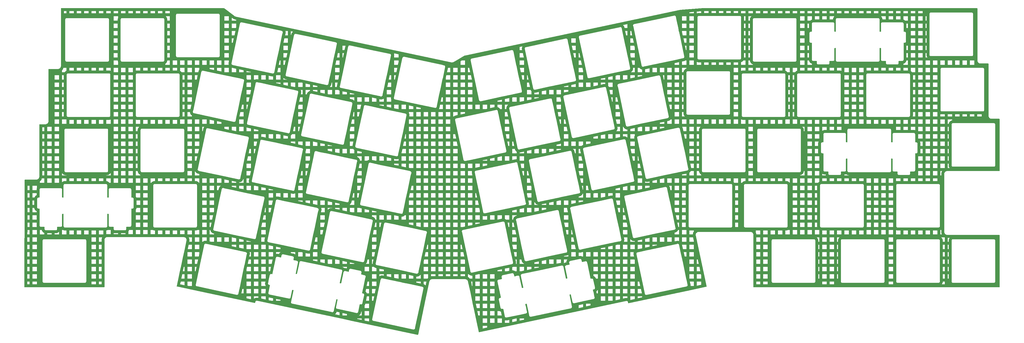
<source format=gbr>
%TF.GenerationSoftware,KiCad,Pcbnew,(6.0.1)*%
%TF.CreationDate,2022-05-08T22:21:04+09:00*%
%TF.ProjectId,skeleton68-plate,736b656c-6574-46f6-9e36-382d706c6174,rev?*%
%TF.SameCoordinates,Original*%
%TF.FileFunction,Copper,L2,Bot*%
%TF.FilePolarity,Positive*%
%FSLAX46Y46*%
G04 Gerber Fmt 4.6, Leading zero omitted, Abs format (unit mm)*
G04 Created by KiCad (PCBNEW (6.0.1)) date 2022-05-08 22:21:04*
%MOMM*%
%LPD*%
G01*
G04 APERTURE LIST*
G04 APERTURE END LIST*
%TA.AperFunction,NonConductor*%
G36*
X126270255Y-91154929D02*
G01*
X126355565Y-91183519D01*
X126375444Y-91190181D01*
X126411331Y-91209095D01*
X129893119Y-93838087D01*
X129902295Y-93846753D01*
X129902552Y-93846463D01*
X129909276Y-93852418D01*
X129915082Y-93859258D01*
X129959390Y-93888449D01*
X129965970Y-93893094D01*
X129974762Y-93899733D01*
X129974767Y-93899736D01*
X129978336Y-93902431D01*
X129987513Y-93907498D01*
X129988089Y-93907816D01*
X129996502Y-93912899D01*
X130008447Y-93920769D01*
X130021264Y-93926617D01*
X130021932Y-93926922D01*
X130030529Y-93931249D01*
X130073464Y-93954956D01*
X130082225Y-93956915D01*
X130087894Y-93959064D01*
X130104853Y-93964760D01*
X130165286Y-93992335D01*
X130177828Y-93998058D01*
X130188664Y-94004527D01*
X130188853Y-94004187D01*
X130196704Y-94008539D01*
X130203860Y-94013961D01*
X130212250Y-94017156D01*
X130212251Y-94017157D01*
X130253417Y-94032835D01*
X130260877Y-94035954D01*
X130270892Y-94040524D01*
X130270900Y-94040527D01*
X130274976Y-94042387D01*
X130285668Y-94045529D01*
X130294982Y-94048666D01*
X130308344Y-94053755D01*
X130322832Y-94056835D01*
X130332155Y-94059192D01*
X130338243Y-94060981D01*
X130379232Y-94073027D01*
X130388205Y-94073039D01*
X130394193Y-94073905D01*
X130412004Y-94075789D01*
X149231776Y-98076080D01*
X204542408Y-109832792D01*
X204544894Y-109833406D01*
X204547217Y-109834259D01*
X204577598Y-109840339D01*
X204585246Y-109842121D01*
X204628339Y-109853590D01*
X204628345Y-109853591D01*
X204637018Y-109855899D01*
X204645989Y-109855680D01*
X204645996Y-109855681D01*
X204684503Y-109854741D01*
X204694540Y-109854896D01*
X204732979Y-109857023D01*
X204732982Y-109857023D01*
X204741950Y-109857519D01*
X204798040Y-109844432D01*
X204804235Y-109843150D01*
X205114772Y-109787011D01*
X205124050Y-109785688D01*
X205132529Y-109784800D01*
X205164546Y-109781446D01*
X205164549Y-109781445D01*
X205173475Y-109780510D01*
X205189561Y-109773919D01*
X205220914Y-109761072D01*
X205228921Y-109758104D01*
X205269026Y-109744765D01*
X205269027Y-109744764D01*
X205277546Y-109741931D01*
X205284924Y-109736823D01*
X205284926Y-109736822D01*
X205321686Y-109711371D01*
X205328266Y-109707113D01*
X205339362Y-109700411D01*
X206438177Y-109036731D01*
X211167653Y-109036731D01*
X211174600Y-109070424D01*
X211174728Y-109071182D01*
X211174788Y-109072279D01*
X211175405Y-109075185D01*
X211175406Y-109075188D01*
X211181200Y-109102455D01*
X211181357Y-109103202D01*
X211185102Y-109121368D01*
X211197035Y-109179247D01*
X211197684Y-109180470D01*
X211198051Y-109181759D01*
X214091191Y-122797210D01*
X214091346Y-122797949D01*
X214107047Y-122874080D01*
X214111256Y-122882011D01*
X214111256Y-122882012D01*
X214120871Y-122900131D01*
X214127863Y-122915798D01*
X214138022Y-122943489D01*
X214143354Y-122950709D01*
X214143357Y-122950714D01*
X214153280Y-122964150D01*
X214163223Y-122979940D01*
X214171048Y-122994685D01*
X214175258Y-123002618D01*
X214195844Y-123023747D01*
X214206949Y-123036820D01*
X214224468Y-123060542D01*
X214231609Y-123065973D01*
X214231612Y-123065976D01*
X214244907Y-123076087D01*
X214258876Y-123088446D01*
X214276802Y-123106845D01*
X214284619Y-123111258D01*
X214302490Y-123121347D01*
X214316820Y-123130778D01*
X214333145Y-123143194D01*
X214333147Y-123143195D01*
X214340292Y-123148629D01*
X214348680Y-123151841D01*
X214364275Y-123157814D01*
X214381151Y-123165755D01*
X214395704Y-123173970D01*
X214403518Y-123178381D01*
X214412254Y-123180422D01*
X214412255Y-123180422D01*
X214432240Y-123185090D01*
X214448636Y-123190118D01*
X214476184Y-123200667D01*
X214501783Y-123202750D01*
X214520211Y-123205636D01*
X214545220Y-123211478D01*
X214574668Y-123209856D01*
X214591818Y-123210080D01*
X214621219Y-123212473D01*
X214654926Y-123205525D01*
X214655724Y-123205390D01*
X214656857Y-123205328D01*
X214687499Y-123198813D01*
X214687951Y-123198719D01*
X214751525Y-123185615D01*
X214759817Y-123183906D01*
X214763737Y-123183098D01*
X214764992Y-123182433D01*
X214766311Y-123182057D01*
X221604328Y-121728173D01*
X243079649Y-121728173D01*
X243086594Y-121761877D01*
X243086722Y-121762636D01*
X243086783Y-121763742D01*
X243093220Y-121794045D01*
X243093363Y-121794729D01*
X243109016Y-121870693D01*
X243109671Y-121871927D01*
X243110035Y-121873208D01*
X245997037Y-135464545D01*
X246002185Y-135488780D01*
X246002340Y-135489521D01*
X246018031Y-135565636D01*
X246022240Y-135573569D01*
X246031857Y-135591695D01*
X246038847Y-135607360D01*
X246049005Y-135635056D01*
X246054334Y-135642273D01*
X246054335Y-135642275D01*
X246064257Y-135655712D01*
X246074199Y-135671503D01*
X246077904Y-135678486D01*
X246086231Y-135694180D01*
X246092493Y-135700608D01*
X246092494Y-135700610D01*
X246106810Y-135715307D01*
X246117912Y-135728377D01*
X246130108Y-135744893D01*
X246130110Y-135744895D01*
X246135442Y-135752116D01*
X246142585Y-135757549D01*
X246142586Y-135757550D01*
X246155873Y-135767656D01*
X246169852Y-135780026D01*
X246181501Y-135791985D01*
X246181504Y-135791988D01*
X246187766Y-135798416D01*
X246213455Y-135812922D01*
X246227777Y-135822350D01*
X246244110Y-135834774D01*
X246244118Y-135834778D01*
X246251260Y-135840211D01*
X246275236Y-135849394D01*
X246292118Y-135857340D01*
X246295184Y-135859071D01*
X246314475Y-135869964D01*
X246337508Y-135875346D01*
X246343204Y-135876677D01*
X246359598Y-135881707D01*
X246378764Y-135889048D01*
X246378765Y-135889048D01*
X246387148Y-135892259D01*
X246396095Y-135892988D01*
X246396096Y-135892988D01*
X246412732Y-135894343D01*
X246431172Y-135897232D01*
X246456173Y-135903074D01*
X246477158Y-135901920D01*
X246485634Y-135901454D01*
X246502782Y-135901680D01*
X246509153Y-135902199D01*
X246532183Y-135904075D01*
X246565880Y-135897133D01*
X246566687Y-135896996D01*
X246567811Y-135896934D01*
X246570776Y-135896304D01*
X246570799Y-135896300D01*
X246598202Y-135890476D01*
X246598969Y-135890315D01*
X246670788Y-135875518D01*
X246670793Y-135875517D01*
X246674703Y-135874711D01*
X246675958Y-135874046D01*
X246677274Y-135873671D01*
X255199360Y-134062533D01*
X257533862Y-133566398D01*
X261268814Y-133566398D01*
X262574608Y-133566398D01*
X263588608Y-133566398D01*
X265114608Y-133566398D01*
X266128608Y-133566398D01*
X267654608Y-133566398D01*
X268668608Y-133566398D01*
X270194608Y-133566398D01*
X271208608Y-133566398D01*
X272056067Y-133566398D01*
X272734608Y-133422118D01*
X272734608Y-133206507D01*
X273748608Y-133206507D01*
X275274608Y-132882029D01*
X275274608Y-132666419D01*
X276288608Y-132666419D01*
X277814608Y-132341941D01*
X277814608Y-132040398D01*
X283956643Y-132040398D01*
X283964347Y-132052714D01*
X284005561Y-132117732D01*
X284010086Y-132125465D01*
X284027020Y-132156922D01*
X284030983Y-132164957D01*
X284055430Y-132219304D01*
X284057394Y-132223345D01*
X284066472Y-132243851D01*
X284075409Y-132263718D01*
X284077071Y-132267793D01*
X284101237Y-132322381D01*
X284104571Y-132330698D01*
X284116675Y-132364311D01*
X284119409Y-132372843D01*
X284148766Y-132477082D01*
X284150886Y-132485786D01*
X284166039Y-132559252D01*
X284380018Y-133566398D01*
X285434608Y-133566398D01*
X286448608Y-133566398D01*
X287974608Y-133566398D01*
X288988608Y-133566398D01*
X289739650Y-133566398D01*
X289739650Y-133245786D01*
X289739456Y-133242805D01*
X289739192Y-133233853D01*
X289739650Y-133158888D01*
X289739650Y-133130819D01*
X289739744Y-133125953D01*
X289739872Y-133122651D01*
X289740081Y-133088347D01*
X289740455Y-133079394D01*
X289748812Y-132971405D01*
X289749820Y-132962501D01*
X289755101Y-132927168D01*
X289756740Y-132918359D01*
X289769759Y-132860003D01*
X289770613Y-132855561D01*
X289775562Y-132833993D01*
X289780322Y-132812655D01*
X289781460Y-132808291D01*
X289794837Y-132749996D01*
X289797150Y-132741340D01*
X289807595Y-132707175D01*
X289810518Y-132698705D01*
X289838203Y-132626864D01*
X289865469Y-132554804D01*
X289868935Y-132546544D01*
X289883919Y-132514116D01*
X289887964Y-132506122D01*
X289916833Y-132453772D01*
X289918915Y-132449718D01*
X289929642Y-132430543D01*
X289940263Y-132411284D01*
X289942608Y-132407368D01*
X289971792Y-132355202D01*
X289976442Y-132347542D01*
X289996055Y-132317684D01*
X290001237Y-132310376D01*
X290047879Y-132249316D01*
X290094364Y-132187685D01*
X290100010Y-132180729D01*
X290123495Y-132153808D01*
X290129620Y-132147271D01*
X290172026Y-132105123D01*
X290175159Y-132101821D01*
X290190783Y-132086480D01*
X290206427Y-132070932D01*
X290209788Y-132067820D01*
X290237718Y-132040398D01*
X288988608Y-132040398D01*
X288988608Y-133566398D01*
X287974608Y-133566398D01*
X287974608Y-132040398D01*
X286448608Y-132040398D01*
X286448608Y-133566398D01*
X285434608Y-133566398D01*
X285434608Y-132040398D01*
X283956643Y-132040398D01*
X277814608Y-132040398D01*
X276288608Y-132040398D01*
X276288608Y-132666419D01*
X275274608Y-132666419D01*
X275274608Y-132040398D01*
X273748608Y-132040398D01*
X273748608Y-133206507D01*
X272734608Y-133206507D01*
X272734608Y-132040398D01*
X271208608Y-132040398D01*
X271208608Y-133566398D01*
X270194608Y-133566398D01*
X270194608Y-132040398D01*
X269591517Y-132040398D01*
X268668608Y-132236530D01*
X268668608Y-133566398D01*
X267654608Y-133566398D01*
X267654608Y-132452021D01*
X266128608Y-132776320D01*
X266128608Y-133566398D01*
X265114608Y-133566398D01*
X265114608Y-132955061D01*
X265092939Y-132954842D01*
X265088359Y-132954632D01*
X265028606Y-132953665D01*
X265019658Y-132953202D01*
X264984070Y-132950087D01*
X264975179Y-132948989D01*
X264899161Y-132936844D01*
X264822977Y-132925147D01*
X264814176Y-132923473D01*
X264779340Y-132915556D01*
X264770680Y-132913261D01*
X264713494Y-132895910D01*
X264709094Y-132894716D01*
X264688120Y-132888213D01*
X264667061Y-132881823D01*
X264662746Y-132880344D01*
X264605660Y-132862643D01*
X264597203Y-132859687D01*
X264563920Y-132846709D01*
X264555693Y-132843160D01*
X264486048Y-132810124D01*
X264416315Y-132777566D01*
X264408336Y-132773489D01*
X264377123Y-132756114D01*
X264369455Y-132751481D01*
X264319435Y-132718776D01*
X264315529Y-132716384D01*
X264297198Y-132704238D01*
X264278820Y-132692222D01*
X264275071Y-132689576D01*
X264225241Y-132656559D01*
X264217952Y-132651347D01*
X264189648Y-132629547D01*
X264182749Y-132623831D01*
X264125459Y-132572825D01*
X264067421Y-132521789D01*
X264060908Y-132515638D01*
X264035823Y-132490199D01*
X264029763Y-132483599D01*
X263990874Y-132438103D01*
X263987839Y-132434758D01*
X263973916Y-132418267D01*
X263959392Y-132401275D01*
X263956506Y-132397645D01*
X263917990Y-132352022D01*
X263912459Y-132344976D01*
X263891411Y-132316110D01*
X263886393Y-132308688D01*
X263845607Y-132243475D01*
X263804319Y-132178347D01*
X263799794Y-132170615D01*
X263782857Y-132139157D01*
X263778892Y-132131122D01*
X263754336Y-132076540D01*
X263752381Y-132072515D01*
X263743572Y-132052611D01*
X263738077Y-132040398D01*
X263588608Y-132040398D01*
X263588608Y-133566398D01*
X262574608Y-133566398D01*
X262574608Y-132040398D01*
X261658210Y-132040398D01*
X261669005Y-132091193D01*
X261669804Y-132094032D01*
X261671924Y-132102737D01*
X261687027Y-132175995D01*
X261692903Y-132203649D01*
X261693820Y-132208415D01*
X261694385Y-132211688D01*
X261701306Y-132245263D01*
X261702802Y-132254096D01*
X261717074Y-132361444D01*
X261717938Y-132370361D01*
X261720118Y-132406019D01*
X261720347Y-132414976D01*
X261719745Y-132474798D01*
X261719832Y-132479332D01*
X261719479Y-132501160D01*
X261719256Y-132523284D01*
X261719047Y-132527859D01*
X261718080Y-132587623D01*
X261717617Y-132596571D01*
X261714502Y-132632158D01*
X261713404Y-132641049D01*
X261701262Y-132717047D01*
X261689568Y-132793218D01*
X261687895Y-132802019D01*
X261679979Y-132836854D01*
X261677684Y-132845514D01*
X261660319Y-132902749D01*
X261659133Y-132907119D01*
X261652684Y-132927919D01*
X261646244Y-132949144D01*
X261644752Y-132953496D01*
X261627053Y-133010577D01*
X261624097Y-133019037D01*
X261611118Y-133052321D01*
X261607568Y-133060547D01*
X261574579Y-133130091D01*
X261541998Y-133199878D01*
X261537922Y-133207857D01*
X261520547Y-133239072D01*
X261515914Y-133246741D01*
X261483181Y-133296807D01*
X261480803Y-133300689D01*
X261468659Y-133319017D01*
X261456649Y-133337387D01*
X261454014Y-133341122D01*
X261420986Y-133390969D01*
X261415775Y-133398257D01*
X261393976Y-133426561D01*
X261388261Y-133433460D01*
X261336937Y-133491111D01*
X261286198Y-133548810D01*
X261280046Y-133555323D01*
X261268814Y-133566398D01*
X257533862Y-133566398D01*
X260293218Y-132979972D01*
X260293972Y-132979814D01*
X260294593Y-132979686D01*
X260369747Y-132964194D01*
X260377679Y-132959986D01*
X260395839Y-132950352D01*
X260411485Y-132943371D01*
X260430790Y-132936288D01*
X260430798Y-132936284D01*
X260439219Y-132933194D01*
X260459845Y-132917960D01*
X260475652Y-132908007D01*
X260490359Y-132900205D01*
X260490361Y-132900204D01*
X260498292Y-132895996D01*
X260505860Y-132888624D01*
X260519451Y-132875386D01*
X260532508Y-132864294D01*
X260556270Y-132846745D01*
X260571794Y-132826332D01*
X260584162Y-132812355D01*
X260596097Y-132800730D01*
X260596102Y-132800723D01*
X260602529Y-132794463D01*
X260606941Y-132786649D01*
X260606946Y-132786643D01*
X260617054Y-132768742D01*
X260626476Y-132754426D01*
X260638918Y-132738065D01*
X260644353Y-132730918D01*
X260647673Y-132722249D01*
X260653521Y-132706974D01*
X260661468Y-132690085D01*
X260674078Y-132667754D01*
X260676121Y-132659013D01*
X260676122Y-132659009D01*
X260680799Y-132638991D01*
X260685822Y-132622614D01*
X260696386Y-132595024D01*
X260698466Y-132569468D01*
X260701356Y-132551024D01*
X260705146Y-132534802D01*
X260705146Y-132534798D01*
X260707189Y-132526056D01*
X260705567Y-132496558D01*
X260705792Y-132479438D01*
X260708188Y-132449989D01*
X260705952Y-132439138D01*
X260701243Y-132416298D01*
X260701110Y-132415515D01*
X260701050Y-132414419D01*
X260699452Y-132406896D01*
X260694615Y-132384136D01*
X260694458Y-132383386D01*
X260682073Y-132323310D01*
X260678808Y-132307472D01*
X260678154Y-132306239D01*
X260677787Y-132304952D01*
X260081787Y-129500398D01*
X261118432Y-129500398D01*
X261442724Y-131026398D01*
X262574608Y-131026398D01*
X262574608Y-129500398D01*
X261118432Y-129500398D01*
X260081787Y-129500398D01*
X259866301Y-128486398D01*
X261048608Y-128486398D01*
X262574608Y-128486398D01*
X262574608Y-126960398D01*
X261048608Y-126960398D01*
X261048608Y-128486398D01*
X259866301Y-128486398D01*
X259326523Y-125946398D01*
X261048608Y-125946398D01*
X262413323Y-125946398D01*
X262089040Y-124420398D01*
X261048608Y-124420398D01*
X261048608Y-125946398D01*
X259326523Y-125946398D01*
X259031925Y-124560126D01*
X258462453Y-121880398D01*
X259499097Y-121880398D01*
X259823389Y-123406398D01*
X260034608Y-123406398D01*
X261048608Y-123406398D01*
X261873560Y-123406398D01*
X261549277Y-121880398D01*
X261048608Y-121880398D01*
X261048608Y-123406398D01*
X260034608Y-123406398D01*
X260034608Y-121880398D01*
X259499097Y-121880398D01*
X258462453Y-121880398D01*
X257922675Y-119340398D01*
X258959319Y-119340398D01*
X259283611Y-120866398D01*
X260034608Y-120866398D01*
X260034608Y-119340398D01*
X258959319Y-119340398D01*
X257922675Y-119340398D01*
X257784573Y-118690542D01*
X257784426Y-118689838D01*
X257768824Y-118614115D01*
X257764616Y-118606181D01*
X257754975Y-118588005D01*
X257747995Y-118572363D01*
X257740905Y-118553038D01*
X257737813Y-118544610D01*
X257732481Y-118537390D01*
X257732478Y-118537385D01*
X257722589Y-118523995D01*
X257712636Y-118508187D01*
X257704843Y-118493496D01*
X257700636Y-118485565D01*
X257694374Y-118479135D01*
X257680016Y-118464392D01*
X257668929Y-118451339D01*
X257656700Y-118434781D01*
X257656698Y-118434779D01*
X257651365Y-118427558D01*
X257630978Y-118412054D01*
X257616983Y-118399671D01*
X257605372Y-118387749D01*
X257599111Y-118381320D01*
X257573372Y-118366783D01*
X257559069Y-118357368D01*
X257542684Y-118344907D01*
X257542681Y-118344905D01*
X257535539Y-118339474D01*
X257527158Y-118336265D01*
X257527155Y-118336263D01*
X257511613Y-118330312D01*
X257494717Y-118322360D01*
X257472408Y-118309761D01*
X257443617Y-118303031D01*
X257427254Y-118298010D01*
X257408031Y-118290649D01*
X257408027Y-118290648D01*
X257399646Y-118287439D01*
X257390701Y-118286711D01*
X257390700Y-118286711D01*
X257383291Y-118286108D01*
X257374116Y-118285362D01*
X257355659Y-118282470D01*
X257330712Y-118276638D01*
X257321753Y-118277130D01*
X257321744Y-118277129D01*
X257301191Y-118278258D01*
X257284070Y-118278033D01*
X257254610Y-118275636D01*
X257245826Y-118277447D01*
X257245819Y-118277447D01*
X257220930Y-118282578D01*
X257220160Y-118282708D01*
X257219074Y-118282768D01*
X257189248Y-118289104D01*
X257188783Y-118289203D01*
X257188037Y-118289359D01*
X257112093Y-118305013D01*
X257110871Y-118305661D01*
X257109595Y-118306025D01*
X243494831Y-121198193D01*
X243494169Y-121198331D01*
X243463449Y-121204661D01*
X243443021Y-121208870D01*
X243418137Y-121213997D01*
X243393158Y-121227247D01*
X243392043Y-121227838D01*
X243376391Y-121234821D01*
X243348662Y-121244992D01*
X243328344Y-121259995D01*
X243328034Y-121260224D01*
X243312236Y-121270170D01*
X243289587Y-121282184D01*
X243283156Y-121288447D01*
X243268432Y-121302787D01*
X243255372Y-121313880D01*
X243231603Y-121331431D01*
X243226173Y-121338570D01*
X243226168Y-121338575D01*
X243216080Y-121351838D01*
X243203705Y-121365821D01*
X243191773Y-121377442D01*
X243191770Y-121377446D01*
X243185340Y-121383708D01*
X243170812Y-121409431D01*
X243161393Y-121423737D01*
X243148947Y-121440100D01*
X243148946Y-121440103D01*
X243143509Y-121447250D01*
X243134336Y-121471201D01*
X243126387Y-121488086D01*
X243113779Y-121510410D01*
X243108875Y-121531387D01*
X243107055Y-121539172D01*
X243102029Y-121555551D01*
X243091464Y-121583139D01*
X243090735Y-121592087D01*
X243089382Y-121608694D01*
X243086490Y-121627144D01*
X243080655Y-121652105D01*
X243081147Y-121661067D01*
X243081147Y-121661068D01*
X243082274Y-121681599D01*
X243082047Y-121698736D01*
X243079649Y-121728173D01*
X221604328Y-121728173D01*
X225657494Y-120866398D01*
X230568608Y-120866398D01*
X232094608Y-120866398D01*
X233108608Y-120866398D01*
X234634608Y-120866398D01*
X235648608Y-120866398D01*
X237174608Y-120866398D01*
X238188608Y-120866398D01*
X239714608Y-120866398D01*
X240728608Y-120866398D01*
X242254608Y-120866398D01*
X242254608Y-120209506D01*
X243268608Y-120209506D01*
X243286752Y-120205768D01*
X244794608Y-119885456D01*
X244794608Y-119340398D01*
X243268608Y-119340398D01*
X243268608Y-120209506D01*
X242254608Y-120209506D01*
X242254608Y-119340398D01*
X240728608Y-119340398D01*
X240728608Y-120866398D01*
X239714608Y-120866398D01*
X239714608Y-119340398D01*
X238188608Y-119340398D01*
X238188608Y-120866398D01*
X237174608Y-120866398D01*
X237174608Y-119454612D01*
X235648608Y-119778911D01*
X235648608Y-120866398D01*
X234634608Y-120866398D01*
X234634608Y-119994401D01*
X233614038Y-120211289D01*
X233611266Y-120212069D01*
X233602568Y-120214188D01*
X233529255Y-120229306D01*
X233501590Y-120235185D01*
X233496797Y-120236107D01*
X233493562Y-120236665D01*
X233460061Y-120243573D01*
X233451227Y-120245070D01*
X233343865Y-120259351D01*
X233334946Y-120260216D01*
X233299285Y-120262398D01*
X233290326Y-120262627D01*
X233230525Y-120262027D01*
X233225920Y-120262117D01*
X233203816Y-120261760D01*
X233182012Y-120261541D01*
X233177475Y-120261334D01*
X233117618Y-120260366D01*
X233108670Y-120259902D01*
X233108608Y-120259897D01*
X233108608Y-120866398D01*
X232094608Y-120866398D01*
X232094608Y-119762035D01*
X232079913Y-119744846D01*
X232076860Y-119741479D01*
X232062929Y-119724978D01*
X232048446Y-119708037D01*
X232045569Y-119704418D01*
X232007001Y-119658737D01*
X232001468Y-119651690D01*
X231980420Y-119622825D01*
X231975401Y-119615401D01*
X231934656Y-119550255D01*
X231893364Y-119485129D01*
X231888838Y-119477396D01*
X231871901Y-119445942D01*
X231867937Y-119437909D01*
X231843364Y-119383300D01*
X231841370Y-119379194D01*
X231832565Y-119359298D01*
X231824060Y-119340398D01*
X230568608Y-119340398D01*
X230568608Y-120866398D01*
X225657494Y-120866398D01*
X228382125Y-120287093D01*
X228382872Y-120286936D01*
X228450026Y-120273083D01*
X228450027Y-120273083D01*
X228458814Y-120271270D01*
X228466740Y-120267064D01*
X228466742Y-120267063D01*
X228484889Y-120257432D01*
X228500542Y-120250445D01*
X228519836Y-120243364D01*
X228519837Y-120243363D01*
X228528260Y-120240272D01*
X228548898Y-120225026D01*
X228564688Y-120215081D01*
X228587350Y-120203054D01*
X228608496Y-120182451D01*
X228621559Y-120171352D01*
X228638081Y-120159147D01*
X228645303Y-120153812D01*
X228650737Y-120146665D01*
X228650740Y-120146662D01*
X228660830Y-120133392D01*
X228673198Y-120119410D01*
X228685142Y-120107772D01*
X228685142Y-120107771D01*
X228691573Y-120101506D01*
X228695987Y-120093687D01*
X228706087Y-120075795D01*
X228715512Y-120061472D01*
X228727941Y-120045125D01*
X228733376Y-120037977D01*
X228736585Y-120029594D01*
X228736587Y-120029590D01*
X228742548Y-120014016D01*
X228750498Y-119997118D01*
X228758690Y-119982607D01*
X228758691Y-119982605D01*
X228763104Y-119974787D01*
X228769816Y-119946047D01*
X228774840Y-119929660D01*
X228782189Y-119910462D01*
X228782190Y-119910456D01*
X228785397Y-119902079D01*
X228787475Y-119876510D01*
X228790361Y-119858071D01*
X228796196Y-119833085D01*
X228794571Y-119803605D01*
X228794794Y-119786464D01*
X228796458Y-119765992D01*
X228796458Y-119765989D01*
X228797185Y-119757042D01*
X228790236Y-119723347D01*
X228790102Y-119722558D01*
X228790041Y-119721448D01*
X228787189Y-119708037D01*
X228783599Y-119691153D01*
X228783440Y-119690396D01*
X228768593Y-119618406D01*
X228768592Y-119618403D01*
X228767793Y-119614528D01*
X228767133Y-119613284D01*
X228766762Y-119611984D01*
X228763118Y-119594845D01*
X228493374Y-118326398D01*
X230568608Y-118326398D01*
X231580366Y-118326398D01*
X231255963Y-116800398D01*
X230568608Y-116800398D01*
X230568608Y-118326398D01*
X228493374Y-118326398D01*
X227628709Y-114260398D01*
X228665383Y-114260398D01*
X228989898Y-115786398D01*
X229554608Y-115786398D01*
X230568608Y-115786398D01*
X231040402Y-115786398D01*
X230715999Y-114260398D01*
X230568608Y-114260398D01*
X230568608Y-115786398D01*
X229554608Y-115786398D01*
X229554608Y-114260398D01*
X228665383Y-114260398D01*
X227628709Y-114260398D01*
X227088560Y-111720398D01*
X228125234Y-111720398D01*
X228449749Y-113246398D01*
X229554608Y-113246398D01*
X229554608Y-111720398D01*
X228125234Y-111720398D01*
X227088560Y-111720398D01*
X226999201Y-111300195D01*
X226872926Y-110706398D01*
X228028608Y-110706398D01*
X229554608Y-110706398D01*
X229554608Y-109180398D01*
X228028608Y-109180398D01*
X228028608Y-110706398D01*
X226872926Y-110706398D01*
X226332777Y-108166398D01*
X228028608Y-108166398D01*
X229420511Y-108166398D01*
X229096108Y-106640398D01*
X228028608Y-106640398D01*
X228028608Y-108166398D01*
X226332777Y-108166398D01*
X225871620Y-105997853D01*
X225871460Y-105997087D01*
X225857619Y-105929956D01*
X225857617Y-105929951D01*
X225855805Y-105921161D01*
X225841947Y-105895042D01*
X225834966Y-105879400D01*
X225827874Y-105860078D01*
X225827873Y-105860075D01*
X225824779Y-105851647D01*
X225809562Y-105831049D01*
X225799606Y-105815242D01*
X225787602Y-105792618D01*
X225766966Y-105771434D01*
X225755885Y-105758391D01*
X225743649Y-105741829D01*
X225738314Y-105734607D01*
X225728194Y-105726913D01*
X225717930Y-105719109D01*
X225703935Y-105706729D01*
X225699109Y-105701775D01*
X225686065Y-105688385D01*
X225660321Y-105673849D01*
X225646015Y-105664435D01*
X225629624Y-105651973D01*
X225629622Y-105651972D01*
X225622476Y-105646539D01*
X225598558Y-105637384D01*
X225581647Y-105629427D01*
X225576283Y-105626398D01*
X228028608Y-105626398D01*
X228880547Y-105626398D01*
X228839871Y-105435057D01*
X228839083Y-105432260D01*
X228836960Y-105423546D01*
X228821844Y-105350261D01*
X228815958Y-105322577D01*
X228815040Y-105317809D01*
X228814480Y-105314562D01*
X228807562Y-105281025D01*
X228806065Y-105272192D01*
X228791780Y-105164843D01*
X228790915Y-105155926D01*
X228788731Y-105120268D01*
X228788501Y-105111312D01*
X228788850Y-105076184D01*
X229800656Y-105076184D01*
X229802469Y-105084971D01*
X229802469Y-105084977D01*
X229807604Y-105109871D01*
X229807735Y-105110641D01*
X229807794Y-105111724D01*
X229814260Y-105142142D01*
X229814347Y-105142558D01*
X229830053Y-105218698D01*
X229830703Y-105219923D01*
X229831066Y-105221196D01*
X232694449Y-118690603D01*
X232725242Y-118835455D01*
X232725390Y-118836161D01*
X232741030Y-118912033D01*
X232754880Y-118938138D01*
X232761860Y-118953780D01*
X232768950Y-118973101D01*
X232768954Y-118973108D01*
X232772044Y-118981529D01*
X232777375Y-118988746D01*
X232777377Y-118988750D01*
X232787269Y-119002142D01*
X232797225Y-119017952D01*
X232809229Y-119040577D01*
X232815492Y-119047007D01*
X232815493Y-119047008D01*
X232829843Y-119061739D01*
X232840933Y-119074792D01*
X232858500Y-119098575D01*
X232865648Y-119104010D01*
X232865649Y-119104011D01*
X232878896Y-119114084D01*
X232892884Y-119126459D01*
X232910763Y-119144814D01*
X232918580Y-119149228D01*
X232918584Y-119149231D01*
X232936499Y-119159347D01*
X232950809Y-119168764D01*
X232974333Y-119186651D01*
X232998260Y-119195811D01*
X233015156Y-119203762D01*
X233037472Y-119216363D01*
X233065807Y-119222984D01*
X233066251Y-119223088D01*
X233082630Y-119228112D01*
X233101839Y-119235466D01*
X233101845Y-119235467D01*
X233110229Y-119238677D01*
X233119174Y-119239404D01*
X233119177Y-119239405D01*
X233135761Y-119240753D01*
X233154221Y-119243644D01*
X233163568Y-119245828D01*
X233179170Y-119249474D01*
X233208691Y-119247850D01*
X233225812Y-119248075D01*
X233255265Y-119250470D01*
X233288940Y-119243526D01*
X233289721Y-119243394D01*
X233290807Y-119243334D01*
X233293675Y-119242725D01*
X233293684Y-119242723D01*
X233314817Y-119238232D01*
X233321078Y-119236901D01*
X233321749Y-119236761D01*
X233397781Y-119221082D01*
X233399004Y-119220434D01*
X233400284Y-119220069D01*
X237605487Y-118326398D01*
X243268608Y-118326398D01*
X244794608Y-118326398D01*
X245808608Y-118326398D01*
X247334608Y-118326398D01*
X248348608Y-118326398D01*
X249874608Y-118326398D01*
X250888608Y-118326398D01*
X252133809Y-118326398D01*
X252414608Y-118266748D01*
X252414608Y-118051345D01*
X253428608Y-118051345D01*
X254259984Y-117874737D01*
X258508608Y-117874737D01*
X258529514Y-117903415D01*
X258534531Y-117910838D01*
X258575199Y-117975877D01*
X258616531Y-118041077D01*
X258621056Y-118048809D01*
X258637991Y-118080265D01*
X258641953Y-118088298D01*
X258666498Y-118142854D01*
X258668522Y-118147023D01*
X258677358Y-118166993D01*
X258686382Y-118187051D01*
X258688134Y-118191347D01*
X258712341Y-118246056D01*
X258715672Y-118254372D01*
X258727770Y-118287988D01*
X258730503Y-118296522D01*
X258738911Y-118326398D01*
X260034608Y-118326398D01*
X260034608Y-117769070D01*
X261712655Y-117769070D01*
X261714469Y-117777866D01*
X261719601Y-117802753D01*
X261719729Y-117803511D01*
X261719789Y-117804586D01*
X261720395Y-117807437D01*
X261720397Y-117807450D01*
X261726213Y-117834820D01*
X261726367Y-117835555D01*
X261742049Y-117911585D01*
X261742693Y-117912799D01*
X261743054Y-117914066D01*
X261846887Y-118402679D01*
X264636302Y-131529033D01*
X264652030Y-131605333D01*
X264665869Y-131631416D01*
X264672852Y-131647065D01*
X264683026Y-131674796D01*
X264688357Y-131682014D01*
X264688359Y-131682018D01*
X264698263Y-131695428D01*
X264708214Y-131711231D01*
X264716021Y-131725947D01*
X264716024Y-131725951D01*
X264720229Y-131733877D01*
X264740826Y-131755022D01*
X264751920Y-131768082D01*
X264764138Y-131784625D01*
X264764140Y-131784627D01*
X264769473Y-131791848D01*
X264776620Y-131797283D01*
X264789887Y-131807372D01*
X264803868Y-131819742D01*
X264821763Y-131838114D01*
X264829578Y-131842527D01*
X264847478Y-131852635D01*
X264861794Y-131862058D01*
X264885299Y-131879933D01*
X264893682Y-131883143D01*
X264909249Y-131889104D01*
X264926137Y-131897051D01*
X264948472Y-131909663D01*
X264972138Y-131915193D01*
X264977226Y-131916382D01*
X264993612Y-131921409D01*
X265012805Y-131928758D01*
X265012807Y-131928758D01*
X265021191Y-131931969D01*
X265033826Y-131932997D01*
X265046755Y-131934050D01*
X265065199Y-131936940D01*
X265081426Y-131940731D01*
X265081427Y-131940731D01*
X265090170Y-131942774D01*
X265103826Y-131942023D01*
X265119655Y-131941153D01*
X265136790Y-131941378D01*
X265152173Y-131942629D01*
X265166227Y-131943773D01*
X265175011Y-131941962D01*
X265175017Y-131941962D01*
X265199943Y-131936824D01*
X265200707Y-131936694D01*
X265201807Y-131936634D01*
X265232029Y-131930211D01*
X265232569Y-131930098D01*
X265308744Y-131914396D01*
X265309982Y-131913739D01*
X265311281Y-131913369D01*
X269484958Y-131026398D01*
X276288608Y-131026398D01*
X277814608Y-131026398D01*
X278828608Y-131026398D01*
X280354608Y-131026398D01*
X281368608Y-131026398D01*
X282894608Y-131026398D01*
X283908608Y-131026398D01*
X285434608Y-131026398D01*
X286448608Y-131026398D01*
X287974608Y-131026398D01*
X288988608Y-131026398D01*
X290514608Y-131026398D01*
X291528608Y-131026398D01*
X293054608Y-131026398D01*
X294068608Y-131026398D01*
X295594608Y-131026398D01*
X296608608Y-131026398D01*
X298134608Y-131026398D01*
X299148608Y-131026398D01*
X300674608Y-131026398D01*
X301688608Y-131026398D01*
X303214608Y-131026398D01*
X304228608Y-131026398D01*
X305754608Y-131026398D01*
X306768608Y-131026398D01*
X308294608Y-131026398D01*
X309308608Y-131026398D01*
X310834608Y-131026398D01*
X311848608Y-131026398D01*
X313374608Y-131026398D01*
X314388608Y-131026398D01*
X315914608Y-131026398D01*
X316928608Y-131026398D01*
X318454608Y-131026398D01*
X319468608Y-131026398D01*
X320994608Y-131026398D01*
X322008608Y-131026398D01*
X323534608Y-131026398D01*
X324548608Y-131026398D01*
X326074608Y-131026398D01*
X327088608Y-131026398D01*
X328614608Y-131026398D01*
X329628608Y-131026398D01*
X331154608Y-131026398D01*
X332168608Y-131026398D01*
X333694608Y-131026398D01*
X334708608Y-131026398D01*
X336234608Y-131026398D01*
X337248608Y-131026398D01*
X338774608Y-131026398D01*
X339788608Y-131026398D01*
X341314608Y-131026398D01*
X342328608Y-131026398D01*
X343854608Y-131026398D01*
X344868608Y-131026398D01*
X346394608Y-131026398D01*
X346394608Y-129583283D01*
X347408608Y-129583283D01*
X347408608Y-131026398D01*
X348934608Y-131026398D01*
X349948608Y-131026398D01*
X351474608Y-131026398D01*
X352488608Y-131026398D01*
X354014608Y-131026398D01*
X355028608Y-131026398D01*
X356554608Y-131026398D01*
X357568608Y-131026398D01*
X359094608Y-131026398D01*
X360108608Y-131026398D01*
X361634608Y-131026398D01*
X362648608Y-131026398D01*
X364174608Y-131026398D01*
X365188608Y-131026398D01*
X366714608Y-131026398D01*
X367728608Y-131026398D01*
X369254608Y-131026398D01*
X370268608Y-131026398D01*
X371794608Y-131026398D01*
X372808608Y-131026398D01*
X374334608Y-131026398D01*
X375348608Y-131026398D01*
X375670304Y-131026398D01*
X375671101Y-131021068D01*
X375672740Y-131012259D01*
X375685759Y-130953903D01*
X375686613Y-130949461D01*
X375691561Y-130927897D01*
X375696322Y-130906555D01*
X375697460Y-130902191D01*
X375710837Y-130843896D01*
X375713150Y-130835240D01*
X375723595Y-130801075D01*
X375726518Y-130792605D01*
X375754203Y-130720764D01*
X375781469Y-130648704D01*
X375784935Y-130640444D01*
X375799919Y-130608016D01*
X375803964Y-130600022D01*
X375832833Y-130547672D01*
X375834915Y-130543618D01*
X375845642Y-130524443D01*
X375856263Y-130505184D01*
X375858608Y-130501268D01*
X375887792Y-130449102D01*
X375892442Y-130441442D01*
X375912055Y-130411584D01*
X375917237Y-130404276D01*
X375963879Y-130343216D01*
X376010364Y-130281585D01*
X376016010Y-130274629D01*
X376039495Y-130247708D01*
X376045620Y-130241171D01*
X376088026Y-130199023D01*
X376091159Y-130195721D01*
X376106783Y-130180380D01*
X376122427Y-130164832D01*
X376125788Y-130161720D01*
X376168435Y-130119848D01*
X376175047Y-130113802D01*
X376202254Y-130090647D01*
X376209281Y-130085085D01*
X376271314Y-130039477D01*
X376333076Y-129993481D01*
X376340448Y-129988388D01*
X376370544Y-129969140D01*
X376378260Y-129964584D01*
X376430811Y-129936021D01*
X376434746Y-129933730D01*
X376454056Y-129923387D01*
X376473427Y-129912858D01*
X376477493Y-129910832D01*
X376530199Y-129882600D01*
X376538242Y-129878654D01*
X376570848Y-129864068D01*
X376579152Y-129860702D01*
X376651422Y-129834362D01*
X376723704Y-129807516D01*
X376732206Y-129804698D01*
X376766493Y-129794671D01*
X376775177Y-129792464D01*
X376833586Y-129779808D01*
X376838050Y-129778702D01*
X376859719Y-129774146D01*
X376874608Y-129770919D01*
X376874608Y-129500398D01*
X375348608Y-129500398D01*
X375348608Y-131026398D01*
X374334608Y-131026398D01*
X374334608Y-129500398D01*
X372808608Y-129500398D01*
X372808608Y-131026398D01*
X371794608Y-131026398D01*
X371794608Y-129500398D01*
X370268608Y-129500398D01*
X370268608Y-131026398D01*
X369254608Y-131026398D01*
X369254608Y-129500398D01*
X367728608Y-129500398D01*
X367728608Y-131026398D01*
X366714608Y-131026398D01*
X366714608Y-129500398D01*
X365188608Y-129500398D01*
X365188608Y-131026398D01*
X364174608Y-131026398D01*
X364174608Y-129500398D01*
X362648608Y-129500398D01*
X362648608Y-131026398D01*
X361634608Y-131026398D01*
X361634608Y-129641696D01*
X360108608Y-129641696D01*
X360108608Y-131026398D01*
X359094608Y-131026398D01*
X359094608Y-129641696D01*
X357568608Y-129641696D01*
X357568608Y-131026398D01*
X356554608Y-131026398D01*
X356554608Y-129641696D01*
X355028608Y-129641696D01*
X355028608Y-131026398D01*
X354014608Y-131026398D01*
X354014608Y-129641696D01*
X352488608Y-129641696D01*
X352488608Y-131026398D01*
X351474608Y-131026398D01*
X351474608Y-129641696D01*
X349948608Y-129641696D01*
X349948608Y-131026398D01*
X348934608Y-131026398D01*
X348934608Y-129641696D01*
X347916040Y-129641696D01*
X347913059Y-129641890D01*
X347904107Y-129642154D01*
X347829142Y-129641696D01*
X347801073Y-129641696D01*
X347796207Y-129641602D01*
X347792905Y-129641474D01*
X347758601Y-129641265D01*
X347749648Y-129640891D01*
X347641659Y-129632534D01*
X347632755Y-129631526D01*
X347597422Y-129626245D01*
X347588613Y-129624606D01*
X347530263Y-129611589D01*
X347525813Y-129610733D01*
X347504340Y-129605806D01*
X347482907Y-129601024D01*
X347478537Y-129599884D01*
X347420250Y-129586509D01*
X347411594Y-129584196D01*
X347408608Y-129583283D01*
X346394608Y-129583283D01*
X346394608Y-129500398D01*
X344868608Y-129500398D01*
X344868608Y-131026398D01*
X343854608Y-131026398D01*
X343854608Y-129500398D01*
X342328608Y-129500398D01*
X342328608Y-131026398D01*
X341314608Y-131026398D01*
X341314608Y-129500398D01*
X339788608Y-129500398D01*
X339788608Y-131026398D01*
X338774608Y-131026398D01*
X338774608Y-129500398D01*
X338677956Y-129500398D01*
X338676102Y-129501391D01*
X338668058Y-129505338D01*
X338635452Y-129519924D01*
X338627148Y-129523290D01*
X338554878Y-129549630D01*
X338482596Y-129576476D01*
X338474094Y-129579294D01*
X338439807Y-129589321D01*
X338431123Y-129591528D01*
X338372714Y-129604184D01*
X338368250Y-129605290D01*
X338346581Y-129609846D01*
X338325271Y-129614464D01*
X338320786Y-129615270D01*
X338262280Y-129627573D01*
X338253452Y-129629104D01*
X338218056Y-129633953D01*
X338209142Y-129634853D01*
X338101064Y-129641890D01*
X338092107Y-129642154D01*
X338017142Y-129641696D01*
X337248608Y-129641696D01*
X337248608Y-131026398D01*
X336234608Y-131026398D01*
X336234608Y-129641696D01*
X334708608Y-129641696D01*
X334708608Y-131026398D01*
X333694608Y-131026398D01*
X333694608Y-129641696D01*
X332168608Y-129641696D01*
X332168608Y-131026398D01*
X331154608Y-131026398D01*
X331154608Y-129641696D01*
X329628608Y-129641696D01*
X329628608Y-131026398D01*
X328614608Y-131026398D01*
X328614608Y-129641696D01*
X327088608Y-129641696D01*
X327088608Y-131026398D01*
X326074608Y-131026398D01*
X326074608Y-129641696D01*
X324548608Y-129641696D01*
X324548608Y-131026398D01*
X323534608Y-131026398D01*
X323534608Y-129562600D01*
X323484118Y-129543143D01*
X323412058Y-129515877D01*
X323403798Y-129512411D01*
X323377800Y-129500398D01*
X322008608Y-129500398D01*
X322008608Y-131026398D01*
X320994608Y-131026398D01*
X320994608Y-129500398D01*
X319627956Y-129500398D01*
X319626102Y-129501391D01*
X319618058Y-129505338D01*
X319585452Y-129519924D01*
X319577148Y-129523290D01*
X319504878Y-129549630D01*
X319468608Y-129563101D01*
X319468608Y-131026398D01*
X318454608Y-131026398D01*
X318454608Y-129641696D01*
X316928608Y-129641696D01*
X316928608Y-131026398D01*
X315914608Y-131026398D01*
X315914608Y-129641696D01*
X314388608Y-129641696D01*
X314388608Y-131026398D01*
X313374608Y-131026398D01*
X313374608Y-129641696D01*
X311848608Y-129641696D01*
X311848608Y-131026398D01*
X310834608Y-131026398D01*
X310834608Y-129641696D01*
X309308608Y-129641696D01*
X309308608Y-131026398D01*
X308294608Y-131026398D01*
X308294608Y-129641696D01*
X306768608Y-129641696D01*
X306768608Y-131026398D01*
X305754608Y-131026398D01*
X305754608Y-129641696D01*
X305053040Y-129641696D01*
X305050059Y-129641890D01*
X305041107Y-129642154D01*
X304966142Y-129641696D01*
X304938073Y-129641696D01*
X304933207Y-129641602D01*
X304929905Y-129641474D01*
X304895601Y-129641265D01*
X304886648Y-129640891D01*
X304778659Y-129632534D01*
X304769755Y-129631526D01*
X304734422Y-129626245D01*
X304725613Y-129624606D01*
X304667263Y-129611589D01*
X304662813Y-129610733D01*
X304641340Y-129605806D01*
X304619907Y-129601024D01*
X304615537Y-129599884D01*
X304557250Y-129586509D01*
X304548594Y-129584196D01*
X304514429Y-129573751D01*
X304505959Y-129570828D01*
X304434118Y-129543143D01*
X304362058Y-129515877D01*
X304353798Y-129512411D01*
X304327800Y-129500398D01*
X304228608Y-129500398D01*
X304228608Y-131026398D01*
X303214608Y-131026398D01*
X303214608Y-129500398D01*
X301688608Y-129500398D01*
X301688608Y-131026398D01*
X300674608Y-131026398D01*
X300674608Y-129500398D01*
X299148608Y-129500398D01*
X299148608Y-131026398D01*
X298134608Y-131026398D01*
X298134608Y-129500398D01*
X296608608Y-129500398D01*
X296608608Y-131026398D01*
X295594608Y-131026398D01*
X295594608Y-129500398D01*
X294068608Y-129500398D01*
X294068608Y-131026398D01*
X293054608Y-131026398D01*
X293054608Y-129500398D01*
X291528608Y-129500398D01*
X291528608Y-131026398D01*
X290514608Y-131026398D01*
X290514608Y-129500398D01*
X288988608Y-129500398D01*
X288988608Y-131026398D01*
X287974608Y-131026398D01*
X287974608Y-129500398D01*
X286448608Y-129500398D01*
X286448608Y-131026398D01*
X285434608Y-131026398D01*
X285434608Y-129500398D01*
X283908608Y-129500398D01*
X283908608Y-131026398D01*
X282894608Y-131026398D01*
X282894608Y-129500398D01*
X281368608Y-129500398D01*
X281368608Y-131026398D01*
X280354608Y-131026398D01*
X280354608Y-129500398D01*
X279998092Y-129500398D01*
X279971186Y-129530627D01*
X279920196Y-129588612D01*
X279914044Y-129595125D01*
X279888605Y-129620209D01*
X279882005Y-129626270D01*
X279836592Y-129665087D01*
X279833316Y-129668059D01*
X279816630Y-129682150D01*
X279799686Y-129696633D01*
X279796178Y-129699422D01*
X279750597Y-129737914D01*
X279743552Y-129743447D01*
X279714689Y-129764499D01*
X279707265Y-129769519D01*
X279641833Y-129810453D01*
X279576768Y-129851701D01*
X279569037Y-129856226D01*
X279537581Y-129873162D01*
X279529545Y-129877127D01*
X279475098Y-129901622D01*
X279471085Y-129903573D01*
X279450842Y-129912535D01*
X279430773Y-129921564D01*
X279426630Y-129923253D01*
X279372057Y-129947414D01*
X279363740Y-129950748D01*
X279330126Y-129962853D01*
X279321594Y-129965587D01*
X279217345Y-129994949D01*
X279208639Y-129997070D01*
X279135213Y-130012215D01*
X278828608Y-130077373D01*
X278828608Y-131026398D01*
X277814608Y-131026398D01*
X277814608Y-130292863D01*
X276288608Y-130617162D01*
X276288608Y-131026398D01*
X269484958Y-131026398D01*
X278926956Y-129019827D01*
X278927695Y-129019673D01*
X278995011Y-129005788D01*
X278995014Y-129005787D01*
X279003804Y-129003974D01*
X279011728Y-128999769D01*
X279011730Y-128999768D01*
X279029862Y-128990145D01*
X279045529Y-128983153D01*
X279064787Y-128976088D01*
X279064790Y-128976086D01*
X279073216Y-128972995D01*
X279093866Y-128957744D01*
X279109657Y-128947799D01*
X279124408Y-128939971D01*
X279124411Y-128939969D01*
X279132340Y-128935761D01*
X279153467Y-128915177D01*
X279166534Y-128904076D01*
X279183046Y-128891881D01*
X279183047Y-128891880D01*
X279190268Y-128886547D01*
X279205814Y-128866105D01*
X279218178Y-128852129D01*
X279230136Y-128840479D01*
X279230137Y-128840478D01*
X279236565Y-128834215D01*
X279251062Y-128808535D01*
X279260492Y-128794206D01*
X279272918Y-128777866D01*
X279278352Y-128770721D01*
X279287535Y-128746738D01*
X279295480Y-128729854D01*
X279303688Y-128715315D01*
X279303690Y-128715309D01*
X279308100Y-128707498D01*
X279314808Y-128678777D01*
X279319837Y-128662378D01*
X279327175Y-128643213D01*
X279330386Y-128634828D01*
X279332470Y-128609228D01*
X279335354Y-128590806D01*
X279341195Y-128565796D01*
X279339572Y-128536347D01*
X279339796Y-128519195D01*
X279340437Y-128511325D01*
X279342189Y-128489792D01*
X279341489Y-128486398D01*
X281368608Y-128486398D01*
X282894608Y-128486398D01*
X283908608Y-128486398D01*
X284901217Y-128486398D01*
X301688608Y-128486398D01*
X303214608Y-128486398D01*
X303214608Y-128189348D01*
X304469174Y-128189348D01*
X304471640Y-128197977D01*
X304471641Y-128197982D01*
X304477289Y-128217744D01*
X304480867Y-128234505D01*
X304483780Y-128254848D01*
X304483783Y-128254858D01*
X304485055Y-128263741D01*
X304495671Y-128287091D01*
X304502114Y-128304603D01*
X304503737Y-128310280D01*
X304509162Y-128329261D01*
X304524924Y-128354244D01*
X304533054Y-128369310D01*
X304545283Y-128396206D01*
X304562024Y-128415635D01*
X304573129Y-128430643D01*
X304586810Y-128452327D01*
X304593538Y-128458269D01*
X304608946Y-128471877D01*
X304620990Y-128484069D01*
X304640269Y-128506443D01*
X304647797Y-128511322D01*
X304647800Y-128511325D01*
X304661789Y-128520392D01*
X304676663Y-128531682D01*
X304695878Y-128548652D01*
X304704004Y-128552467D01*
X304704005Y-128552468D01*
X304709671Y-128555128D01*
X304722616Y-128561206D01*
X304737585Y-128569520D01*
X304762377Y-128585589D01*
X304779300Y-128590650D01*
X304786940Y-128592935D01*
X304804386Y-128599597D01*
X304827598Y-128610495D01*
X304856780Y-128615039D01*
X304873499Y-128618822D01*
X304893186Y-128624710D01*
X304893189Y-128624711D01*
X304901791Y-128627283D01*
X304910766Y-128627338D01*
X304910767Y-128627338D01*
X304917460Y-128627379D01*
X304936206Y-128627493D01*
X304936978Y-128627526D01*
X304938073Y-128627696D01*
X304968948Y-128627696D01*
X304969718Y-128627698D01*
X305043366Y-128628148D01*
X305043367Y-128628148D01*
X305047302Y-128628172D01*
X305048646Y-128627788D01*
X305049991Y-128627696D01*
X318969948Y-128627696D01*
X318970719Y-128627698D01*
X319048302Y-128628172D01*
X319056931Y-128625706D01*
X319056936Y-128625705D01*
X319076698Y-128620057D01*
X319093459Y-128616479D01*
X319113802Y-128613566D01*
X319113812Y-128613563D01*
X319122695Y-128612291D01*
X319146045Y-128601675D01*
X319163557Y-128595232D01*
X319179587Y-128590650D01*
X319188215Y-128588184D01*
X319213198Y-128572422D01*
X319228264Y-128564292D01*
X319255160Y-128552063D01*
X319274589Y-128535322D01*
X319289597Y-128524217D01*
X319303689Y-128515326D01*
X319311281Y-128510536D01*
X319330832Y-128488399D01*
X319332858Y-128486398D01*
X320457785Y-128486398D01*
X320994608Y-128486398D01*
X322008608Y-128486398D01*
X322548067Y-128486398D01*
X322543162Y-128463760D01*
X322542056Y-128459296D01*
X322537500Y-128437627D01*
X322532882Y-128416317D01*
X322532076Y-128411832D01*
X322519773Y-128353326D01*
X322518242Y-128344498D01*
X322513393Y-128309102D01*
X322512493Y-128300188D01*
X322505456Y-128192110D01*
X322505375Y-128189348D01*
X323519174Y-128189348D01*
X323521640Y-128197977D01*
X323521641Y-128197982D01*
X323527289Y-128217744D01*
X323530867Y-128234505D01*
X323533780Y-128254848D01*
X323533783Y-128254858D01*
X323535055Y-128263741D01*
X323545671Y-128287091D01*
X323552114Y-128304603D01*
X323553737Y-128310280D01*
X323559162Y-128329261D01*
X323574924Y-128354244D01*
X323583054Y-128369310D01*
X323595283Y-128396206D01*
X323612024Y-128415635D01*
X323623129Y-128430643D01*
X323636810Y-128452327D01*
X323643538Y-128458269D01*
X323658946Y-128471877D01*
X323670990Y-128484069D01*
X323690269Y-128506443D01*
X323697797Y-128511322D01*
X323697800Y-128511325D01*
X323711789Y-128520392D01*
X323726663Y-128531682D01*
X323745878Y-128548652D01*
X323754004Y-128552467D01*
X323754005Y-128552468D01*
X323759671Y-128555128D01*
X323772616Y-128561206D01*
X323787585Y-128569520D01*
X323812377Y-128585589D01*
X323829300Y-128590650D01*
X323836940Y-128592935D01*
X323854386Y-128599597D01*
X323877598Y-128610495D01*
X323906780Y-128615039D01*
X323923499Y-128618822D01*
X323943186Y-128624710D01*
X323943189Y-128624711D01*
X323951791Y-128627283D01*
X323960766Y-128627338D01*
X323960767Y-128627338D01*
X323967460Y-128627379D01*
X323986206Y-128627493D01*
X323986978Y-128627526D01*
X323988073Y-128627696D01*
X324018948Y-128627696D01*
X324019718Y-128627698D01*
X324093366Y-128628148D01*
X324093367Y-128628148D01*
X324097302Y-128628172D01*
X324098646Y-128627788D01*
X324099991Y-128627696D01*
X338019948Y-128627696D01*
X338020719Y-128627698D01*
X338098302Y-128628172D01*
X338106931Y-128625706D01*
X338106936Y-128625705D01*
X338126698Y-128620057D01*
X338143459Y-128616479D01*
X338163802Y-128613566D01*
X338163812Y-128613563D01*
X338172695Y-128612291D01*
X338196045Y-128601675D01*
X338213557Y-128595232D01*
X338229587Y-128590650D01*
X338238215Y-128588184D01*
X338263198Y-128572422D01*
X338278264Y-128564292D01*
X338305160Y-128552063D01*
X338324589Y-128535322D01*
X338339597Y-128524217D01*
X338353689Y-128515326D01*
X338361281Y-128510536D01*
X338380832Y-128488399D01*
X338382858Y-128486398D01*
X339788608Y-128486398D01*
X341314608Y-128486398D01*
X342328608Y-128486398D01*
X343854608Y-128486398D01*
X344868608Y-128486398D01*
X346361067Y-128486398D01*
X346356162Y-128463760D01*
X346355056Y-128459296D01*
X346350500Y-128437627D01*
X346345882Y-128416317D01*
X346345076Y-128411832D01*
X346332773Y-128353326D01*
X346331242Y-128344498D01*
X346326393Y-128309102D01*
X346325493Y-128300188D01*
X346318456Y-128192110D01*
X346318375Y-128189348D01*
X347332174Y-128189348D01*
X347334640Y-128197977D01*
X347334641Y-128197982D01*
X347340289Y-128217744D01*
X347343867Y-128234505D01*
X347346780Y-128254848D01*
X347346783Y-128254858D01*
X347348055Y-128263741D01*
X347358671Y-128287091D01*
X347365114Y-128304603D01*
X347366737Y-128310280D01*
X347372162Y-128329261D01*
X347387924Y-128354244D01*
X347396054Y-128369310D01*
X347408283Y-128396206D01*
X347425024Y-128415635D01*
X347436129Y-128430643D01*
X347449810Y-128452327D01*
X347456538Y-128458269D01*
X347471946Y-128471877D01*
X347483990Y-128484069D01*
X347503269Y-128506443D01*
X347510797Y-128511322D01*
X347510800Y-128511325D01*
X347524789Y-128520392D01*
X347539663Y-128531682D01*
X347558878Y-128548652D01*
X347567004Y-128552467D01*
X347567005Y-128552468D01*
X347572671Y-128555128D01*
X347585616Y-128561206D01*
X347600585Y-128569520D01*
X347625377Y-128585589D01*
X347642300Y-128590650D01*
X347649940Y-128592935D01*
X347667386Y-128599597D01*
X347690598Y-128610495D01*
X347719780Y-128615039D01*
X347736499Y-128618822D01*
X347756186Y-128624710D01*
X347756189Y-128624711D01*
X347764791Y-128627283D01*
X347773766Y-128627338D01*
X347773767Y-128627338D01*
X347780460Y-128627379D01*
X347799206Y-128627493D01*
X347799978Y-128627526D01*
X347801073Y-128627696D01*
X347831948Y-128627696D01*
X347832718Y-128627698D01*
X347906366Y-128628148D01*
X347906367Y-128628148D01*
X347910302Y-128628172D01*
X347911646Y-128627788D01*
X347912991Y-128627696D01*
X361830948Y-128627696D01*
X361831719Y-128627698D01*
X361909302Y-128628172D01*
X361917931Y-128625706D01*
X361917936Y-128625705D01*
X361937698Y-128620057D01*
X361954459Y-128616479D01*
X361974802Y-128613566D01*
X361974812Y-128613563D01*
X361983695Y-128612291D01*
X362007045Y-128601675D01*
X362024557Y-128595232D01*
X362040587Y-128590650D01*
X362049215Y-128588184D01*
X362074198Y-128572422D01*
X362089264Y-128564292D01*
X362116160Y-128552063D01*
X362135589Y-128535322D01*
X362150597Y-128524217D01*
X362164689Y-128515326D01*
X362172281Y-128510536D01*
X362191832Y-128488399D01*
X362193858Y-128486398D01*
X363318785Y-128486398D01*
X364174608Y-128486398D01*
X365188608Y-128486398D01*
X366714608Y-128486398D01*
X367728608Y-128486398D01*
X369254608Y-128486398D01*
X370268608Y-128486398D01*
X371794608Y-128486398D01*
X371794608Y-127633353D01*
X372808608Y-127633353D01*
X372808608Y-128486398D01*
X374334608Y-128486398D01*
X375348608Y-128486398D01*
X376874608Y-128486398D01*
X377888608Y-128486398D01*
X379414608Y-128486398D01*
X380428608Y-128486398D01*
X381954608Y-128486398D01*
X382968608Y-128486398D01*
X384494608Y-128486398D01*
X385508608Y-128486398D01*
X387034608Y-128486398D01*
X387034608Y-127737396D01*
X385508608Y-127737396D01*
X385508608Y-128486398D01*
X384494608Y-128486398D01*
X384494608Y-127737396D01*
X382968608Y-127737396D01*
X382968608Y-128486398D01*
X381954608Y-128486398D01*
X381954608Y-127737396D01*
X380428608Y-127737396D01*
X380428608Y-128486398D01*
X379414608Y-128486398D01*
X379414608Y-127737396D01*
X377888608Y-127737396D01*
X377888608Y-128486398D01*
X376874608Y-128486398D01*
X376874608Y-127737396D01*
X375348608Y-127737396D01*
X375348608Y-128486398D01*
X374334608Y-128486398D01*
X374334608Y-127737396D01*
X373442040Y-127737396D01*
X373439059Y-127737590D01*
X373430107Y-127737854D01*
X373355142Y-127737396D01*
X373327073Y-127737396D01*
X373322207Y-127737302D01*
X373318905Y-127737174D01*
X373284601Y-127736965D01*
X373275648Y-127736591D01*
X373167659Y-127728234D01*
X373158755Y-127727226D01*
X373123422Y-127721945D01*
X373114613Y-127720306D01*
X373056263Y-127707289D01*
X373051813Y-127706433D01*
X373030340Y-127701506D01*
X373008907Y-127696724D01*
X373004537Y-127695584D01*
X372946250Y-127682209D01*
X372937594Y-127679896D01*
X372903429Y-127669451D01*
X372894959Y-127666528D01*
X372823118Y-127638843D01*
X372808608Y-127633353D01*
X371794608Y-127633353D01*
X371794608Y-126960398D01*
X370268608Y-126960398D01*
X370268608Y-128486398D01*
X369254608Y-128486398D01*
X369254608Y-126960398D01*
X367728608Y-126960398D01*
X367728608Y-128486398D01*
X366714608Y-128486398D01*
X366714608Y-126960398D01*
X365188608Y-126960398D01*
X365188608Y-128486398D01*
X364174608Y-128486398D01*
X364174608Y-126960398D01*
X363361650Y-126960398D01*
X363361650Y-128044306D01*
X363361844Y-128047287D01*
X363362108Y-128056239D01*
X363361650Y-128131204D01*
X363361650Y-128159273D01*
X363361556Y-128164139D01*
X363361428Y-128167441D01*
X363361219Y-128201745D01*
X363360845Y-128210698D01*
X363352488Y-128318687D01*
X363351480Y-128327591D01*
X363346199Y-128362924D01*
X363344560Y-128371733D01*
X363331543Y-128430083D01*
X363330687Y-128434533D01*
X363325760Y-128456006D01*
X363320978Y-128477439D01*
X363319838Y-128481809D01*
X363318785Y-128486398D01*
X362193858Y-128486398D01*
X362204024Y-128476355D01*
X362219599Y-128462935D01*
X362219600Y-128462933D01*
X362226397Y-128457077D01*
X362231276Y-128449549D01*
X362231279Y-128449546D01*
X362240346Y-128435557D01*
X362251636Y-128420683D01*
X362262662Y-128408198D01*
X362268606Y-128401468D01*
X362281160Y-128374730D01*
X362289474Y-128359761D01*
X362305543Y-128334969D01*
X362312889Y-128310405D01*
X362319551Y-128292960D01*
X362326633Y-128277875D01*
X362330449Y-128269748D01*
X362334993Y-128240566D01*
X362338776Y-128223847D01*
X362344664Y-128204160D01*
X362344665Y-128204157D01*
X362347237Y-128195555D01*
X362347447Y-128161140D01*
X362347480Y-128160368D01*
X362347650Y-128159273D01*
X362347650Y-128128398D01*
X362347652Y-128127628D01*
X362348102Y-128053980D01*
X362348102Y-128053979D01*
X362348126Y-128050044D01*
X362347742Y-128048700D01*
X362347650Y-128047355D01*
X362347650Y-126285048D01*
X372858174Y-126285048D01*
X372860640Y-126293677D01*
X372860641Y-126293682D01*
X372866289Y-126313444D01*
X372869867Y-126330205D01*
X372872780Y-126350548D01*
X372872783Y-126350558D01*
X372874055Y-126359441D01*
X372884671Y-126382791D01*
X372891114Y-126400303D01*
X372898162Y-126424961D01*
X372913924Y-126449944D01*
X372922054Y-126465010D01*
X372934283Y-126491906D01*
X372951024Y-126511335D01*
X372962129Y-126526343D01*
X372975810Y-126548027D01*
X372982538Y-126553969D01*
X372997946Y-126567577D01*
X373009990Y-126579769D01*
X373029269Y-126602143D01*
X373036797Y-126607022D01*
X373036800Y-126607025D01*
X373050789Y-126616092D01*
X373065663Y-126627382D01*
X373084878Y-126644352D01*
X373093004Y-126648167D01*
X373093005Y-126648168D01*
X373098671Y-126650828D01*
X373111616Y-126656906D01*
X373126585Y-126665220D01*
X373151377Y-126681289D01*
X373168300Y-126686350D01*
X373175940Y-126688635D01*
X373193386Y-126695297D01*
X373216598Y-126706195D01*
X373245780Y-126710739D01*
X373262499Y-126714522D01*
X373282186Y-126720410D01*
X373282189Y-126720411D01*
X373290791Y-126722983D01*
X373299766Y-126723038D01*
X373299767Y-126723038D01*
X373306460Y-126723079D01*
X373325206Y-126723193D01*
X373325978Y-126723226D01*
X373327073Y-126723396D01*
X373357948Y-126723396D01*
X373358718Y-126723398D01*
X373432366Y-126723848D01*
X373432367Y-126723848D01*
X373436302Y-126723872D01*
X373437646Y-126723488D01*
X373438991Y-126723396D01*
X387358948Y-126723396D01*
X387359719Y-126723398D01*
X387437302Y-126723872D01*
X387445931Y-126721406D01*
X387445936Y-126721405D01*
X387465698Y-126715757D01*
X387482459Y-126712179D01*
X387502802Y-126709266D01*
X387502812Y-126709263D01*
X387511695Y-126707991D01*
X387535045Y-126697375D01*
X387552557Y-126690932D01*
X387568587Y-126686350D01*
X387577215Y-126683884D01*
X387602198Y-126668122D01*
X387617264Y-126659992D01*
X387644160Y-126647763D01*
X387663589Y-126631022D01*
X387678597Y-126619917D01*
X387692689Y-126611026D01*
X387700281Y-126606236D01*
X387719832Y-126584099D01*
X387732024Y-126572055D01*
X387747599Y-126558635D01*
X387747600Y-126558633D01*
X387754397Y-126552777D01*
X387759276Y-126545249D01*
X387759279Y-126545246D01*
X387768346Y-126531257D01*
X387779636Y-126516383D01*
X387790662Y-126503898D01*
X387796606Y-126497168D01*
X387809160Y-126470430D01*
X387817474Y-126455461D01*
X387833543Y-126430669D01*
X387840889Y-126406105D01*
X387847551Y-126388660D01*
X387850313Y-126382777D01*
X387858449Y-126365448D01*
X387862993Y-126336266D01*
X387866776Y-126319547D01*
X387872664Y-126299860D01*
X387872665Y-126299857D01*
X387875237Y-126291255D01*
X387875317Y-126278253D01*
X387875333Y-126275586D01*
X387875447Y-126256840D01*
X387875480Y-126256068D01*
X387875650Y-126254973D01*
X387875650Y-126223926D01*
X387875652Y-126223328D01*
X387876102Y-126149680D01*
X387876102Y-126149679D01*
X387876126Y-126145744D01*
X387875742Y-126144400D01*
X387875650Y-126143055D01*
X387875650Y-112222998D01*
X387875652Y-112222228D01*
X387875711Y-112212540D01*
X387876126Y-112144644D01*
X387873660Y-112136015D01*
X387873659Y-112136010D01*
X387868011Y-112116248D01*
X387864433Y-112099487D01*
X387861520Y-112079144D01*
X387861517Y-112079134D01*
X387860245Y-112070251D01*
X387849629Y-112046901D01*
X387843186Y-112029389D01*
X387838604Y-112013359D01*
X387836138Y-112004731D01*
X387820376Y-111979748D01*
X387812246Y-111964682D01*
X387800017Y-111937786D01*
X387783276Y-111918357D01*
X387772171Y-111903349D01*
X387763280Y-111889257D01*
X387758490Y-111881665D01*
X387736353Y-111862114D01*
X387724309Y-111849922D01*
X387710889Y-111834347D01*
X387710887Y-111834346D01*
X387705031Y-111827549D01*
X387697503Y-111822670D01*
X387697500Y-111822667D01*
X387683511Y-111813600D01*
X387668637Y-111802310D01*
X387656152Y-111791284D01*
X387649422Y-111785340D01*
X387641296Y-111781525D01*
X387641295Y-111781524D01*
X387635629Y-111778864D01*
X387622684Y-111772786D01*
X387607715Y-111764472D01*
X387582923Y-111748403D01*
X387558359Y-111741057D01*
X387540914Y-111734395D01*
X387533282Y-111730812D01*
X387517702Y-111723497D01*
X387488520Y-111718953D01*
X387471801Y-111715170D01*
X387452114Y-111709282D01*
X387452111Y-111709281D01*
X387443509Y-111706709D01*
X387434534Y-111706654D01*
X387434533Y-111706654D01*
X387427840Y-111706613D01*
X387409094Y-111706499D01*
X387408322Y-111706466D01*
X387407227Y-111706296D01*
X387376352Y-111706296D01*
X387375582Y-111706294D01*
X387301934Y-111705844D01*
X387301933Y-111705844D01*
X387297998Y-111705820D01*
X387296654Y-111706204D01*
X387295309Y-111706296D01*
X373375352Y-111706296D01*
X373374582Y-111706294D01*
X373373728Y-111706289D01*
X373296998Y-111705820D01*
X373288369Y-111708286D01*
X373288364Y-111708287D01*
X373268602Y-111713935D01*
X373251841Y-111717513D01*
X373231498Y-111720426D01*
X373231488Y-111720429D01*
X373222605Y-111721701D01*
X373199255Y-111732317D01*
X373181743Y-111738760D01*
X373173707Y-111741057D01*
X373157085Y-111745808D01*
X373132102Y-111761570D01*
X373117036Y-111769700D01*
X373090140Y-111781929D01*
X373070711Y-111798670D01*
X373055703Y-111809775D01*
X373034019Y-111823456D01*
X373021345Y-111837807D01*
X373014469Y-111845592D01*
X373002276Y-111857637D01*
X372994113Y-111864671D01*
X372979903Y-111876915D01*
X372975024Y-111884443D01*
X372975021Y-111884446D01*
X372965954Y-111898435D01*
X372954664Y-111913309D01*
X372952167Y-111916136D01*
X372937694Y-111932524D01*
X372925140Y-111959262D01*
X372916826Y-111974231D01*
X372900757Y-111999023D01*
X372898185Y-112007623D01*
X372893411Y-112023586D01*
X372886749Y-112041032D01*
X372875851Y-112064244D01*
X372871308Y-112093424D01*
X372867524Y-112110145D01*
X372861636Y-112129832D01*
X372861635Y-112129835D01*
X372859063Y-112138437D01*
X372858936Y-112159301D01*
X372858853Y-112172842D01*
X372858820Y-112173624D01*
X372858650Y-112174719D01*
X372858650Y-112205594D01*
X372858648Y-112206364D01*
X372858174Y-112283948D01*
X372858558Y-112285292D01*
X372858650Y-112286637D01*
X372858650Y-126206694D01*
X372858648Y-126207464D01*
X372858174Y-126285048D01*
X362347650Y-126285048D01*
X362347650Y-125946398D01*
X363361650Y-125946398D01*
X364174608Y-125946398D01*
X365188608Y-125946398D01*
X366714608Y-125946398D01*
X367728608Y-125946398D01*
X369254608Y-125946398D01*
X370268608Y-125946398D01*
X371794608Y-125946398D01*
X371794608Y-124420398D01*
X370268608Y-124420398D01*
X370268608Y-125946398D01*
X369254608Y-125946398D01*
X369254608Y-124420398D01*
X367728608Y-124420398D01*
X367728608Y-125946398D01*
X366714608Y-125946398D01*
X366714608Y-124420398D01*
X365188608Y-124420398D01*
X365188608Y-125946398D01*
X364174608Y-125946398D01*
X364174608Y-124420398D01*
X363361650Y-124420398D01*
X363361650Y-125946398D01*
X362347650Y-125946398D01*
X362347650Y-123406398D01*
X363361650Y-123406398D01*
X364174608Y-123406398D01*
X365188608Y-123406398D01*
X366714608Y-123406398D01*
X367728608Y-123406398D01*
X369254608Y-123406398D01*
X370268608Y-123406398D01*
X371794608Y-123406398D01*
X371794608Y-121880398D01*
X370268608Y-121880398D01*
X370268608Y-123406398D01*
X369254608Y-123406398D01*
X369254608Y-121880398D01*
X367728608Y-121880398D01*
X367728608Y-123406398D01*
X366714608Y-123406398D01*
X366714608Y-121880398D01*
X365188608Y-121880398D01*
X365188608Y-123406398D01*
X364174608Y-123406398D01*
X364174608Y-121880398D01*
X363361650Y-121880398D01*
X363361650Y-123406398D01*
X362347650Y-123406398D01*
X362347650Y-120866398D01*
X363361650Y-120866398D01*
X364174608Y-120866398D01*
X365188608Y-120866398D01*
X366714608Y-120866398D01*
X367728608Y-120866398D01*
X369254608Y-120866398D01*
X370268608Y-120866398D01*
X371794608Y-120866398D01*
X371794608Y-119340398D01*
X370268608Y-119340398D01*
X370268608Y-120866398D01*
X369254608Y-120866398D01*
X369254608Y-119340398D01*
X367728608Y-119340398D01*
X367728608Y-120866398D01*
X366714608Y-120866398D01*
X366714608Y-119340398D01*
X365188608Y-119340398D01*
X365188608Y-120866398D01*
X364174608Y-120866398D01*
X364174608Y-119340398D01*
X363361650Y-119340398D01*
X363361650Y-120866398D01*
X362347650Y-120866398D01*
X362347650Y-118326398D01*
X363361650Y-118326398D01*
X364174608Y-118326398D01*
X365188608Y-118326398D01*
X366714608Y-118326398D01*
X367728608Y-118326398D01*
X369254608Y-118326398D01*
X370268608Y-118326398D01*
X371794608Y-118326398D01*
X371794608Y-116800398D01*
X370268608Y-116800398D01*
X370268608Y-118326398D01*
X369254608Y-118326398D01*
X369254608Y-116800398D01*
X367728608Y-116800398D01*
X367728608Y-118326398D01*
X366714608Y-118326398D01*
X366714608Y-116800398D01*
X365188608Y-116800398D01*
X365188608Y-118326398D01*
X364174608Y-118326398D01*
X364174608Y-116800398D01*
X363361650Y-116800398D01*
X363361650Y-118326398D01*
X362347650Y-118326398D01*
X362347650Y-115786398D01*
X363361650Y-115786398D01*
X364174608Y-115786398D01*
X365188608Y-115786398D01*
X366714608Y-115786398D01*
X367728608Y-115786398D01*
X369254608Y-115786398D01*
X370268608Y-115786398D01*
X371794608Y-115786398D01*
X371794608Y-114260398D01*
X370268608Y-114260398D01*
X370268608Y-115786398D01*
X369254608Y-115786398D01*
X369254608Y-114260398D01*
X367728608Y-114260398D01*
X367728608Y-115786398D01*
X366714608Y-115786398D01*
X366714608Y-114260398D01*
X365188608Y-114260398D01*
X365188608Y-115786398D01*
X364174608Y-115786398D01*
X364174608Y-114260398D01*
X363361650Y-114260398D01*
X363361650Y-115786398D01*
X362347650Y-115786398D01*
X362347650Y-114129098D01*
X362347652Y-114128328D01*
X362348071Y-114059718D01*
X362348126Y-114050744D01*
X362345660Y-114042115D01*
X362345659Y-114042110D01*
X362340011Y-114022348D01*
X362336433Y-114005587D01*
X362333520Y-113985244D01*
X362333517Y-113985234D01*
X362332245Y-113976351D01*
X362321629Y-113953001D01*
X362315186Y-113935489D01*
X362310604Y-113919459D01*
X362308138Y-113910831D01*
X362292376Y-113885848D01*
X362284246Y-113870782D01*
X362272017Y-113843886D01*
X362255276Y-113824457D01*
X362244171Y-113809449D01*
X362235280Y-113795357D01*
X362230490Y-113787765D01*
X362208353Y-113768214D01*
X362196309Y-113756022D01*
X362182889Y-113740447D01*
X362182887Y-113740446D01*
X362177031Y-113733649D01*
X362169503Y-113728770D01*
X362169500Y-113728767D01*
X362155511Y-113719700D01*
X362140637Y-113708410D01*
X362128152Y-113697384D01*
X362121422Y-113691440D01*
X362113296Y-113687625D01*
X362113295Y-113687624D01*
X362107629Y-113684964D01*
X362094684Y-113678886D01*
X362079715Y-113670572D01*
X362054923Y-113654503D01*
X362030359Y-113647157D01*
X362012914Y-113640495D01*
X362006454Y-113637462D01*
X361989702Y-113629597D01*
X361960520Y-113625053D01*
X361943801Y-113621270D01*
X361924114Y-113615382D01*
X361924111Y-113615381D01*
X361915509Y-113612809D01*
X361906534Y-113612754D01*
X361906533Y-113612754D01*
X361899840Y-113612713D01*
X361881094Y-113612599D01*
X361880322Y-113612566D01*
X361879227Y-113612396D01*
X361848352Y-113612396D01*
X361847582Y-113612394D01*
X361773934Y-113611944D01*
X361773933Y-113611944D01*
X361769998Y-113611920D01*
X361768654Y-113612304D01*
X361767309Y-113612396D01*
X347849352Y-113612396D01*
X347848582Y-113612394D01*
X347847728Y-113612389D01*
X347770998Y-113611920D01*
X347762369Y-113614386D01*
X347762364Y-113614387D01*
X347742602Y-113620035D01*
X347725841Y-113623613D01*
X347705498Y-113626526D01*
X347705488Y-113626529D01*
X347696605Y-113627801D01*
X347673255Y-113638417D01*
X347655743Y-113644860D01*
X347647707Y-113647157D01*
X347631085Y-113651908D01*
X347606102Y-113667670D01*
X347591036Y-113675800D01*
X347564140Y-113688029D01*
X347544711Y-113704770D01*
X347529703Y-113715875D01*
X347508019Y-113729556D01*
X347502077Y-113736284D01*
X347488469Y-113751692D01*
X347476277Y-113763736D01*
X347453903Y-113783015D01*
X347449024Y-113790543D01*
X347449021Y-113790546D01*
X347439954Y-113804535D01*
X347428664Y-113819409D01*
X347411694Y-113838624D01*
X347399140Y-113865362D01*
X347390826Y-113880331D01*
X347374757Y-113905123D01*
X347372185Y-113913723D01*
X347367411Y-113929686D01*
X347360749Y-113947132D01*
X347349851Y-113970344D01*
X347345308Y-113999524D01*
X347341524Y-114016245D01*
X347335636Y-114035932D01*
X347335635Y-114035935D01*
X347333063Y-114044537D01*
X347332854Y-114078825D01*
X347332853Y-114078942D01*
X347332820Y-114079724D01*
X347332650Y-114080819D01*
X347332650Y-114111694D01*
X347332648Y-114112464D01*
X347332174Y-114190048D01*
X347332558Y-114191392D01*
X347332650Y-114192737D01*
X347332650Y-128110994D01*
X347332648Y-128111764D01*
X347332174Y-128189348D01*
X346318375Y-128189348D01*
X346318192Y-128183153D01*
X346318650Y-128108188D01*
X346318650Y-126960398D01*
X344868608Y-126960398D01*
X344868608Y-128486398D01*
X343854608Y-128486398D01*
X343854608Y-126960398D01*
X342328608Y-126960398D01*
X342328608Y-128486398D01*
X341314608Y-128486398D01*
X341314608Y-126960398D01*
X339788608Y-126960398D01*
X339788608Y-128486398D01*
X338382858Y-128486398D01*
X338393024Y-128476355D01*
X338408599Y-128462935D01*
X338408600Y-128462933D01*
X338415397Y-128457077D01*
X338420276Y-128449549D01*
X338420279Y-128449546D01*
X338429346Y-128435557D01*
X338440636Y-128420683D01*
X338451662Y-128408198D01*
X338457606Y-128401468D01*
X338470160Y-128374730D01*
X338478474Y-128359761D01*
X338494543Y-128334969D01*
X338501889Y-128310405D01*
X338508551Y-128292960D01*
X338515633Y-128277875D01*
X338519449Y-128269748D01*
X338523993Y-128240566D01*
X338527776Y-128223847D01*
X338533664Y-128204160D01*
X338533665Y-128204157D01*
X338536237Y-128195555D01*
X338536447Y-128161140D01*
X338536480Y-128160368D01*
X338536650Y-128159273D01*
X338536650Y-128128398D01*
X338536652Y-128127628D01*
X338537102Y-128053980D01*
X338537102Y-128053979D01*
X338537126Y-128050044D01*
X338536742Y-128048700D01*
X338536650Y-128047355D01*
X338536650Y-125946398D01*
X339788608Y-125946398D01*
X341314608Y-125946398D01*
X342328608Y-125946398D01*
X343854608Y-125946398D01*
X344868608Y-125946398D01*
X346318650Y-125946398D01*
X346318650Y-124420398D01*
X344868608Y-124420398D01*
X344868608Y-125946398D01*
X343854608Y-125946398D01*
X343854608Y-124420398D01*
X342328608Y-124420398D01*
X342328608Y-125946398D01*
X341314608Y-125946398D01*
X341314608Y-124420398D01*
X339788608Y-124420398D01*
X339788608Y-125946398D01*
X338536650Y-125946398D01*
X338536650Y-123406398D01*
X339788608Y-123406398D01*
X341314608Y-123406398D01*
X342328608Y-123406398D01*
X343854608Y-123406398D01*
X344868608Y-123406398D01*
X346318650Y-123406398D01*
X346318650Y-121880398D01*
X344868608Y-121880398D01*
X344868608Y-123406398D01*
X343854608Y-123406398D01*
X343854608Y-121880398D01*
X342328608Y-121880398D01*
X342328608Y-123406398D01*
X341314608Y-123406398D01*
X341314608Y-121880398D01*
X339788608Y-121880398D01*
X339788608Y-123406398D01*
X338536650Y-123406398D01*
X338536650Y-120866398D01*
X339788608Y-120866398D01*
X341314608Y-120866398D01*
X342328608Y-120866398D01*
X343854608Y-120866398D01*
X344868608Y-120866398D01*
X346318650Y-120866398D01*
X346318650Y-119340398D01*
X344868608Y-119340398D01*
X344868608Y-120866398D01*
X343854608Y-120866398D01*
X343854608Y-119340398D01*
X342328608Y-119340398D01*
X342328608Y-120866398D01*
X341314608Y-120866398D01*
X341314608Y-119340398D01*
X339788608Y-119340398D01*
X339788608Y-120866398D01*
X338536650Y-120866398D01*
X338536650Y-118326398D01*
X339788608Y-118326398D01*
X341314608Y-118326398D01*
X342328608Y-118326398D01*
X343854608Y-118326398D01*
X344868608Y-118326398D01*
X346318650Y-118326398D01*
X346318650Y-116800398D01*
X344868608Y-116800398D01*
X344868608Y-118326398D01*
X343854608Y-118326398D01*
X343854608Y-116800398D01*
X342328608Y-116800398D01*
X342328608Y-118326398D01*
X341314608Y-118326398D01*
X341314608Y-116800398D01*
X339788608Y-116800398D01*
X339788608Y-118326398D01*
X338536650Y-118326398D01*
X338536650Y-115786398D01*
X339788608Y-115786398D01*
X341314608Y-115786398D01*
X342328608Y-115786398D01*
X343854608Y-115786398D01*
X344868608Y-115786398D01*
X346318650Y-115786398D01*
X346318650Y-114260398D01*
X344868608Y-114260398D01*
X344868608Y-115786398D01*
X343854608Y-115786398D01*
X343854608Y-114260398D01*
X342328608Y-114260398D01*
X342328608Y-115786398D01*
X341314608Y-115786398D01*
X341314608Y-114260398D01*
X339788608Y-114260398D01*
X339788608Y-115786398D01*
X338536650Y-115786398D01*
X338536650Y-114129098D01*
X338536652Y-114128328D01*
X338537071Y-114059718D01*
X338537126Y-114050744D01*
X338534660Y-114042115D01*
X338534659Y-114042110D01*
X338529011Y-114022348D01*
X338525433Y-114005587D01*
X338522520Y-113985244D01*
X338522517Y-113985234D01*
X338521245Y-113976351D01*
X338510629Y-113953001D01*
X338504186Y-113935489D01*
X338499604Y-113919459D01*
X338497138Y-113910831D01*
X338481376Y-113885848D01*
X338473246Y-113870782D01*
X338461017Y-113843886D01*
X338444276Y-113824457D01*
X338433171Y-113809449D01*
X338424280Y-113795357D01*
X338419490Y-113787765D01*
X338397353Y-113768214D01*
X338385309Y-113756022D01*
X338371889Y-113740447D01*
X338371887Y-113740446D01*
X338366031Y-113733649D01*
X338358503Y-113728770D01*
X338358500Y-113728767D01*
X338344511Y-113719700D01*
X338329637Y-113708410D01*
X338317152Y-113697384D01*
X338310422Y-113691440D01*
X338302296Y-113687625D01*
X338302295Y-113687624D01*
X338296629Y-113684964D01*
X338283684Y-113678886D01*
X338268715Y-113670572D01*
X338243923Y-113654503D01*
X338219359Y-113647157D01*
X338201914Y-113640495D01*
X338195454Y-113637462D01*
X338178702Y-113629597D01*
X338149520Y-113625053D01*
X338132801Y-113621270D01*
X338113114Y-113615382D01*
X338113111Y-113615381D01*
X338104509Y-113612809D01*
X338095534Y-113612754D01*
X338095533Y-113612754D01*
X338088840Y-113612713D01*
X338070094Y-113612599D01*
X338069322Y-113612566D01*
X338068227Y-113612396D01*
X338037352Y-113612396D01*
X338036582Y-113612394D01*
X337962934Y-113611944D01*
X337962933Y-113611944D01*
X337958998Y-113611920D01*
X337957654Y-113612304D01*
X337956309Y-113612396D01*
X324036352Y-113612396D01*
X324035582Y-113612394D01*
X324034728Y-113612389D01*
X323957998Y-113611920D01*
X323949369Y-113614386D01*
X323949364Y-113614387D01*
X323929602Y-113620035D01*
X323912841Y-113623613D01*
X323892498Y-113626526D01*
X323892488Y-113626529D01*
X323883605Y-113627801D01*
X323860255Y-113638417D01*
X323842743Y-113644860D01*
X323834707Y-113647157D01*
X323818085Y-113651908D01*
X323793102Y-113667670D01*
X323778036Y-113675800D01*
X323751140Y-113688029D01*
X323731711Y-113704770D01*
X323716703Y-113715875D01*
X323695019Y-113729556D01*
X323689077Y-113736284D01*
X323675469Y-113751692D01*
X323663277Y-113763736D01*
X323640903Y-113783015D01*
X323636024Y-113790543D01*
X323636021Y-113790546D01*
X323626954Y-113804535D01*
X323615664Y-113819409D01*
X323598694Y-113838624D01*
X323586140Y-113865362D01*
X323577826Y-113880331D01*
X323561757Y-113905123D01*
X323559185Y-113913723D01*
X323554411Y-113929686D01*
X323547749Y-113947132D01*
X323536851Y-113970344D01*
X323532308Y-113999524D01*
X323528524Y-114016245D01*
X323522636Y-114035932D01*
X323522635Y-114035935D01*
X323520063Y-114044537D01*
X323519854Y-114078825D01*
X323519853Y-114078942D01*
X323519820Y-114079724D01*
X323519650Y-114080819D01*
X323519650Y-114111694D01*
X323519648Y-114112464D01*
X323519174Y-114190048D01*
X323519558Y-114191392D01*
X323519650Y-114192737D01*
X323519650Y-128110994D01*
X323519648Y-128111764D01*
X323519174Y-128189348D01*
X322505375Y-128189348D01*
X322505192Y-128183153D01*
X322505650Y-128108188D01*
X322505650Y-126960398D01*
X322008608Y-126960398D01*
X322008608Y-128486398D01*
X320994608Y-128486398D01*
X320994608Y-126960398D01*
X320500650Y-126960398D01*
X320500650Y-128044306D01*
X320500844Y-128047287D01*
X320501108Y-128056239D01*
X320500650Y-128131204D01*
X320500650Y-128159273D01*
X320500556Y-128164139D01*
X320500428Y-128167441D01*
X320500219Y-128201745D01*
X320499845Y-128210698D01*
X320491488Y-128318687D01*
X320490480Y-128327591D01*
X320485199Y-128362924D01*
X320483560Y-128371733D01*
X320470543Y-128430083D01*
X320469687Y-128434533D01*
X320464760Y-128456006D01*
X320459978Y-128477439D01*
X320458838Y-128481809D01*
X320457785Y-128486398D01*
X319332858Y-128486398D01*
X319343024Y-128476355D01*
X319358599Y-128462935D01*
X319358600Y-128462933D01*
X319365397Y-128457077D01*
X319370276Y-128449549D01*
X319370279Y-128449546D01*
X319379346Y-128435557D01*
X319390636Y-128420683D01*
X319401662Y-128408198D01*
X319407606Y-128401468D01*
X319420160Y-128374730D01*
X319428474Y-128359761D01*
X319444543Y-128334969D01*
X319451889Y-128310405D01*
X319458551Y-128292960D01*
X319465633Y-128277875D01*
X319469449Y-128269748D01*
X319473993Y-128240566D01*
X319477776Y-128223847D01*
X319483664Y-128204160D01*
X319483665Y-128204157D01*
X319486237Y-128195555D01*
X319486447Y-128161140D01*
X319486480Y-128160368D01*
X319486650Y-128159273D01*
X319486650Y-128128398D01*
X319486652Y-128127628D01*
X319487102Y-128053980D01*
X319487102Y-128053979D01*
X319487126Y-128050044D01*
X319486742Y-128048700D01*
X319486650Y-128047355D01*
X319486650Y-125946398D01*
X320500650Y-125946398D01*
X320994608Y-125946398D01*
X322008608Y-125946398D01*
X322505650Y-125946398D01*
X322505650Y-124420398D01*
X322008608Y-124420398D01*
X322008608Y-125946398D01*
X320994608Y-125946398D01*
X320994608Y-124420398D01*
X320500650Y-124420398D01*
X320500650Y-125946398D01*
X319486650Y-125946398D01*
X319486650Y-123406398D01*
X320500650Y-123406398D01*
X320994608Y-123406398D01*
X322008608Y-123406398D01*
X322505650Y-123406398D01*
X322505650Y-121880398D01*
X322008608Y-121880398D01*
X322008608Y-123406398D01*
X320994608Y-123406398D01*
X320994608Y-121880398D01*
X320500650Y-121880398D01*
X320500650Y-123406398D01*
X319486650Y-123406398D01*
X319486650Y-120866398D01*
X320500650Y-120866398D01*
X320994608Y-120866398D01*
X322008608Y-120866398D01*
X322505650Y-120866398D01*
X322505650Y-119340398D01*
X322008608Y-119340398D01*
X322008608Y-120866398D01*
X320994608Y-120866398D01*
X320994608Y-119340398D01*
X320500650Y-119340398D01*
X320500650Y-120866398D01*
X319486650Y-120866398D01*
X319486650Y-118326398D01*
X320500650Y-118326398D01*
X320994608Y-118326398D01*
X322008608Y-118326398D01*
X322505650Y-118326398D01*
X322505650Y-116800398D01*
X322008608Y-116800398D01*
X322008608Y-118326398D01*
X320994608Y-118326398D01*
X320994608Y-116800398D01*
X320500650Y-116800398D01*
X320500650Y-118326398D01*
X319486650Y-118326398D01*
X319486650Y-115786398D01*
X320500650Y-115786398D01*
X320994608Y-115786398D01*
X322008608Y-115786398D01*
X322505650Y-115786398D01*
X322505650Y-114260398D01*
X322008608Y-114260398D01*
X322008608Y-115786398D01*
X320994608Y-115786398D01*
X320994608Y-114260398D01*
X320500650Y-114260398D01*
X320500650Y-115786398D01*
X319486650Y-115786398D01*
X319486650Y-114129098D01*
X319486652Y-114128328D01*
X319487071Y-114059718D01*
X319487126Y-114050744D01*
X319484660Y-114042115D01*
X319484659Y-114042110D01*
X319479011Y-114022348D01*
X319475433Y-114005587D01*
X319472520Y-113985244D01*
X319472517Y-113985234D01*
X319471245Y-113976351D01*
X319460629Y-113953001D01*
X319454186Y-113935489D01*
X319449604Y-113919459D01*
X319447138Y-113910831D01*
X319431376Y-113885848D01*
X319423246Y-113870782D01*
X319411017Y-113843886D01*
X319394276Y-113824457D01*
X319383171Y-113809449D01*
X319374280Y-113795357D01*
X319369490Y-113787765D01*
X319347353Y-113768214D01*
X319335309Y-113756022D01*
X319321889Y-113740447D01*
X319321887Y-113740446D01*
X319316031Y-113733649D01*
X319308503Y-113728770D01*
X319308500Y-113728767D01*
X319294511Y-113719700D01*
X319279637Y-113708410D01*
X319267152Y-113697384D01*
X319260422Y-113691440D01*
X319252296Y-113687625D01*
X319252295Y-113687624D01*
X319246629Y-113684964D01*
X319233684Y-113678886D01*
X319218715Y-113670572D01*
X319193923Y-113654503D01*
X319169359Y-113647157D01*
X319151914Y-113640495D01*
X319145454Y-113637462D01*
X319128702Y-113629597D01*
X319099520Y-113625053D01*
X319082801Y-113621270D01*
X319063114Y-113615382D01*
X319063111Y-113615381D01*
X319054509Y-113612809D01*
X319045534Y-113612754D01*
X319045533Y-113612754D01*
X319038840Y-113612713D01*
X319020094Y-113612599D01*
X319019322Y-113612566D01*
X319018227Y-113612396D01*
X318987352Y-113612396D01*
X318986582Y-113612394D01*
X318912934Y-113611944D01*
X318912933Y-113611944D01*
X318908998Y-113611920D01*
X318907654Y-113612304D01*
X318906309Y-113612396D01*
X304986352Y-113612396D01*
X304985582Y-113612394D01*
X304984728Y-113612389D01*
X304907998Y-113611920D01*
X304899369Y-113614386D01*
X304899364Y-113614387D01*
X304879602Y-113620035D01*
X304862841Y-113623613D01*
X304842498Y-113626526D01*
X304842488Y-113626529D01*
X304833605Y-113627801D01*
X304810255Y-113638417D01*
X304792743Y-113644860D01*
X304784707Y-113647157D01*
X304768085Y-113651908D01*
X304743102Y-113667670D01*
X304728036Y-113675800D01*
X304701140Y-113688029D01*
X304681711Y-113704770D01*
X304666703Y-113715875D01*
X304645019Y-113729556D01*
X304639077Y-113736284D01*
X304625469Y-113751692D01*
X304613277Y-113763736D01*
X304590903Y-113783015D01*
X304586024Y-113790543D01*
X304586021Y-113790546D01*
X304576954Y-113804535D01*
X304565664Y-113819409D01*
X304548694Y-113838624D01*
X304536140Y-113865362D01*
X304527826Y-113880331D01*
X304511757Y-113905123D01*
X304509185Y-113913723D01*
X304504411Y-113929686D01*
X304497749Y-113947132D01*
X304486851Y-113970344D01*
X304482308Y-113999524D01*
X304478524Y-114016245D01*
X304472636Y-114035932D01*
X304472635Y-114035935D01*
X304470063Y-114044537D01*
X304469854Y-114078825D01*
X304469853Y-114078942D01*
X304469820Y-114079724D01*
X304469650Y-114080819D01*
X304469650Y-114111694D01*
X304469648Y-114112464D01*
X304469174Y-114190048D01*
X304469558Y-114191392D01*
X304469650Y-114192737D01*
X304469650Y-128110994D01*
X304469648Y-128111764D01*
X304469174Y-128189348D01*
X303214608Y-128189348D01*
X303214608Y-126960398D01*
X301688608Y-126960398D01*
X301688608Y-128486398D01*
X284901217Y-128486398D01*
X284862377Y-128447320D01*
X284859075Y-128444187D01*
X284843734Y-128428563D01*
X284828186Y-128412919D01*
X284825074Y-128409558D01*
X284783202Y-128366911D01*
X284777156Y-128360299D01*
X284754001Y-128333092D01*
X284748439Y-128326065D01*
X284702831Y-128264032D01*
X284656835Y-128202270D01*
X284651742Y-128194898D01*
X284632494Y-128164802D01*
X284627938Y-128157086D01*
X284599375Y-128104535D01*
X284597084Y-128100600D01*
X284586741Y-128081290D01*
X284576212Y-128061919D01*
X284574186Y-128057853D01*
X284545954Y-128005147D01*
X284542008Y-127997104D01*
X284527422Y-127964498D01*
X284524056Y-127956194D01*
X284497716Y-127883924D01*
X284470870Y-127811642D01*
X284468052Y-127803140D01*
X284458025Y-127768853D01*
X284455818Y-127760169D01*
X284443162Y-127701760D01*
X284442056Y-127697296D01*
X284437500Y-127675627D01*
X284432882Y-127654317D01*
X284432076Y-127649832D01*
X284419773Y-127591326D01*
X284418242Y-127582498D01*
X284413393Y-127547102D01*
X284412493Y-127538188D01*
X284405456Y-127430110D01*
X284405375Y-127427348D01*
X285419174Y-127427348D01*
X285421640Y-127435977D01*
X285421641Y-127435982D01*
X285427289Y-127455744D01*
X285430867Y-127472505D01*
X285433780Y-127492848D01*
X285433783Y-127492858D01*
X285435055Y-127501741D01*
X285445671Y-127525091D01*
X285452114Y-127542603D01*
X285459162Y-127567261D01*
X285474924Y-127592244D01*
X285483054Y-127607310D01*
X285495283Y-127634206D01*
X285512024Y-127653635D01*
X285523129Y-127668643D01*
X285536810Y-127690327D01*
X285547806Y-127700038D01*
X285558946Y-127709877D01*
X285570991Y-127722070D01*
X285584197Y-127737396D01*
X285590269Y-127744443D01*
X285597797Y-127749322D01*
X285597800Y-127749325D01*
X285611789Y-127758392D01*
X285626663Y-127769682D01*
X285645878Y-127786652D01*
X285654004Y-127790467D01*
X285654005Y-127790468D01*
X285659671Y-127793128D01*
X285672616Y-127799206D01*
X285687585Y-127807520D01*
X285712377Y-127823589D01*
X285729300Y-127828650D01*
X285736940Y-127830935D01*
X285754386Y-127837597D01*
X285777598Y-127848495D01*
X285806780Y-127853039D01*
X285823499Y-127856822D01*
X285843186Y-127862710D01*
X285843189Y-127862711D01*
X285851791Y-127865283D01*
X285860766Y-127865338D01*
X285860767Y-127865338D01*
X285867460Y-127865379D01*
X285886206Y-127865493D01*
X285886978Y-127865526D01*
X285888073Y-127865696D01*
X285918948Y-127865696D01*
X285919718Y-127865698D01*
X285993366Y-127866148D01*
X285993367Y-127866148D01*
X285997302Y-127866172D01*
X285998646Y-127865788D01*
X285999991Y-127865696D01*
X299919948Y-127865696D01*
X299920719Y-127865698D01*
X299998302Y-127866172D01*
X300006931Y-127863706D01*
X300006936Y-127863705D01*
X300026698Y-127858057D01*
X300043459Y-127854479D01*
X300063802Y-127851566D01*
X300063812Y-127851563D01*
X300072695Y-127850291D01*
X300096045Y-127839675D01*
X300113557Y-127833232D01*
X300129587Y-127828650D01*
X300138215Y-127826184D01*
X300163198Y-127810422D01*
X300178264Y-127802292D01*
X300205160Y-127790063D01*
X300224589Y-127773322D01*
X300239597Y-127762217D01*
X300253689Y-127753326D01*
X300261281Y-127748536D01*
X300280832Y-127726399D01*
X300293024Y-127714355D01*
X300308599Y-127700935D01*
X300308600Y-127700933D01*
X300315397Y-127695077D01*
X300320276Y-127687549D01*
X300320279Y-127687546D01*
X300329346Y-127673557D01*
X300340636Y-127658683D01*
X300351662Y-127646198D01*
X300357606Y-127639468D01*
X300370160Y-127612730D01*
X300378474Y-127597761D01*
X300394543Y-127572969D01*
X300401889Y-127548405D01*
X300408551Y-127530960D01*
X300412332Y-127522907D01*
X300419449Y-127507748D01*
X300423993Y-127478566D01*
X300427776Y-127461847D01*
X300433664Y-127442160D01*
X300433665Y-127442157D01*
X300436237Y-127433555D01*
X300436447Y-127399140D01*
X300436480Y-127398368D01*
X300436650Y-127397273D01*
X300436650Y-127366398D01*
X300436652Y-127365628D01*
X300437102Y-127291980D01*
X300437102Y-127291979D01*
X300437126Y-127288044D01*
X300436742Y-127286700D01*
X300436650Y-127285355D01*
X300436650Y-125946398D01*
X301688608Y-125946398D01*
X303214608Y-125946398D01*
X303214608Y-124420398D01*
X301688608Y-124420398D01*
X301688608Y-125946398D01*
X300436650Y-125946398D01*
X300436650Y-123406398D01*
X301688608Y-123406398D01*
X303214608Y-123406398D01*
X303214608Y-121880398D01*
X301688608Y-121880398D01*
X301688608Y-123406398D01*
X300436650Y-123406398D01*
X300436650Y-120866398D01*
X301688608Y-120866398D01*
X303214608Y-120866398D01*
X303214608Y-119340398D01*
X301688608Y-119340398D01*
X301688608Y-120866398D01*
X300436650Y-120866398D01*
X300436650Y-118326398D01*
X301688608Y-118326398D01*
X303214608Y-118326398D01*
X303214608Y-116800398D01*
X301688608Y-116800398D01*
X301688608Y-118326398D01*
X300436650Y-118326398D01*
X300436650Y-115786398D01*
X301688608Y-115786398D01*
X303214608Y-115786398D01*
X303214608Y-114260398D01*
X301688608Y-114260398D01*
X301688608Y-115786398D01*
X300436650Y-115786398D01*
X300436650Y-113367098D01*
X300436652Y-113366328D01*
X300437071Y-113297718D01*
X300437126Y-113288744D01*
X300434660Y-113280115D01*
X300434659Y-113280110D01*
X300429011Y-113260348D01*
X300426033Y-113246398D01*
X301688608Y-113246398D01*
X303214608Y-113246398D01*
X303214608Y-112793318D01*
X304228608Y-112793318D01*
X304230811Y-112792121D01*
X304234746Y-112789830D01*
X304254056Y-112779487D01*
X304273427Y-112768958D01*
X304277493Y-112766932D01*
X304330199Y-112738700D01*
X304338242Y-112734754D01*
X304370848Y-112720168D01*
X304379152Y-112716802D01*
X304451422Y-112690462D01*
X304489545Y-112676303D01*
X319468608Y-112676303D01*
X319522182Y-112696949D01*
X319594242Y-112724215D01*
X319602502Y-112727681D01*
X319634930Y-112742665D01*
X319642924Y-112746710D01*
X319695274Y-112775579D01*
X319699328Y-112777661D01*
X319718503Y-112788388D01*
X319737762Y-112799009D01*
X319741678Y-112801354D01*
X319793844Y-112830538D01*
X319801504Y-112835188D01*
X319831362Y-112854801D01*
X319838670Y-112859983D01*
X319899730Y-112906625D01*
X319961361Y-112953110D01*
X319968317Y-112958756D01*
X319995238Y-112982241D01*
X320001775Y-112988366D01*
X320043923Y-113030772D01*
X320047225Y-113033905D01*
X320062566Y-113049529D01*
X320078114Y-113065173D01*
X320081226Y-113068534D01*
X320123098Y-113111181D01*
X320129144Y-113117793D01*
X320152299Y-113145000D01*
X320157861Y-113152027D01*
X320203469Y-113214060D01*
X320227552Y-113246398D01*
X320994608Y-113246398D01*
X322008608Y-113246398D01*
X322777914Y-113246398D01*
X339788608Y-113246398D01*
X341314608Y-113246398D01*
X342328608Y-113246398D01*
X343854608Y-113246398D01*
X344868608Y-113246398D01*
X346394608Y-113246398D01*
X346394608Y-112827049D01*
X362648608Y-112827049D01*
X362654844Y-112830538D01*
X362662504Y-112835188D01*
X362692362Y-112854801D01*
X362699670Y-112859983D01*
X362760730Y-112906625D01*
X362822361Y-112953110D01*
X362829317Y-112958756D01*
X362856238Y-112982241D01*
X362862775Y-112988366D01*
X362904923Y-113030772D01*
X362908225Y-113033905D01*
X362923566Y-113049529D01*
X362939114Y-113065173D01*
X362942226Y-113068534D01*
X362984098Y-113111181D01*
X362990144Y-113117793D01*
X363013299Y-113145000D01*
X363018861Y-113152027D01*
X363064469Y-113214060D01*
X363088552Y-113246398D01*
X364174608Y-113246398D01*
X365188608Y-113246398D01*
X366714608Y-113246398D01*
X367728608Y-113246398D01*
X369254608Y-113246398D01*
X370268608Y-113246398D01*
X371794608Y-113246398D01*
X371794608Y-111720398D01*
X370268608Y-111720398D01*
X370268608Y-113246398D01*
X369254608Y-113246398D01*
X369254608Y-111720398D01*
X367728608Y-111720398D01*
X367728608Y-113246398D01*
X366714608Y-113246398D01*
X366714608Y-111720398D01*
X365188608Y-111720398D01*
X365188608Y-113246398D01*
X364174608Y-113246398D01*
X364174608Y-111720398D01*
X362648608Y-111720398D01*
X362648608Y-112827049D01*
X346394608Y-112827049D01*
X346394608Y-112656879D01*
X347408608Y-112656879D01*
X347429493Y-112650771D01*
X347438177Y-112648564D01*
X347496586Y-112635908D01*
X347501050Y-112634802D01*
X347522719Y-112630246D01*
X347544029Y-112625628D01*
X347548514Y-112624822D01*
X347607020Y-112612519D01*
X347615848Y-112610988D01*
X347651244Y-112606139D01*
X347660158Y-112605239D01*
X347768236Y-112598202D01*
X347777193Y-112597938D01*
X347852158Y-112598396D01*
X348934608Y-112598396D01*
X349948608Y-112598396D01*
X351474608Y-112598396D01*
X352488608Y-112598396D01*
X354014608Y-112598396D01*
X355028608Y-112598396D01*
X356554608Y-112598396D01*
X357568608Y-112598396D01*
X359094608Y-112598396D01*
X360108608Y-112598396D01*
X361634608Y-112598396D01*
X361634608Y-111720398D01*
X360108608Y-111720398D01*
X360108608Y-112598396D01*
X359094608Y-112598396D01*
X359094608Y-111720398D01*
X357568608Y-111720398D01*
X357568608Y-112598396D01*
X356554608Y-112598396D01*
X356554608Y-111720398D01*
X355028608Y-111720398D01*
X355028608Y-112598396D01*
X354014608Y-112598396D01*
X354014608Y-111720398D01*
X352488608Y-111720398D01*
X352488608Y-112598396D01*
X351474608Y-112598396D01*
X351474608Y-111720398D01*
X349948608Y-111720398D01*
X349948608Y-112598396D01*
X348934608Y-112598396D01*
X348934608Y-111720398D01*
X347408608Y-111720398D01*
X347408608Y-112656879D01*
X346394608Y-112656879D01*
X346394608Y-111720398D01*
X344868608Y-111720398D01*
X344868608Y-113246398D01*
X343854608Y-113246398D01*
X343854608Y-111720398D01*
X342328608Y-111720398D01*
X342328608Y-113246398D01*
X341314608Y-113246398D01*
X341314608Y-111720398D01*
X339788608Y-111720398D01*
X339788608Y-113246398D01*
X322777914Y-113246398D01*
X322813879Y-113199316D01*
X322860364Y-113137685D01*
X322866010Y-113130729D01*
X322889495Y-113103808D01*
X322895620Y-113097271D01*
X322938026Y-113055123D01*
X322941159Y-113051821D01*
X322956783Y-113036480D01*
X322972427Y-113020932D01*
X322975788Y-113017820D01*
X323018435Y-112975948D01*
X323025047Y-112969902D01*
X323052254Y-112946747D01*
X323059281Y-112941185D01*
X323121314Y-112895577D01*
X323183076Y-112849581D01*
X323190448Y-112844488D01*
X323220544Y-112825240D01*
X323228260Y-112820684D01*
X323280811Y-112792121D01*
X323284746Y-112789830D01*
X323304056Y-112779487D01*
X323323427Y-112768958D01*
X323327493Y-112766932D01*
X323380199Y-112738700D01*
X323388242Y-112734754D01*
X323420848Y-112720168D01*
X323429152Y-112716802D01*
X323501422Y-112690462D01*
X323534608Y-112678136D01*
X323534608Y-112598396D01*
X324548608Y-112598396D01*
X326074608Y-112598396D01*
X327088608Y-112598396D01*
X328614608Y-112598396D01*
X329628608Y-112598396D01*
X331154608Y-112598396D01*
X332168608Y-112598396D01*
X333694608Y-112598396D01*
X334708608Y-112598396D01*
X336234608Y-112598396D01*
X337248608Y-112598396D01*
X337953260Y-112598396D01*
X337956241Y-112598202D01*
X337965193Y-112597938D01*
X338040158Y-112598396D01*
X338068227Y-112598396D01*
X338073093Y-112598490D01*
X338076395Y-112598618D01*
X338110699Y-112598827D01*
X338119652Y-112599201D01*
X338227641Y-112607558D01*
X338236545Y-112608566D01*
X338271878Y-112613847D01*
X338280687Y-112615486D01*
X338339037Y-112628503D01*
X338343487Y-112629359D01*
X338364960Y-112634286D01*
X338386393Y-112639068D01*
X338390763Y-112640208D01*
X338449050Y-112653583D01*
X338457706Y-112655896D01*
X338491871Y-112666341D01*
X338500341Y-112669264D01*
X338572182Y-112696949D01*
X338644242Y-112724215D01*
X338652502Y-112727681D01*
X338684930Y-112742665D01*
X338692924Y-112746710D01*
X338745274Y-112775579D01*
X338749328Y-112777661D01*
X338768503Y-112788388D01*
X338774608Y-112791755D01*
X338774608Y-111720398D01*
X337248608Y-111720398D01*
X337248608Y-112598396D01*
X336234608Y-112598396D01*
X336234608Y-111720398D01*
X334708608Y-111720398D01*
X334708608Y-112598396D01*
X333694608Y-112598396D01*
X333694608Y-111720398D01*
X332168608Y-111720398D01*
X332168608Y-112598396D01*
X331154608Y-112598396D01*
X331154608Y-111720398D01*
X329628608Y-111720398D01*
X329628608Y-112598396D01*
X328614608Y-112598396D01*
X328614608Y-111720398D01*
X327088608Y-111720398D01*
X327088608Y-112598396D01*
X326074608Y-112598396D01*
X326074608Y-111720398D01*
X324548608Y-111720398D01*
X324548608Y-112598396D01*
X323534608Y-112598396D01*
X323534608Y-111720398D01*
X322008608Y-111720398D01*
X322008608Y-113246398D01*
X320994608Y-113246398D01*
X320994608Y-111720398D01*
X319468608Y-111720398D01*
X319468608Y-112676303D01*
X304489545Y-112676303D01*
X304523704Y-112663616D01*
X304532206Y-112660798D01*
X304566493Y-112650771D01*
X304575177Y-112648564D01*
X304633586Y-112635908D01*
X304638050Y-112634802D01*
X304659719Y-112630246D01*
X304681029Y-112625628D01*
X304685514Y-112624822D01*
X304744020Y-112612519D01*
X304752848Y-112610988D01*
X304788244Y-112606139D01*
X304797158Y-112605239D01*
X304905236Y-112598202D01*
X304914193Y-112597938D01*
X304989158Y-112598396D01*
X305754608Y-112598396D01*
X306768608Y-112598396D01*
X308294608Y-112598396D01*
X309308608Y-112598396D01*
X310834608Y-112598396D01*
X311848608Y-112598396D01*
X313374608Y-112598396D01*
X314388608Y-112598396D01*
X315914608Y-112598396D01*
X316928608Y-112598396D01*
X318454608Y-112598396D01*
X318454608Y-111720398D01*
X316928608Y-111720398D01*
X316928608Y-112598396D01*
X315914608Y-112598396D01*
X315914608Y-111720398D01*
X314388608Y-111720398D01*
X314388608Y-112598396D01*
X313374608Y-112598396D01*
X313374608Y-111720398D01*
X311848608Y-111720398D01*
X311848608Y-112598396D01*
X310834608Y-112598396D01*
X310834608Y-111720398D01*
X309308608Y-111720398D01*
X309308608Y-112598396D01*
X308294608Y-112598396D01*
X308294608Y-111720398D01*
X306768608Y-111720398D01*
X306768608Y-112598396D01*
X305754608Y-112598396D01*
X305754608Y-111720398D01*
X304228608Y-111720398D01*
X304228608Y-112793318D01*
X303214608Y-112793318D01*
X303214608Y-111720398D01*
X301688608Y-111720398D01*
X301688608Y-113246398D01*
X300426033Y-113246398D01*
X300425433Y-113243587D01*
X300422520Y-113223244D01*
X300422517Y-113223234D01*
X300421245Y-113214351D01*
X300410629Y-113191001D01*
X300404186Y-113173489D01*
X300399604Y-113157459D01*
X300397138Y-113148831D01*
X300381376Y-113123848D01*
X300373246Y-113108782D01*
X300361017Y-113081886D01*
X300344276Y-113062457D01*
X300333171Y-113047449D01*
X300324280Y-113033357D01*
X300319490Y-113025765D01*
X300297353Y-113006214D01*
X300285309Y-112994022D01*
X300271889Y-112978447D01*
X300271887Y-112978446D01*
X300266031Y-112971649D01*
X300258503Y-112966770D01*
X300258500Y-112966767D01*
X300244511Y-112957700D01*
X300229637Y-112946410D01*
X300217152Y-112935384D01*
X300210422Y-112929440D01*
X300202296Y-112925625D01*
X300202295Y-112925624D01*
X300196629Y-112922964D01*
X300183684Y-112916886D01*
X300168715Y-112908572D01*
X300143923Y-112892503D01*
X300119359Y-112885157D01*
X300101914Y-112878495D01*
X300097477Y-112876412D01*
X300078702Y-112867597D01*
X300049520Y-112863053D01*
X300032801Y-112859270D01*
X300013114Y-112853382D01*
X300013111Y-112853381D01*
X300004509Y-112850809D01*
X299995534Y-112850754D01*
X299995533Y-112850754D01*
X299988840Y-112850713D01*
X299970094Y-112850599D01*
X299969322Y-112850566D01*
X299968227Y-112850396D01*
X299937352Y-112850396D01*
X299936582Y-112850394D01*
X299862934Y-112849944D01*
X299862933Y-112849944D01*
X299858998Y-112849920D01*
X299857654Y-112850304D01*
X299856309Y-112850396D01*
X285936352Y-112850396D01*
X285935582Y-112850394D01*
X285934728Y-112850389D01*
X285857998Y-112849920D01*
X285849369Y-112852386D01*
X285849364Y-112852387D01*
X285829602Y-112858035D01*
X285812841Y-112861613D01*
X285792498Y-112864526D01*
X285792488Y-112864529D01*
X285783605Y-112865801D01*
X285760255Y-112876417D01*
X285742743Y-112882860D01*
X285734707Y-112885157D01*
X285718085Y-112889908D01*
X285693102Y-112905670D01*
X285678036Y-112913800D01*
X285651140Y-112926029D01*
X285631711Y-112942770D01*
X285616703Y-112953875D01*
X285595019Y-112967556D01*
X285582050Y-112982241D01*
X285575469Y-112989692D01*
X285563276Y-113001737D01*
X285548369Y-113014582D01*
X285540903Y-113021015D01*
X285536024Y-113028543D01*
X285536021Y-113028546D01*
X285526954Y-113042535D01*
X285515664Y-113057409D01*
X285498694Y-113076624D01*
X285486140Y-113103362D01*
X285477826Y-113118331D01*
X285461757Y-113143123D01*
X285459185Y-113151723D01*
X285454411Y-113167686D01*
X285447749Y-113185132D01*
X285436851Y-113208344D01*
X285434489Y-113223514D01*
X285432308Y-113237524D01*
X285428524Y-113254245D01*
X285422636Y-113273932D01*
X285422635Y-113273935D01*
X285420063Y-113282537D01*
X285420008Y-113291512D01*
X285420008Y-113291513D01*
X285419853Y-113316942D01*
X285419820Y-113317724D01*
X285419650Y-113318819D01*
X285419650Y-113349694D01*
X285419648Y-113350464D01*
X285419174Y-113428048D01*
X285419558Y-113429392D01*
X285419650Y-113430737D01*
X285419650Y-127348994D01*
X285419648Y-127349764D01*
X285419174Y-127427348D01*
X284405375Y-127427348D01*
X284405192Y-127421153D01*
X284405650Y-127346188D01*
X284405650Y-126960398D01*
X283908608Y-126960398D01*
X283908608Y-128486398D01*
X282894608Y-128486398D01*
X282894608Y-126960398D01*
X281368608Y-126960398D01*
X281368608Y-128486398D01*
X279341489Y-128486398D01*
X279335234Y-128456054D01*
X279335104Y-128455284D01*
X279335042Y-128454159D01*
X279334415Y-128451208D01*
X279334411Y-128451187D01*
X279328614Y-128423927D01*
X279328453Y-128423159D01*
X279327932Y-128420629D01*
X279312810Y-128347275D01*
X279312143Y-128346017D01*
X279311768Y-128344700D01*
X278477328Y-124420398D01*
X279513999Y-124420398D01*
X279838478Y-125946398D01*
X280354608Y-125946398D01*
X281368608Y-125946398D01*
X282894608Y-125946398D01*
X283908608Y-125946398D01*
X284405650Y-125946398D01*
X284405650Y-124420398D01*
X283908608Y-124420398D01*
X283908608Y-125946398D01*
X282894608Y-125946398D01*
X282894608Y-124420398D01*
X281368608Y-124420398D01*
X281368608Y-125946398D01*
X280354608Y-125946398D01*
X280354608Y-124420398D01*
X279513999Y-124420398D01*
X278477328Y-124420398D01*
X277937238Y-121880398D01*
X278973909Y-121880398D01*
X279298388Y-123406398D01*
X280354608Y-123406398D01*
X281368608Y-123406398D01*
X282894608Y-123406398D01*
X283908608Y-123406398D01*
X284405650Y-123406398D01*
X284405650Y-121880398D01*
X283908608Y-121880398D01*
X283908608Y-123406398D01*
X282894608Y-123406398D01*
X282894608Y-121880398D01*
X281368608Y-121880398D01*
X281368608Y-123406398D01*
X280354608Y-123406398D01*
X280354608Y-121880398D01*
X278973909Y-121880398D01*
X277937238Y-121880398D01*
X277721627Y-120866398D01*
X278828608Y-120866398D01*
X280354608Y-120866398D01*
X281368608Y-120866398D01*
X282894608Y-120866398D01*
X283908608Y-120866398D01*
X284405650Y-120866398D01*
X284405650Y-119340398D01*
X283908608Y-119340398D01*
X283908608Y-120866398D01*
X282894608Y-120866398D01*
X282894608Y-119340398D01*
X281368608Y-119340398D01*
X281368608Y-120866398D01*
X280354608Y-120866398D01*
X280354608Y-119340398D01*
X278828608Y-119340398D01*
X278828608Y-120866398D01*
X277721627Y-120866398D01*
X277181537Y-118326398D01*
X278828608Y-118326398D01*
X280354608Y-118326398D01*
X281368608Y-118326398D01*
X282894608Y-118326398D01*
X283908608Y-118326398D01*
X284405650Y-118326398D01*
X284405650Y-116800398D01*
X283908608Y-116800398D01*
X283908608Y-118326398D01*
X282894608Y-118326398D01*
X282894608Y-116800398D01*
X281368608Y-116800398D01*
X281368608Y-118326398D01*
X280354608Y-118326398D01*
X280354608Y-116800398D01*
X278828608Y-116800398D01*
X278828608Y-118326398D01*
X277181537Y-118326398D01*
X276416593Y-114728926D01*
X276416435Y-114728172D01*
X276405043Y-114672941D01*
X276400791Y-114652323D01*
X276396584Y-114644395D01*
X276396582Y-114644390D01*
X276386948Y-114626236D01*
X276379963Y-114610588D01*
X276372879Y-114591287D01*
X276372876Y-114591282D01*
X276369784Y-114582857D01*
X276364451Y-114575639D01*
X276364450Y-114575636D01*
X276354551Y-114562237D01*
X276344595Y-114546429D01*
X276336788Y-114531717D01*
X276336787Y-114531715D01*
X276332579Y-114523786D01*
X276326314Y-114517356D01*
X276326312Y-114517353D01*
X276311970Y-114502632D01*
X276300872Y-114489572D01*
X276289745Y-114474510D01*
X276283322Y-114465815D01*
X276276175Y-114460381D01*
X276276173Y-114460379D01*
X276262913Y-114450297D01*
X276248925Y-114437924D01*
X276237299Y-114425991D01*
X276237298Y-114425990D01*
X276231034Y-114419561D01*
X276223215Y-114415147D01*
X276223214Y-114415146D01*
X276205318Y-114405043D01*
X276191000Y-114395621D01*
X276174635Y-114383179D01*
X276174633Y-114383178D01*
X276167486Y-114377744D01*
X276143536Y-114368577D01*
X276126643Y-114360629D01*
X276112134Y-114352438D01*
X276104317Y-114348025D01*
X276075554Y-114341307D01*
X276059171Y-114336284D01*
X276039973Y-114328935D01*
X276039967Y-114328934D01*
X276031587Y-114325726D01*
X276018639Y-114324674D01*
X276006033Y-114323649D01*
X275987586Y-114320761D01*
X275971359Y-114316971D01*
X275971352Y-114316970D01*
X275962616Y-114314930D01*
X275949070Y-114315676D01*
X275933126Y-114316554D01*
X275915994Y-114316331D01*
X275895498Y-114314666D01*
X275895497Y-114314666D01*
X275886550Y-114313939D01*
X275852857Y-114320888D01*
X275852079Y-114321020D01*
X275850979Y-114321081D01*
X275820577Y-114327545D01*
X275819980Y-114327670D01*
X275744036Y-114343334D01*
X275742800Y-114343990D01*
X275741515Y-114344356D01*
X268287214Y-115929341D01*
X262127833Y-117238991D01*
X262127066Y-117239151D01*
X262059895Y-117252997D01*
X262059887Y-117253000D01*
X262051096Y-117254812D01*
X262043165Y-117259020D01*
X262043164Y-117259020D01*
X262024971Y-117268672D01*
X262009336Y-117275650D01*
X261998165Y-117279750D01*
X261990625Y-117282517D01*
X261981576Y-117285838D01*
X261974354Y-117291173D01*
X261960978Y-117301054D01*
X261945168Y-117311011D01*
X261922551Y-117323010D01*
X261901364Y-117343646D01*
X261888325Y-117354723D01*
X261871757Y-117366962D01*
X261871753Y-117366966D01*
X261864534Y-117372299D01*
X261859101Y-117379445D01*
X261849038Y-117392680D01*
X261836655Y-117406677D01*
X261818313Y-117424543D01*
X261803777Y-117450286D01*
X261794361Y-117464594D01*
X261776462Y-117488135D01*
X261769919Y-117505229D01*
X261767310Y-117512045D01*
X261759352Y-117528956D01*
X261755916Y-117535042D01*
X261746763Y-117551251D01*
X261744721Y-117559989D01*
X261744720Y-117559992D01*
X261740034Y-117580047D01*
X261735017Y-117596409D01*
X261724442Y-117624034D01*
X261723715Y-117632979D01*
X261722368Y-117649553D01*
X261719477Y-117668017D01*
X261713651Y-117692949D01*
X261714144Y-117701911D01*
X261715274Y-117722475D01*
X261715050Y-117739596D01*
X261713928Y-117753410D01*
X261712655Y-117769070D01*
X260034608Y-117769070D01*
X260034608Y-116800398D01*
X258508608Y-116800398D01*
X258508608Y-117874737D01*
X254259984Y-117874737D01*
X254954608Y-117727179D01*
X254954608Y-117511776D01*
X255968608Y-117511776D01*
X256895911Y-117314790D01*
X256898686Y-117314009D01*
X256907384Y-117311891D01*
X256980736Y-117296771D01*
X257008364Y-117290902D01*
X257013147Y-117289982D01*
X257016371Y-117289426D01*
X257049889Y-117282517D01*
X257058724Y-117281021D01*
X257166088Y-117266748D01*
X257175006Y-117265884D01*
X257210662Y-117263705D01*
X257219619Y-117263476D01*
X257279446Y-117264080D01*
X257284078Y-117263990D01*
X257306003Y-117264347D01*
X257327907Y-117264568D01*
X257332528Y-117264779D01*
X257392383Y-117265754D01*
X257401331Y-117266218D01*
X257436920Y-117269337D01*
X257445811Y-117270436D01*
X257494608Y-117278237D01*
X257494608Y-116800398D01*
X255968608Y-116800398D01*
X255968608Y-117511776D01*
X254954608Y-117511776D01*
X254954608Y-116800398D01*
X253428608Y-116800398D01*
X253428608Y-118051345D01*
X252414608Y-118051345D01*
X252414608Y-116800398D01*
X250888608Y-116800398D01*
X250888608Y-118326398D01*
X249874608Y-118326398D01*
X249874608Y-116800398D01*
X248348608Y-116800398D01*
X248348608Y-118326398D01*
X247334608Y-118326398D01*
X247334608Y-117293689D01*
X247306343Y-117301650D01*
X247297637Y-117303771D01*
X247224119Y-117318935D01*
X245808608Y-117619752D01*
X245808608Y-118326398D01*
X244794608Y-118326398D01*
X244794608Y-117835243D01*
X243268608Y-118159542D01*
X243268608Y-118326398D01*
X237605487Y-118326398D01*
X247015862Y-116326547D01*
X247016601Y-116326393D01*
X247084005Y-116312490D01*
X247084009Y-116312489D01*
X247092802Y-116310675D01*
X247100732Y-116306467D01*
X247100734Y-116306466D01*
X247118867Y-116296843D01*
X247134522Y-116289856D01*
X247162216Y-116279695D01*
X247182876Y-116264437D01*
X247198656Y-116254500D01*
X247213414Y-116246668D01*
X247213415Y-116246667D01*
X247221339Y-116242462D01*
X247227763Y-116236203D01*
X247227766Y-116236201D01*
X247242467Y-116221878D01*
X247255536Y-116210775D01*
X247272050Y-116198578D01*
X247279268Y-116193247D01*
X247284698Y-116186107D01*
X247284704Y-116186101D01*
X247294815Y-116172806D01*
X247307176Y-116158833D01*
X247319136Y-116147180D01*
X247319137Y-116147179D01*
X247325565Y-116140916D01*
X247329977Y-116133101D01*
X247329979Y-116133098D01*
X247340062Y-116115236D01*
X247349494Y-116100903D01*
X247361920Y-116084564D01*
X247361921Y-116084563D01*
X247367352Y-116077421D01*
X247376536Y-116053436D01*
X247384481Y-116036551D01*
X247389052Y-116028454D01*
X247397099Y-116014200D01*
X247403806Y-115985483D01*
X247408836Y-115969081D01*
X247416175Y-115949914D01*
X247416175Y-115949913D01*
X247419386Y-115941528D01*
X247421469Y-115915932D01*
X247424355Y-115897504D01*
X247430195Y-115872498D01*
X247428572Y-115843046D01*
X247428796Y-115825894D01*
X247430461Y-115805433D01*
X247431189Y-115796492D01*
X247429379Y-115787709D01*
X247429378Y-115787699D01*
X247424240Y-115762776D01*
X247424105Y-115761979D01*
X247424043Y-115760861D01*
X247417569Y-115730412D01*
X247417439Y-115729790D01*
X247415892Y-115722282D01*
X247409929Y-115693357D01*
X247402618Y-115657893D01*
X247402617Y-115657889D01*
X247401810Y-115653975D01*
X247401143Y-115652717D01*
X247400769Y-115651406D01*
X247400263Y-115649023D01*
X247311939Y-115233637D01*
X248348608Y-115233637D01*
X248391971Y-115437574D01*
X248392803Y-115440527D01*
X248394927Y-115449246D01*
X248409993Y-115522332D01*
X248415871Y-115549975D01*
X248416789Y-115554741D01*
X248417379Y-115558158D01*
X248424309Y-115591777D01*
X248425805Y-115600611D01*
X248440077Y-115707972D01*
X248440941Y-115716891D01*
X248443120Y-115752549D01*
X248443349Y-115761505D01*
X248443098Y-115786398D01*
X249874608Y-115786398D01*
X255968608Y-115786398D01*
X257494608Y-115786398D01*
X258508608Y-115786398D01*
X260034608Y-115786398D01*
X261048608Y-115786398D01*
X262574608Y-115786398D01*
X263588608Y-115786398D01*
X264083956Y-115786398D01*
X265114608Y-115567254D01*
X265114608Y-115351650D01*
X266128608Y-115351650D01*
X267654608Y-115027181D01*
X267654608Y-114811578D01*
X268668608Y-114811578D01*
X270194608Y-114487109D01*
X270194608Y-114260398D01*
X277333752Y-114260398D01*
X277344236Y-114284080D01*
X277347569Y-114292395D01*
X277359673Y-114326007D01*
X277362407Y-114334539D01*
X277391768Y-114438789D01*
X277393889Y-114447495D01*
X277408986Y-114520690D01*
X277678118Y-115786398D01*
X277814608Y-115786398D01*
X278828608Y-115786398D01*
X280354608Y-115786398D01*
X281368608Y-115786398D01*
X282894608Y-115786398D01*
X283908608Y-115786398D01*
X284405650Y-115786398D01*
X284405650Y-114260398D01*
X283908608Y-114260398D01*
X283908608Y-115786398D01*
X282894608Y-115786398D01*
X282894608Y-114260398D01*
X281368608Y-114260398D01*
X281368608Y-115786398D01*
X280354608Y-115786398D01*
X280354608Y-114260398D01*
X278828608Y-114260398D01*
X278828608Y-115786398D01*
X277814608Y-115786398D01*
X277814608Y-114260398D01*
X277333752Y-114260398D01*
X270194608Y-114260398D01*
X268668608Y-114260398D01*
X268668608Y-114811578D01*
X267654608Y-114811578D01*
X267654608Y-114260398D01*
X266128608Y-114260398D01*
X266128608Y-115351650D01*
X265114608Y-115351650D01*
X265114608Y-114260398D01*
X263588608Y-114260398D01*
X263588608Y-115786398D01*
X262574608Y-115786398D01*
X262574608Y-114260398D01*
X261614455Y-114260398D01*
X261048608Y-114380667D01*
X261048608Y-115786398D01*
X260034608Y-115786398D01*
X260034608Y-114596189D01*
X258508608Y-114920535D01*
X258508608Y-115786398D01*
X257494608Y-115786398D01*
X257494608Y-115136057D01*
X255968608Y-115460403D01*
X255968608Y-115786398D01*
X249874608Y-115786398D01*
X249874608Y-114260398D01*
X248348608Y-114260398D01*
X248348608Y-115233637D01*
X247311939Y-115233637D01*
X246889391Y-113246398D01*
X248348608Y-113246398D01*
X249874608Y-113246398D01*
X249874608Y-112763828D01*
X249652728Y-111720398D01*
X248348608Y-111720398D01*
X248348608Y-113246398D01*
X246889391Y-113246398D01*
X246349309Y-110706398D01*
X248348608Y-110706398D01*
X249437106Y-110706398D01*
X249112610Y-109180398D01*
X248348608Y-109180398D01*
X248348608Y-110706398D01*
X246349309Y-110706398D01*
X245641278Y-107376537D01*
X245484752Y-106640398D01*
X246521422Y-106640398D01*
X246845896Y-108166398D01*
X247334608Y-108166398D01*
X248348608Y-108166398D01*
X248896988Y-108166398D01*
X248572492Y-106640398D01*
X248348608Y-106640398D01*
X248348608Y-108166398D01*
X247334608Y-108166398D01*
X247334608Y-106640398D01*
X246521422Y-106640398D01*
X245484752Y-106640398D01*
X244944670Y-104100398D01*
X245981340Y-104100398D01*
X246305814Y-105626398D01*
X247334608Y-105626398D01*
X247334608Y-104100398D01*
X245981340Y-104100398D01*
X244944670Y-104100398D01*
X244729062Y-103086398D01*
X245808608Y-103086398D01*
X247334608Y-103086398D01*
X247334608Y-101560398D01*
X245808608Y-101560398D01*
X245808608Y-103086398D01*
X244729062Y-103086398D01*
X244505605Y-102035481D01*
X244505448Y-102034731D01*
X244491600Y-101967600D01*
X244489787Y-101958810D01*
X244475943Y-101932724D01*
X244468956Y-101917071D01*
X244461877Y-101897782D01*
X244461876Y-101897780D01*
X244458785Y-101889358D01*
X244453454Y-101882142D01*
X244453451Y-101882136D01*
X244443545Y-101868727D01*
X244433594Y-101852929D01*
X244425781Y-101838208D01*
X244421571Y-101830275D01*
X244415303Y-101823842D01*
X244400965Y-101809126D01*
X244389867Y-101796064D01*
X244377661Y-101779541D01*
X244377658Y-101779538D01*
X244372323Y-101772316D01*
X244351899Y-101756787D01*
X244337928Y-101744428D01*
X244320023Y-101726052D01*
X244294307Y-101711536D01*
X244279990Y-101702115D01*
X244263634Y-101689679D01*
X244256487Y-101684245D01*
X244232528Y-101675074D01*
X244215642Y-101667129D01*
X244193305Y-101654520D01*
X244184561Y-101652478D01*
X244184556Y-101652476D01*
X244164547Y-101647803D01*
X244148160Y-101642779D01*
X244128976Y-101635436D01*
X244128974Y-101635435D01*
X244120589Y-101632226D01*
X244100589Y-101630600D01*
X244095025Y-101630148D01*
X244076583Y-101627261D01*
X244060348Y-101623470D01*
X244060346Y-101623470D01*
X244051602Y-101621428D01*
X244042637Y-101621922D01*
X244042635Y-101621922D01*
X244022118Y-101623053D01*
X244004980Y-101622830D01*
X243984499Y-101621166D01*
X243975552Y-101620439D01*
X243941846Y-101627392D01*
X243941074Y-101627522D01*
X243939965Y-101627583D01*
X243909638Y-101634032D01*
X243909014Y-101634163D01*
X243836909Y-101649034D01*
X243836901Y-101649036D01*
X243833038Y-101649833D01*
X243831798Y-101650491D01*
X243830499Y-101650861D01*
X230215578Y-104546144D01*
X230215040Y-104546257D01*
X230191901Y-104551029D01*
X230147849Y-104560112D01*
X230147846Y-104560113D01*
X230139059Y-104561925D01*
X230131130Y-104566132D01*
X230131131Y-104566132D01*
X230112947Y-104575781D01*
X230097313Y-104582760D01*
X230069564Y-104592945D01*
X230062349Y-104598276D01*
X230062344Y-104598278D01*
X230048953Y-104608171D01*
X230033148Y-104618125D01*
X230010519Y-104630133D01*
X229989343Y-104650762D01*
X229976300Y-104661844D01*
X229952524Y-104679409D01*
X229947091Y-104686555D01*
X229937024Y-104699797D01*
X229924642Y-104713793D01*
X229912721Y-104725406D01*
X229912718Y-104725410D01*
X229906289Y-104731673D01*
X229901876Y-104739490D01*
X229891758Y-104757411D01*
X229882347Y-104771714D01*
X229864455Y-104795247D01*
X229861247Y-104803628D01*
X229861245Y-104803632D01*
X229855298Y-104819171D01*
X229847343Y-104836080D01*
X229834749Y-104858387D01*
X229828023Y-104887178D01*
X229823010Y-104903528D01*
X229812439Y-104931147D01*
X229811712Y-104940098D01*
X229810365Y-104956676D01*
X229807477Y-104975130D01*
X229801647Y-105000087D01*
X229802141Y-105009052D01*
X229803272Y-105029599D01*
X229803049Y-105046728D01*
X229800656Y-105076184D01*
X228788850Y-105076184D01*
X228789096Y-105051463D01*
X228789007Y-105046881D01*
X228789359Y-105025006D01*
X228789578Y-105003022D01*
X228789787Y-104998429D01*
X228790751Y-104938607D01*
X228791214Y-104929660D01*
X228794326Y-104894071D01*
X228795423Y-104885178D01*
X228807571Y-104809102D01*
X228819229Y-104733094D01*
X228820901Y-104724293D01*
X228828812Y-104689457D01*
X228831106Y-104680796D01*
X228848476Y-104623515D01*
X228849680Y-104619080D01*
X228856145Y-104598223D01*
X228862534Y-104577155D01*
X228864034Y-104572776D01*
X228881743Y-104515647D01*
X228884698Y-104507188D01*
X228897673Y-104473905D01*
X228901223Y-104465677D01*
X228934220Y-104396103D01*
X228963687Y-104332965D01*
X228028608Y-104531724D01*
X228028608Y-105626398D01*
X225576283Y-105626398D01*
X225567167Y-105621251D01*
X225567165Y-105621250D01*
X225559354Y-105616840D01*
X225550620Y-105614799D01*
X225550619Y-105614799D01*
X225530566Y-105610114D01*
X225514191Y-105605092D01*
X225494964Y-105597733D01*
X225494960Y-105597732D01*
X225486576Y-105594523D01*
X225477629Y-105593796D01*
X225477628Y-105593796D01*
X225473130Y-105593431D01*
X225461052Y-105592449D01*
X225442596Y-105589560D01*
X225417655Y-105583733D01*
X225408695Y-105584226D01*
X225408694Y-105584226D01*
X225405381Y-105584408D01*
X225388124Y-105585358D01*
X225371009Y-105585134D01*
X225341539Y-105582740D01*
X225307841Y-105589691D01*
X225307103Y-105589816D01*
X225306018Y-105589876D01*
X225303138Y-105590488D01*
X225303139Y-105590488D01*
X225275787Y-105596301D01*
X225275048Y-105596456D01*
X225202824Y-105611354D01*
X225202820Y-105611355D01*
X225199025Y-105612138D01*
X225197809Y-105612784D01*
X225196542Y-105613145D01*
X212532923Y-108304754D01*
X211582717Y-108506717D01*
X211581956Y-108506876D01*
X211545602Y-108514369D01*
X211506103Y-108522510D01*
X211498174Y-108526716D01*
X211498175Y-108526716D01*
X211479992Y-108536362D01*
X211464348Y-108543342D01*
X211436611Y-108553520D01*
X211429392Y-108558852D01*
X211429390Y-108558853D01*
X211416003Y-108568741D01*
X211400195Y-108578695D01*
X211377557Y-108590705D01*
X211364293Y-108603625D01*
X211356392Y-108611321D01*
X211343336Y-108622412D01*
X211319562Y-108639971D01*
X211314128Y-108647117D01*
X211314125Y-108647120D01*
X211304051Y-108660368D01*
X211291672Y-108674360D01*
X211273318Y-108692237D01*
X211259214Y-108717214D01*
X211258788Y-108717968D01*
X211249373Y-108732272D01*
X211231481Y-108755801D01*
X211224559Y-108773880D01*
X211222317Y-108779736D01*
X211214364Y-108796634D01*
X211201766Y-108818944D01*
X211195086Y-108847528D01*
X211195042Y-108847717D01*
X211190018Y-108864096D01*
X211179451Y-108891695D01*
X211178724Y-108900637D01*
X211178723Y-108900639D01*
X211177373Y-108917235D01*
X211174484Y-108935681D01*
X211168651Y-108960641D01*
X211169144Y-108969605D01*
X211170274Y-108990150D01*
X211170049Y-109007279D01*
X211167653Y-109036731D01*
X206438177Y-109036731D01*
X208827114Y-107593822D01*
X208845940Y-107584497D01*
X208901820Y-107562412D01*
X208921935Y-107556345D01*
X239225874Y-101115002D01*
X248434651Y-101115002D01*
X248436462Y-101123787D01*
X248436462Y-101123792D01*
X248441597Y-101148704D01*
X248441736Y-101149525D01*
X248441798Y-101150654D01*
X248442436Y-101153654D01*
X248448265Y-101181070D01*
X248448426Y-101181839D01*
X248464025Y-101257520D01*
X248464695Y-101258784D01*
X248465072Y-101260107D01*
X250366485Y-110201838D01*
X251360226Y-114875083D01*
X251360387Y-114875848D01*
X251376035Y-114951747D01*
X251380242Y-114959675D01*
X251380243Y-114959679D01*
X251389895Y-114977870D01*
X251396876Y-114993512D01*
X251407059Y-115021256D01*
X251422281Y-115041862D01*
X251432232Y-115057663D01*
X251444238Y-115080290D01*
X251450495Y-115086713D01*
X251450497Y-115086716D01*
X251464864Y-115101464D01*
X251475953Y-115114516D01*
X251493521Y-115138297D01*
X251500667Y-115143730D01*
X251513911Y-115153799D01*
X251527905Y-115166179D01*
X251545775Y-115184523D01*
X251553589Y-115188935D01*
X251553593Y-115188938D01*
X251571518Y-115199059D01*
X251585824Y-115208473D01*
X251609359Y-115226366D01*
X251633280Y-115235522D01*
X251650184Y-115243476D01*
X251672486Y-115256068D01*
X251681225Y-115258110D01*
X251681228Y-115258111D01*
X251701273Y-115262794D01*
X251717643Y-115267814D01*
X251745258Y-115278384D01*
X251770791Y-115280459D01*
X251789240Y-115283347D01*
X251814185Y-115289175D01*
X251823146Y-115288682D01*
X251823148Y-115288682D01*
X251843703Y-115287551D01*
X251860829Y-115287775D01*
X251881344Y-115289442D01*
X251881347Y-115289442D01*
X251890295Y-115290169D01*
X251899084Y-115288356D01*
X251899088Y-115288356D01*
X251923997Y-115283218D01*
X251924741Y-115283092D01*
X251925822Y-115283032D01*
X251955973Y-115276624D01*
X251956571Y-115276499D01*
X252032809Y-115260773D01*
X252034031Y-115260125D01*
X252035304Y-115259762D01*
X261507884Y-113246398D01*
X266200707Y-113246398D01*
X267654608Y-113246398D01*
X268668608Y-113246398D01*
X270194608Y-113246398D01*
X271208608Y-113246398D01*
X272734608Y-113246398D01*
X273748608Y-113246398D01*
X275274608Y-113246398D01*
X276288608Y-113246398D01*
X277814608Y-113246398D01*
X278828608Y-113246398D01*
X280354608Y-113246398D01*
X281368608Y-113246398D01*
X282894608Y-113246398D01*
X283908608Y-113246398D01*
X284408080Y-113246398D01*
X284414812Y-113159405D01*
X284415820Y-113150501D01*
X284421101Y-113115168D01*
X284422740Y-113106359D01*
X284435759Y-113048003D01*
X284436613Y-113043561D01*
X284441561Y-113021997D01*
X284446322Y-113000655D01*
X284447460Y-112996291D01*
X284460837Y-112937996D01*
X284463150Y-112929340D01*
X284473595Y-112895175D01*
X284476518Y-112886705D01*
X284504203Y-112814864D01*
X284531469Y-112742804D01*
X284534935Y-112734544D01*
X284549919Y-112702116D01*
X284553964Y-112694122D01*
X284582833Y-112641772D01*
X284584915Y-112637718D01*
X284595642Y-112618543D01*
X284606263Y-112599284D01*
X284608608Y-112595368D01*
X284637792Y-112543202D01*
X284642442Y-112535542D01*
X284662055Y-112505684D01*
X284667237Y-112498376D01*
X284713879Y-112437316D01*
X284760364Y-112375685D01*
X284766010Y-112368729D01*
X284789495Y-112341808D01*
X284795620Y-112335271D01*
X284838026Y-112293123D01*
X284841159Y-112289821D01*
X284856783Y-112274480D01*
X284872427Y-112258932D01*
X284875788Y-112255820D01*
X284918435Y-112213948D01*
X284925047Y-112207902D01*
X284952254Y-112184747D01*
X284959281Y-112179185D01*
X285021314Y-112133577D01*
X285083076Y-112087581D01*
X285090448Y-112082488D01*
X285120544Y-112063240D01*
X285128260Y-112058684D01*
X285180811Y-112030121D01*
X285184746Y-112027830D01*
X285204056Y-112017487D01*
X285223427Y-112006958D01*
X285227493Y-112004932D01*
X285280199Y-111976700D01*
X285288242Y-111972754D01*
X285320848Y-111958168D01*
X285329152Y-111954802D01*
X285401422Y-111928462D01*
X285434608Y-111916136D01*
X285434608Y-111720398D01*
X283908608Y-111720398D01*
X283908608Y-113246398D01*
X282894608Y-113246398D01*
X282894608Y-111720398D01*
X281368608Y-111720398D01*
X281368608Y-113246398D01*
X280354608Y-113246398D01*
X280354608Y-111720398D01*
X278828608Y-111720398D01*
X278828608Y-113246398D01*
X277814608Y-113246398D01*
X277814608Y-111720398D01*
X276288608Y-111720398D01*
X276288608Y-113246398D01*
X275274608Y-113246398D01*
X275274608Y-111720398D01*
X273748608Y-111720398D01*
X273748608Y-113246398D01*
X272734608Y-113246398D01*
X272734608Y-111896430D01*
X271208608Y-112220764D01*
X271208608Y-113246398D01*
X270194608Y-113246398D01*
X270194608Y-112313347D01*
X270178986Y-112310949D01*
X270170183Y-112309275D01*
X270135346Y-112301358D01*
X270126685Y-112299063D01*
X270069504Y-112281713D01*
X270065146Y-112280530D01*
X270044034Y-112273984D01*
X270023045Y-112267616D01*
X270018793Y-112266159D01*
X269961692Y-112248456D01*
X269953232Y-112245499D01*
X269919947Y-112232521D01*
X269911720Y-112228972D01*
X269841917Y-112195863D01*
X269772337Y-112163377D01*
X269764359Y-112159301D01*
X269733144Y-112141926D01*
X269725475Y-112137293D01*
X269675435Y-112104577D01*
X269671564Y-112102205D01*
X269653247Y-112090069D01*
X269634822Y-112078023D01*
X269631097Y-112075394D01*
X269581296Y-112042399D01*
X269574008Y-112037189D01*
X269545703Y-112015391D01*
X269538804Y-112009676D01*
X269481293Y-111958481D01*
X269423420Y-111907588D01*
X269416908Y-111901438D01*
X269391824Y-111876000D01*
X269385764Y-111869401D01*
X269346901Y-111823936D01*
X269343860Y-111820583D01*
X269329710Y-111803823D01*
X269315393Y-111787074D01*
X269312555Y-111783505D01*
X269274015Y-111737856D01*
X269268484Y-111730812D01*
X269260890Y-111720398D01*
X268668608Y-111720398D01*
X268668608Y-113246398D01*
X267654608Y-113246398D01*
X267654608Y-111720398D01*
X267069452Y-111720398D01*
X267073073Y-111747630D01*
X267073937Y-111756548D01*
X267076117Y-111792206D01*
X267076346Y-111801161D01*
X267075745Y-111860988D01*
X267075833Y-111865552D01*
X267075480Y-111887312D01*
X267075258Y-111909439D01*
X267075047Y-111914066D01*
X267074078Y-111973842D01*
X267073615Y-111982789D01*
X267070499Y-112018380D01*
X267069401Y-112027270D01*
X267057267Y-112103219D01*
X267045579Y-112179368D01*
X267043906Y-112188169D01*
X267035991Y-112223006D01*
X267033696Y-112231667D01*
X267016332Y-112288906D01*
X267015125Y-112293352D01*
X267008630Y-112314296D01*
X267002260Y-112335296D01*
X267000765Y-112339661D01*
X266983052Y-112396781D01*
X266980097Y-112405237D01*
X266967119Y-112438519D01*
X266963570Y-112446745D01*
X266930547Y-112516361D01*
X266898010Y-112586056D01*
X266893934Y-112594034D01*
X266876559Y-112625250D01*
X266871926Y-112632919D01*
X266839203Y-112682972D01*
X266836804Y-112686888D01*
X266824665Y-112705209D01*
X266812661Y-112723569D01*
X266810031Y-112727295D01*
X266776992Y-112777160D01*
X266771782Y-112784447D01*
X266749983Y-112812752D01*
X266744267Y-112819652D01*
X266693076Y-112877155D01*
X266642221Y-112934988D01*
X266636069Y-112941502D01*
X266610632Y-112966585D01*
X266604033Y-112972645D01*
X266558539Y-113011533D01*
X266555177Y-113014582D01*
X266538475Y-113028683D01*
X266521710Y-113043013D01*
X266518123Y-113045865D01*
X266472420Y-113084449D01*
X266465372Y-113089982D01*
X266436506Y-113111029D01*
X266429083Y-113116047D01*
X266363734Y-113156916D01*
X266298796Y-113198086D01*
X266291062Y-113202612D01*
X266259605Y-113219549D01*
X266251570Y-113223514D01*
X266200707Y-113246398D01*
X261507884Y-113246398D01*
X265648991Y-112366220D01*
X265649690Y-112366073D01*
X265716951Y-112352209D01*
X265716954Y-112352208D01*
X265725744Y-112350396D01*
X265751856Y-112336543D01*
X265767498Y-112329563D01*
X265786802Y-112322480D01*
X265795229Y-112319388D01*
X265815843Y-112304162D01*
X265831645Y-112294212D01*
X265854289Y-112282199D01*
X265875455Y-112261582D01*
X265888508Y-112250493D01*
X265912278Y-112232937D01*
X265917713Y-112225790D01*
X265917717Y-112225786D01*
X265927790Y-112212540D01*
X265940166Y-112198551D01*
X265950824Y-112188169D01*
X265958527Y-112180666D01*
X265962938Y-112172854D01*
X265962942Y-112172849D01*
X265973056Y-112154937D01*
X265982477Y-112140623D01*
X265994922Y-112124257D01*
X265994923Y-112124255D01*
X266000358Y-112117108D01*
X266009522Y-112093175D01*
X266017472Y-112076281D01*
X266030077Y-112053958D01*
X266036802Y-112025182D01*
X266041825Y-112008805D01*
X266049178Y-111989601D01*
X266049179Y-111989598D01*
X266052389Y-111981213D01*
X266054467Y-111955669D01*
X266057357Y-111937216D01*
X266058454Y-111932524D01*
X266063189Y-111912260D01*
X266062429Y-111898435D01*
X266061567Y-111882755D01*
X266061792Y-111865623D01*
X266063459Y-111845125D01*
X266064187Y-111836177D01*
X266057241Y-111802485D01*
X266057112Y-111801721D01*
X266057051Y-111800622D01*
X266056431Y-111797702D01*
X266050633Y-111770415D01*
X266050477Y-111769670D01*
X266035598Y-111697505D01*
X266035596Y-111697499D01*
X266034805Y-111693661D01*
X266034154Y-111692434D01*
X266033787Y-111691145D01*
X265500241Y-109180398D01*
X266536883Y-109180398D01*
X266861166Y-110706398D01*
X267654608Y-110706398D01*
X267654608Y-109180398D01*
X266536883Y-109180398D01*
X265500241Y-109180398D01*
X265091965Y-107259147D01*
X266128608Y-107259147D01*
X266321403Y-108166398D01*
X267654608Y-108166398D01*
X267654608Y-106640398D01*
X266128608Y-106640398D01*
X266128608Y-107259147D01*
X265091965Y-107259147D01*
X264744998Y-105626398D01*
X266128608Y-105626398D01*
X267654608Y-105626398D01*
X267654608Y-104792478D01*
X267507535Y-104100398D01*
X266128608Y-104100398D01*
X266128608Y-105626398D01*
X264744998Y-105626398D01*
X264205235Y-103086398D01*
X266128608Y-103086398D01*
X267292052Y-103086398D01*
X266967765Y-101560398D01*
X266128608Y-101560398D01*
X266128608Y-103086398D01*
X264205235Y-103086398D01*
X264177725Y-102956943D01*
X263341190Y-99020398D01*
X264377832Y-99020398D01*
X264702115Y-100546398D01*
X265114608Y-100546398D01*
X266128608Y-100546398D01*
X266752282Y-100546398D01*
X266427994Y-99020398D01*
X266128608Y-99020398D01*
X266128608Y-100546398D01*
X265114608Y-100546398D01*
X265114608Y-99020398D01*
X264377832Y-99020398D01*
X263341190Y-99020398D01*
X263140581Y-98076378D01*
X263140439Y-98075697D01*
X263126626Y-98008682D01*
X263124814Y-97999889D01*
X263110970Y-97973794D01*
X263103992Y-97958155D01*
X263093814Y-97930413D01*
X263078580Y-97909785D01*
X263068630Y-97893982D01*
X263060827Y-97879274D01*
X263056619Y-97871342D01*
X263036016Y-97850190D01*
X263024920Y-97837128D01*
X263012699Y-97820579D01*
X263012696Y-97820576D01*
X263007367Y-97813360D01*
X263000222Y-97807926D01*
X262986960Y-97797840D01*
X262972977Y-97785468D01*
X262961351Y-97773532D01*
X262961347Y-97773529D01*
X262955088Y-97767103D01*
X262947274Y-97762690D01*
X262947271Y-97762688D01*
X262929371Y-97752580D01*
X262915064Y-97743164D01*
X262891541Y-97725275D01*
X262867595Y-97716106D01*
X262850699Y-97708154D01*
X262828381Y-97695551D01*
X262799620Y-97688829D01*
X262783238Y-97683804D01*
X262764033Y-97676450D01*
X262764031Y-97676450D01*
X262755649Y-97673240D01*
X262730099Y-97671161D01*
X262711644Y-97668269D01*
X262695430Y-97664479D01*
X262695423Y-97664478D01*
X262686684Y-97662436D01*
X262657189Y-97664057D01*
X262640067Y-97663832D01*
X262610613Y-97661435D01*
X262601828Y-97663246D01*
X262601823Y-97663246D01*
X262576907Y-97668382D01*
X262576142Y-97668511D01*
X262575047Y-97668572D01*
X262544831Y-97674992D01*
X262544280Y-97675107D01*
X262471957Y-97690015D01*
X262471943Y-97690019D01*
X262468096Y-97690812D01*
X262466866Y-97691465D01*
X262465565Y-97691835D01*
X248849948Y-100584968D01*
X248849213Y-100585122D01*
X248802223Y-100594815D01*
X248773031Y-100600836D01*
X248746986Y-100614658D01*
X248731320Y-100621649D01*
X248712067Y-100628713D01*
X248712065Y-100628714D01*
X248703637Y-100631806D01*
X248696419Y-100637136D01*
X248696418Y-100637137D01*
X248682972Y-100647067D01*
X248667188Y-100657006D01*
X248653004Y-100664534D01*
X248644495Y-100669050D01*
X248623373Y-100689629D01*
X248610304Y-100700732D01*
X248593803Y-100712918D01*
X248593799Y-100712922D01*
X248586583Y-100718251D01*
X248581152Y-100725392D01*
X248581148Y-100725396D01*
X248571033Y-100738697D01*
X248558677Y-100752664D01*
X248540271Y-100770597D01*
X248535856Y-100778417D01*
X248535855Y-100778419D01*
X248525773Y-100796278D01*
X248516342Y-100810609D01*
X248498496Y-100834075D01*
X248489308Y-100858069D01*
X248481369Y-100874940D01*
X248468738Y-100897315D01*
X248466696Y-100906059D01*
X248462033Y-100926027D01*
X248457004Y-100942428D01*
X248446458Y-100969966D01*
X248445730Y-100978914D01*
X248444374Y-100995570D01*
X248441489Y-101013994D01*
X248435645Y-101039017D01*
X248437268Y-101068461D01*
X248437043Y-101085615D01*
X248435910Y-101099539D01*
X248434651Y-101115002D01*
X239225874Y-101115002D01*
X258694301Y-96976833D01*
X263588608Y-96976833D01*
X263594099Y-96981382D01*
X263651654Y-97032621D01*
X263709435Y-97083435D01*
X263715946Y-97089585D01*
X263741030Y-97115024D01*
X263747090Y-97121623D01*
X263785975Y-97167115D01*
X263789010Y-97170462D01*
X263802959Y-97186986D01*
X263817465Y-97203956D01*
X263820341Y-97207575D01*
X263858869Y-97253212D01*
X263864402Y-97260259D01*
X263885449Y-97289125D01*
X263890467Y-97296547D01*
X263931240Y-97361742D01*
X263972533Y-97426881D01*
X263977057Y-97434613D01*
X263993991Y-97466067D01*
X263997956Y-97474102D01*
X264022513Y-97528688D01*
X264024476Y-97532730D01*
X264033317Y-97552707D01*
X264042390Y-97572875D01*
X264044110Y-97577094D01*
X264068310Y-97631775D01*
X264071643Y-97640094D01*
X264083742Y-97673707D01*
X264086475Y-97682239D01*
X264115820Y-97786489D01*
X264117939Y-97795195D01*
X264133029Y-97868410D01*
X264162353Y-98006398D01*
X265114608Y-98006398D01*
X265114608Y-97155073D01*
X267068655Y-97155073D01*
X267075606Y-97188770D01*
X267075730Y-97189505D01*
X267075789Y-97190588D01*
X267082225Y-97220871D01*
X267082320Y-97221326D01*
X267098049Y-97297587D01*
X267098693Y-97298802D01*
X267099054Y-97300068D01*
X269990611Y-110906877D01*
X269992213Y-110914417D01*
X269992340Y-110915024D01*
X270008034Y-110991144D01*
X270012238Y-110999068D01*
X270012239Y-110999070D01*
X270021873Y-111017227D01*
X270028859Y-111032883D01*
X270039027Y-111060597D01*
X270044360Y-111067818D01*
X270044361Y-111067820D01*
X270054263Y-111081227D01*
X270064213Y-111097028D01*
X270070892Y-111109616D01*
X270076235Y-111119686D01*
X270096835Y-111140833D01*
X270107927Y-111153891D01*
X270120139Y-111170426D01*
X270125474Y-111177649D01*
X270137502Y-111186796D01*
X270145890Y-111193175D01*
X270159871Y-111205546D01*
X270171504Y-111217488D01*
X270171510Y-111217493D01*
X270177772Y-111223921D01*
X270185590Y-111228335D01*
X270185592Y-111228337D01*
X270203479Y-111238437D01*
X270217798Y-111247861D01*
X270234151Y-111260297D01*
X270234155Y-111260299D01*
X270241300Y-111265733D01*
X270265255Y-111274906D01*
X270282142Y-111282853D01*
X270288894Y-111286665D01*
X270304482Y-111295467D01*
X270313222Y-111297509D01*
X270333231Y-111302184D01*
X270349626Y-111307213D01*
X270368809Y-111314559D01*
X270368812Y-111314560D01*
X270377193Y-111317769D01*
X270391126Y-111318903D01*
X270402758Y-111319850D01*
X270421200Y-111322739D01*
X270437442Y-111326534D01*
X270437447Y-111326534D01*
X270446181Y-111328575D01*
X270464827Y-111327549D01*
X270475667Y-111326953D01*
X270492807Y-111327178D01*
X270499973Y-111327761D01*
X270522228Y-111329572D01*
X270531013Y-111327761D01*
X270531016Y-111327761D01*
X270555917Y-111322628D01*
X270556705Y-111322494D01*
X270557818Y-111322433D01*
X270560773Y-111321805D01*
X270588169Y-111315982D01*
X270588885Y-111315832D01*
X270664746Y-111300195D01*
X270665988Y-111299536D01*
X270667281Y-111299168D01*
X273456283Y-110706398D01*
X281368608Y-110706398D01*
X282894608Y-110706398D01*
X283908608Y-110706398D01*
X285434608Y-110706398D01*
X286448608Y-110706398D01*
X287974608Y-110706398D01*
X287974608Y-109635188D01*
X288988608Y-109635188D01*
X288988608Y-110706398D01*
X290514608Y-110706398D01*
X291528608Y-110706398D01*
X293054608Y-110706398D01*
X294068608Y-110706398D01*
X295594608Y-110706398D01*
X296608608Y-110706398D01*
X298134608Y-110706398D01*
X299148608Y-110706398D01*
X300674608Y-110706398D01*
X301688608Y-110706398D01*
X303214608Y-110706398D01*
X304228608Y-110706398D01*
X305754608Y-110706398D01*
X306768608Y-110706398D01*
X308294608Y-110706398D01*
X324548608Y-110706398D01*
X326074608Y-110706398D01*
X327088608Y-110706398D01*
X328614608Y-110706398D01*
X360108608Y-110706398D01*
X361634608Y-110706398D01*
X362648608Y-110706398D01*
X364174608Y-110706398D01*
X365188608Y-110706398D01*
X366714608Y-110706398D01*
X367728608Y-110706398D01*
X369254608Y-110706398D01*
X370268608Y-110706398D01*
X371794608Y-110706398D01*
X372808608Y-110706398D01*
X373133142Y-110706398D01*
X373141848Y-110704888D01*
X373177244Y-110700039D01*
X373186158Y-110699139D01*
X373294236Y-110692102D01*
X373303193Y-110691838D01*
X373378158Y-110692296D01*
X374334608Y-110692296D01*
X375348608Y-110692296D01*
X376874608Y-110692296D01*
X377888608Y-110692296D01*
X379414608Y-110692296D01*
X380428608Y-110692296D01*
X381954608Y-110692296D01*
X382968608Y-110692296D01*
X384494608Y-110692296D01*
X384494608Y-109180398D01*
X382968608Y-109180398D01*
X382968608Y-110692296D01*
X381954608Y-110692296D01*
X381954608Y-109180398D01*
X380428608Y-109180398D01*
X380428608Y-110692296D01*
X379414608Y-110692296D01*
X379414608Y-109180398D01*
X377888608Y-109180398D01*
X377888608Y-110692296D01*
X376874608Y-110692296D01*
X376874608Y-109180398D01*
X375348608Y-109180398D01*
X375348608Y-110692296D01*
X374334608Y-110692296D01*
X374334608Y-109180398D01*
X372808608Y-109180398D01*
X372808608Y-110706398D01*
X371794608Y-110706398D01*
X371794608Y-109180398D01*
X370268608Y-109180398D01*
X370268608Y-110706398D01*
X369254608Y-110706398D01*
X369254608Y-109180398D01*
X367728608Y-109180398D01*
X367728608Y-110706398D01*
X366714608Y-110706398D01*
X366714608Y-109180398D01*
X365188608Y-109180398D01*
X365188608Y-110706398D01*
X364174608Y-110706398D01*
X364174608Y-109180398D01*
X362648608Y-109180398D01*
X362648608Y-110706398D01*
X361634608Y-110706398D01*
X361634608Y-109180398D01*
X361122757Y-109180398D01*
X361118978Y-109197339D01*
X361117838Y-109201709D01*
X361104463Y-109259996D01*
X361102150Y-109268652D01*
X361091705Y-109302817D01*
X361088782Y-109311287D01*
X361061097Y-109383128D01*
X361033831Y-109455188D01*
X361030365Y-109463448D01*
X361015381Y-109495876D01*
X361011336Y-109503870D01*
X360982467Y-109556220D01*
X360980385Y-109560274D01*
X360969658Y-109579449D01*
X360959037Y-109598708D01*
X360956692Y-109602624D01*
X360927508Y-109654790D01*
X360922858Y-109662450D01*
X360903245Y-109692308D01*
X360898063Y-109699616D01*
X360851421Y-109760676D01*
X360804936Y-109822307D01*
X360799290Y-109829263D01*
X360775805Y-109856184D01*
X360769680Y-109862721D01*
X360727274Y-109904869D01*
X360724141Y-109908171D01*
X360708517Y-109923512D01*
X360692873Y-109939060D01*
X360689512Y-109942172D01*
X360646865Y-109984044D01*
X360640253Y-109990090D01*
X360613046Y-110013245D01*
X360606019Y-110018807D01*
X360543986Y-110064415D01*
X360482224Y-110110411D01*
X360474852Y-110115504D01*
X360444756Y-110134752D01*
X360437040Y-110139308D01*
X360384489Y-110167871D01*
X360380554Y-110170162D01*
X360361244Y-110180505D01*
X360341873Y-110191034D01*
X360337807Y-110193060D01*
X360285101Y-110221292D01*
X360277058Y-110225238D01*
X360244452Y-110239824D01*
X360236148Y-110243190D01*
X360163878Y-110269530D01*
X360108608Y-110290058D01*
X360108608Y-110706398D01*
X328614608Y-110706398D01*
X328614608Y-110290207D01*
X328544118Y-110263043D01*
X328472058Y-110235777D01*
X328463798Y-110232311D01*
X328431370Y-110217327D01*
X328423376Y-110213282D01*
X328371026Y-110184413D01*
X328366972Y-110182331D01*
X328347797Y-110171604D01*
X328328538Y-110160983D01*
X328324622Y-110158638D01*
X328272456Y-110129454D01*
X328264796Y-110124804D01*
X328234938Y-110105191D01*
X328227630Y-110100009D01*
X328166570Y-110053367D01*
X328104939Y-110006882D01*
X328097983Y-110001236D01*
X328071062Y-109977751D01*
X328064525Y-109971626D01*
X328022377Y-109929220D01*
X328019075Y-109926087D01*
X328003734Y-109910463D01*
X327988186Y-109894819D01*
X327985074Y-109891458D01*
X327943202Y-109848811D01*
X327937156Y-109842199D01*
X327914001Y-109814992D01*
X327908439Y-109807965D01*
X327862831Y-109745932D01*
X327816835Y-109684170D01*
X327811742Y-109676798D01*
X327792494Y-109646702D01*
X327787938Y-109638986D01*
X327759375Y-109586435D01*
X327757084Y-109582500D01*
X327746741Y-109563190D01*
X327736212Y-109543819D01*
X327734186Y-109539753D01*
X327705954Y-109487047D01*
X327702008Y-109479004D01*
X327687422Y-109446398D01*
X327684056Y-109438094D01*
X327657716Y-109365824D01*
X327630870Y-109293542D01*
X327628052Y-109285040D01*
X327618025Y-109250753D01*
X327615818Y-109242069D01*
X327603162Y-109183660D01*
X327602354Y-109180398D01*
X327088608Y-109180398D01*
X327088608Y-110706398D01*
X326074608Y-110706398D01*
X326074608Y-109180398D01*
X324548608Y-109180398D01*
X324548608Y-110706398D01*
X308294608Y-110706398D01*
X308294608Y-110512600D01*
X308244118Y-110493143D01*
X308172058Y-110465877D01*
X308163798Y-110462411D01*
X308131370Y-110447427D01*
X308123376Y-110443382D01*
X308071026Y-110414513D01*
X308066972Y-110412431D01*
X308047797Y-110401704D01*
X308028538Y-110391083D01*
X308024622Y-110388738D01*
X307972456Y-110359554D01*
X307964796Y-110354904D01*
X307934938Y-110335291D01*
X307927630Y-110330109D01*
X307866570Y-110283467D01*
X307804939Y-110236982D01*
X307797983Y-110231336D01*
X307771062Y-110207851D01*
X307764525Y-110201726D01*
X307722377Y-110159320D01*
X307719075Y-110156187D01*
X307703734Y-110140563D01*
X307688186Y-110124919D01*
X307685074Y-110121558D01*
X307643202Y-110078911D01*
X307637156Y-110072299D01*
X307614001Y-110045092D01*
X307608439Y-110038065D01*
X307562831Y-109976032D01*
X307516835Y-109914270D01*
X307511742Y-109906898D01*
X307492494Y-109876802D01*
X307487938Y-109869086D01*
X307459375Y-109816535D01*
X307457084Y-109812600D01*
X307446741Y-109793290D01*
X307436212Y-109773919D01*
X307434186Y-109769853D01*
X307405954Y-109717147D01*
X307402008Y-109709104D01*
X307387422Y-109676498D01*
X307384056Y-109668194D01*
X307357716Y-109595924D01*
X307330870Y-109523642D01*
X307328052Y-109515140D01*
X307318025Y-109480853D01*
X307315818Y-109472169D01*
X307303162Y-109413760D01*
X307302056Y-109409296D01*
X307297500Y-109387627D01*
X307292882Y-109366317D01*
X307292076Y-109361832D01*
X307279773Y-109303326D01*
X307278242Y-109294498D01*
X307273393Y-109259102D01*
X307272493Y-109250188D01*
X307267949Y-109180398D01*
X306768608Y-109180398D01*
X306768608Y-110706398D01*
X305754608Y-110706398D01*
X305754608Y-109180398D01*
X304989376Y-109180398D01*
X304952421Y-109228776D01*
X304905936Y-109290407D01*
X304900290Y-109297363D01*
X304876805Y-109324284D01*
X304870680Y-109330821D01*
X304828274Y-109372969D01*
X304825141Y-109376271D01*
X304809517Y-109391612D01*
X304793873Y-109407160D01*
X304790512Y-109410272D01*
X304747865Y-109452144D01*
X304741253Y-109458190D01*
X304714046Y-109481345D01*
X304707019Y-109486907D01*
X304644986Y-109532515D01*
X304583224Y-109578511D01*
X304575852Y-109583604D01*
X304545756Y-109602852D01*
X304538040Y-109607408D01*
X304485489Y-109635971D01*
X304481554Y-109638262D01*
X304462244Y-109648605D01*
X304442873Y-109659134D01*
X304438807Y-109661160D01*
X304386101Y-109689392D01*
X304378058Y-109693338D01*
X304345452Y-109707924D01*
X304337148Y-109711290D01*
X304264878Y-109737630D01*
X304228608Y-109751101D01*
X304228608Y-110706398D01*
X303214608Y-110706398D01*
X303214608Y-109829696D01*
X301688608Y-109829696D01*
X301688608Y-110706398D01*
X300674608Y-110706398D01*
X300674608Y-109829696D01*
X299148608Y-109829696D01*
X299148608Y-110706398D01*
X298134608Y-110706398D01*
X298134608Y-109829696D01*
X296608608Y-109829696D01*
X296608608Y-110706398D01*
X295594608Y-110706398D01*
X295594608Y-109829696D01*
X294068608Y-109829696D01*
X294068608Y-110706398D01*
X293054608Y-110706398D01*
X293054608Y-109829696D01*
X291528608Y-109829696D01*
X291528608Y-110706398D01*
X290514608Y-110706398D01*
X290514608Y-109829696D01*
X289812040Y-109829696D01*
X289809059Y-109829890D01*
X289800107Y-109830154D01*
X289725142Y-109829696D01*
X289697073Y-109829696D01*
X289692207Y-109829602D01*
X289688905Y-109829474D01*
X289654601Y-109829265D01*
X289645648Y-109828891D01*
X289537659Y-109820534D01*
X289528755Y-109819526D01*
X289493422Y-109814245D01*
X289484613Y-109812606D01*
X289426263Y-109799589D01*
X289421813Y-109798733D01*
X289400340Y-109793806D01*
X289378907Y-109789024D01*
X289374537Y-109787884D01*
X289316250Y-109774509D01*
X289307594Y-109772196D01*
X289273429Y-109761751D01*
X289264959Y-109758828D01*
X289193118Y-109731143D01*
X289121058Y-109703877D01*
X289112798Y-109700411D01*
X289080370Y-109685427D01*
X289072376Y-109681382D01*
X289020026Y-109652513D01*
X289015972Y-109650431D01*
X288996797Y-109639704D01*
X288988608Y-109635188D01*
X287974608Y-109635188D01*
X287974608Y-109180398D01*
X286448608Y-109180398D01*
X286448608Y-110706398D01*
X285434608Y-110706398D01*
X285434608Y-109180398D01*
X285022032Y-109180398D01*
X284996673Y-109196255D01*
X284931789Y-109237390D01*
X284924057Y-109241915D01*
X284892604Y-109258850D01*
X284884570Y-109262814D01*
X284829986Y-109287373D01*
X284825776Y-109289417D01*
X284805669Y-109298313D01*
X284785813Y-109307247D01*
X284781525Y-109308997D01*
X284726744Y-109333234D01*
X284718429Y-109336565D01*
X284684814Y-109348662D01*
X284676281Y-109351394D01*
X284572027Y-109380732D01*
X284563321Y-109382851D01*
X284490164Y-109397924D01*
X283908608Y-109521527D01*
X283908608Y-110706398D01*
X282894608Y-110706398D01*
X282894608Y-109737040D01*
X281368608Y-110061375D01*
X281368608Y-110706398D01*
X273456283Y-110706398D01*
X280829303Y-109139348D01*
X308279174Y-109139348D01*
X308281640Y-109147977D01*
X308281641Y-109147982D01*
X308287289Y-109167744D01*
X308290867Y-109184505D01*
X308293780Y-109204848D01*
X308293783Y-109204858D01*
X308295055Y-109213741D01*
X308305671Y-109237091D01*
X308312114Y-109254603D01*
X308313656Y-109259996D01*
X308319162Y-109279261D01*
X308323948Y-109286846D01*
X308323948Y-109286847D01*
X308325570Y-109289417D01*
X308334924Y-109304244D01*
X308343054Y-109319310D01*
X308355283Y-109346206D01*
X308372024Y-109365635D01*
X308383129Y-109380643D01*
X308396810Y-109402327D01*
X308418241Y-109421254D01*
X308418946Y-109421877D01*
X308430991Y-109434070D01*
X308441614Y-109446398D01*
X308450269Y-109456443D01*
X308457797Y-109461322D01*
X308457800Y-109461325D01*
X308471789Y-109470392D01*
X308486663Y-109481682D01*
X308505878Y-109498652D01*
X308514004Y-109502467D01*
X308514005Y-109502468D01*
X308519671Y-109505128D01*
X308532616Y-109511206D01*
X308547585Y-109519520D01*
X308572377Y-109535589D01*
X308589300Y-109540650D01*
X308596940Y-109542935D01*
X308614386Y-109549597D01*
X308637598Y-109560495D01*
X308666780Y-109565039D01*
X308683499Y-109568822D01*
X308703186Y-109574710D01*
X308703189Y-109574711D01*
X308711791Y-109577283D01*
X308720766Y-109577338D01*
X308720767Y-109577338D01*
X308727460Y-109577379D01*
X308746206Y-109577493D01*
X308746978Y-109577526D01*
X308748073Y-109577696D01*
X308778948Y-109577696D01*
X308779718Y-109577698D01*
X308853366Y-109578148D01*
X308853367Y-109578148D01*
X308857302Y-109578172D01*
X308858646Y-109577788D01*
X308859991Y-109577696D01*
X322779948Y-109577696D01*
X322780719Y-109577698D01*
X322858302Y-109578172D01*
X322866931Y-109575706D01*
X322866936Y-109575705D01*
X322886698Y-109570057D01*
X322903459Y-109566479D01*
X322923802Y-109563566D01*
X322923812Y-109563563D01*
X322932695Y-109562291D01*
X322956045Y-109551675D01*
X322973557Y-109545232D01*
X322989587Y-109540650D01*
X322998215Y-109538184D01*
X323023198Y-109522422D01*
X323038264Y-109514292D01*
X323065160Y-109502063D01*
X323084589Y-109485322D01*
X323099597Y-109474217D01*
X323113689Y-109465326D01*
X323121281Y-109460536D01*
X323140832Y-109438399D01*
X323153024Y-109426355D01*
X323168599Y-109412935D01*
X323168600Y-109412933D01*
X323175397Y-109407077D01*
X323180276Y-109399549D01*
X323180279Y-109399546D01*
X323189346Y-109385557D01*
X323200636Y-109370683D01*
X323211662Y-109358198D01*
X323217606Y-109351468D01*
X323230160Y-109324730D01*
X323238474Y-109309761D01*
X323254543Y-109284969D01*
X323261889Y-109260405D01*
X323268551Y-109242960D01*
X323274018Y-109231315D01*
X323279449Y-109219748D01*
X323283993Y-109190566D01*
X323287776Y-109173847D01*
X323293664Y-109154160D01*
X323293665Y-109154157D01*
X323296237Y-109145555D01*
X323296447Y-109111140D01*
X323296480Y-109110368D01*
X323296650Y-109109273D01*
X323296650Y-109078398D01*
X323296652Y-109077628D01*
X323297102Y-109003980D01*
X323297102Y-109003979D01*
X323297126Y-109000044D01*
X323296742Y-108998700D01*
X323296650Y-108997355D01*
X323296650Y-108166398D01*
X324548608Y-108166398D01*
X326074608Y-108166398D01*
X327088608Y-108166398D01*
X327565650Y-108166398D01*
X327565650Y-106640398D01*
X327088608Y-106640398D01*
X327088608Y-108166398D01*
X326074608Y-108166398D01*
X326074608Y-106640398D01*
X324548608Y-106640398D01*
X324548608Y-108166398D01*
X323296650Y-108166398D01*
X323296650Y-105626398D01*
X324548608Y-105626398D01*
X326074608Y-105626398D01*
X327088608Y-105626398D01*
X327565650Y-105626398D01*
X327565650Y-104100398D01*
X327088608Y-104100398D01*
X327088608Y-105626398D01*
X326074608Y-105626398D01*
X326074608Y-104100398D01*
X324548608Y-104100398D01*
X324548608Y-105626398D01*
X323296650Y-105626398D01*
X323296650Y-103086398D01*
X324548608Y-103086398D01*
X326074608Y-103086398D01*
X326074608Y-102639848D01*
X327754174Y-102639848D01*
X327756640Y-102648477D01*
X327756641Y-102648482D01*
X327762289Y-102668244D01*
X327765867Y-102685005D01*
X327768780Y-102705348D01*
X327768783Y-102705358D01*
X327770055Y-102714241D01*
X327780671Y-102737591D01*
X327787114Y-102755103D01*
X327794162Y-102779761D01*
X327809924Y-102804744D01*
X327818054Y-102819810D01*
X327830283Y-102846706D01*
X327847024Y-102866135D01*
X327858129Y-102881143D01*
X327871810Y-102902827D01*
X327878538Y-102908769D01*
X327893946Y-102922377D01*
X327905990Y-102934569D01*
X327925269Y-102956943D01*
X327932797Y-102961822D01*
X327932800Y-102961825D01*
X327946789Y-102970892D01*
X327961663Y-102982182D01*
X327980878Y-102999152D01*
X327989004Y-103002967D01*
X327989005Y-103002968D01*
X327989836Y-103003358D01*
X328007616Y-103011706D01*
X328022585Y-103020020D01*
X328047377Y-103036089D01*
X328064300Y-103041150D01*
X328071940Y-103043435D01*
X328089386Y-103050097D01*
X328112598Y-103060995D01*
X328141780Y-103065539D01*
X328158499Y-103069322D01*
X328178186Y-103075210D01*
X328178189Y-103075211D01*
X328186791Y-103077783D01*
X328195766Y-103077838D01*
X328195767Y-103077838D01*
X328202460Y-103077879D01*
X328221206Y-103077993D01*
X328221978Y-103078026D01*
X328223073Y-103078196D01*
X328253948Y-103078196D01*
X328254718Y-103078198D01*
X328328366Y-103078648D01*
X328328367Y-103078648D01*
X328332302Y-103078672D01*
X328333646Y-103078288D01*
X328334991Y-103078196D01*
X328453650Y-103078196D01*
X328521771Y-103098198D01*
X328568264Y-103151854D01*
X328579650Y-103204196D01*
X328579650Y-108830894D01*
X328579648Y-108831664D01*
X328579174Y-108909248D01*
X328581640Y-108917877D01*
X328581641Y-108917882D01*
X328587289Y-108937644D01*
X328590867Y-108954405D01*
X328593780Y-108974748D01*
X328593783Y-108974758D01*
X328595055Y-108983641D01*
X328605671Y-109006991D01*
X328612114Y-109024503D01*
X328619162Y-109049161D01*
X328634924Y-109074144D01*
X328643054Y-109089210D01*
X328655283Y-109116106D01*
X328672024Y-109135535D01*
X328683129Y-109150543D01*
X328696810Y-109172227D01*
X328707138Y-109181348D01*
X328718946Y-109191777D01*
X328730990Y-109203969D01*
X328750269Y-109226343D01*
X328757797Y-109231222D01*
X328757800Y-109231225D01*
X328771789Y-109240292D01*
X328786663Y-109251582D01*
X328805878Y-109268552D01*
X328814004Y-109272367D01*
X328814005Y-109272368D01*
X328819671Y-109275028D01*
X328832616Y-109281106D01*
X328847580Y-109289417D01*
X328872377Y-109305489D01*
X328889300Y-109310550D01*
X328896940Y-109312835D01*
X328914386Y-109319497D01*
X328937598Y-109330395D01*
X328966780Y-109334939D01*
X328983499Y-109338722D01*
X329003186Y-109344610D01*
X329003189Y-109344611D01*
X329011791Y-109347183D01*
X329020766Y-109347238D01*
X329020767Y-109347238D01*
X329027460Y-109347279D01*
X329046206Y-109347393D01*
X329046978Y-109347426D01*
X329048073Y-109347596D01*
X329078948Y-109347596D01*
X329079718Y-109347598D01*
X329153366Y-109348048D01*
X329153367Y-109348048D01*
X329157302Y-109348072D01*
X329158646Y-109347688D01*
X329159991Y-109347596D01*
X330178650Y-109347596D01*
X330246771Y-109367598D01*
X330293264Y-109421254D01*
X330304650Y-109473596D01*
X330304650Y-110031094D01*
X330304649Y-110031629D01*
X330304174Y-110109448D01*
X330306640Y-110118077D01*
X330306641Y-110118082D01*
X330312289Y-110137844D01*
X330315867Y-110154605D01*
X330318780Y-110174948D01*
X330318783Y-110174958D01*
X330320055Y-110183841D01*
X330330671Y-110207191D01*
X330337114Y-110224703D01*
X330344162Y-110249361D01*
X330359924Y-110274344D01*
X330368054Y-110289410D01*
X330380283Y-110316306D01*
X330397024Y-110335735D01*
X330408129Y-110350743D01*
X330421810Y-110372427D01*
X330440279Y-110388738D01*
X330443946Y-110391977D01*
X330455991Y-110404170D01*
X330461911Y-110411040D01*
X330475269Y-110426543D01*
X330482797Y-110431422D01*
X330482800Y-110431425D01*
X330496789Y-110440492D01*
X330511663Y-110451782D01*
X330530878Y-110468752D01*
X330539004Y-110472567D01*
X330539005Y-110472568D01*
X330543289Y-110474579D01*
X330557616Y-110481306D01*
X330572585Y-110489620D01*
X330597377Y-110505689D01*
X330614300Y-110510750D01*
X330621940Y-110513035D01*
X330639386Y-110519697D01*
X330662598Y-110530595D01*
X330691780Y-110535139D01*
X330708499Y-110538922D01*
X330728186Y-110544810D01*
X330728189Y-110544811D01*
X330736791Y-110547383D01*
X330745766Y-110547438D01*
X330745767Y-110547438D01*
X330752460Y-110547479D01*
X330771206Y-110547593D01*
X330771978Y-110547626D01*
X330773073Y-110547796D01*
X330803948Y-110547796D01*
X330804718Y-110547798D01*
X330878366Y-110548248D01*
X330878367Y-110548248D01*
X330882302Y-110548272D01*
X330883646Y-110547888D01*
X330884991Y-110547796D01*
X334104948Y-110547796D01*
X334105719Y-110547798D01*
X334183302Y-110548272D01*
X334191931Y-110545806D01*
X334191936Y-110545805D01*
X334211698Y-110540157D01*
X334228459Y-110536579D01*
X334248802Y-110533666D01*
X334248812Y-110533663D01*
X334257695Y-110532391D01*
X334281045Y-110521775D01*
X334298557Y-110515332D01*
X334314587Y-110510750D01*
X334323215Y-110508284D01*
X334348198Y-110492522D01*
X334363264Y-110484392D01*
X334390160Y-110472163D01*
X334409589Y-110455422D01*
X334424597Y-110444317D01*
X334438689Y-110435426D01*
X334446281Y-110430636D01*
X334465832Y-110408499D01*
X334478024Y-110396455D01*
X334493599Y-110383035D01*
X334493600Y-110383033D01*
X334500397Y-110377177D01*
X334505276Y-110369649D01*
X334505279Y-110369646D01*
X334514346Y-110355657D01*
X334525636Y-110340783D01*
X334536662Y-110328298D01*
X334542606Y-110321568D01*
X334555160Y-110294830D01*
X334563474Y-110279861D01*
X334579543Y-110255069D01*
X334586889Y-110230505D01*
X334593551Y-110213060D01*
X334595117Y-110209725D01*
X334604449Y-110189848D01*
X334608993Y-110160666D01*
X334612776Y-110143947D01*
X334618664Y-110124260D01*
X334618665Y-110124257D01*
X334621237Y-110115655D01*
X334621328Y-110100853D01*
X334621333Y-110099986D01*
X334621447Y-110081240D01*
X334621480Y-110080468D01*
X334621650Y-110079373D01*
X334621650Y-110048498D01*
X334621652Y-110047728D01*
X334622102Y-109974080D01*
X334622102Y-109974079D01*
X334622126Y-109970144D01*
X334621742Y-109968800D01*
X334621650Y-109967455D01*
X334621650Y-109473596D01*
X334641652Y-109405475D01*
X334695308Y-109358982D01*
X334747650Y-109347596D01*
X335829948Y-109347596D01*
X335830719Y-109347598D01*
X335908302Y-109348072D01*
X335916931Y-109345606D01*
X335916936Y-109345605D01*
X335936698Y-109339957D01*
X335953459Y-109336379D01*
X335973802Y-109333466D01*
X335973812Y-109333463D01*
X335982695Y-109332191D01*
X336006045Y-109321575D01*
X336023557Y-109315132D01*
X336039587Y-109310550D01*
X336048215Y-109308084D01*
X336073198Y-109292322D01*
X336088264Y-109284192D01*
X336115160Y-109271963D01*
X336134589Y-109255222D01*
X336149597Y-109244117D01*
X336163689Y-109235226D01*
X336171281Y-109230436D01*
X336190832Y-109208299D01*
X336203024Y-109196255D01*
X336218599Y-109182835D01*
X336218600Y-109182833D01*
X336225397Y-109176977D01*
X336230276Y-109169449D01*
X336230279Y-109169446D01*
X336239346Y-109155457D01*
X336250636Y-109140583D01*
X336261662Y-109128098D01*
X336267606Y-109121368D01*
X336272404Y-109111150D01*
X336276486Y-109102455D01*
X336280160Y-109094630D01*
X336288474Y-109079661D01*
X336304543Y-109054869D01*
X336311889Y-109030305D01*
X336318551Y-109012860D01*
X336325187Y-108998725D01*
X336329449Y-108989648D01*
X336333993Y-108960466D01*
X336337776Y-108943747D01*
X336343664Y-108924060D01*
X336343665Y-108924057D01*
X336346237Y-108915455D01*
X336346447Y-108881040D01*
X336346480Y-108880268D01*
X336346650Y-108879173D01*
X336346650Y-108848298D01*
X336346652Y-108847528D01*
X336347102Y-108773880D01*
X336347102Y-108773879D01*
X336347126Y-108769944D01*
X336346742Y-108768600D01*
X336346650Y-108767255D01*
X336346650Y-105004696D01*
X336366652Y-104936575D01*
X336420308Y-104890082D01*
X336472650Y-104878696D01*
X336728650Y-104878696D01*
X336796771Y-104898698D01*
X336843264Y-104952354D01*
X336854650Y-105004696D01*
X336854650Y-109060994D01*
X336854648Y-109061764D01*
X336854174Y-109139348D01*
X336856640Y-109147977D01*
X336856641Y-109147982D01*
X336862289Y-109167744D01*
X336865867Y-109184505D01*
X336868780Y-109204848D01*
X336868783Y-109204858D01*
X336870055Y-109213741D01*
X336880671Y-109237091D01*
X336887114Y-109254603D01*
X336888656Y-109259996D01*
X336894162Y-109279261D01*
X336898948Y-109286846D01*
X336898948Y-109286847D01*
X336900570Y-109289417D01*
X336909924Y-109304244D01*
X336918054Y-109319310D01*
X336930283Y-109346206D01*
X336947024Y-109365635D01*
X336958129Y-109380643D01*
X336971810Y-109402327D01*
X336993241Y-109421254D01*
X336993946Y-109421877D01*
X337005991Y-109434070D01*
X337016614Y-109446398D01*
X337025269Y-109456443D01*
X337032797Y-109461322D01*
X337032800Y-109461325D01*
X337046789Y-109470392D01*
X337061663Y-109481682D01*
X337080878Y-109498652D01*
X337089004Y-109502467D01*
X337089005Y-109502468D01*
X337094671Y-109505128D01*
X337107616Y-109511206D01*
X337122585Y-109519520D01*
X337147377Y-109535589D01*
X337164300Y-109540650D01*
X337171940Y-109542935D01*
X337189386Y-109549597D01*
X337212598Y-109560495D01*
X337241780Y-109565039D01*
X337258499Y-109568822D01*
X337278186Y-109574710D01*
X337278189Y-109574711D01*
X337286791Y-109577283D01*
X337295766Y-109577338D01*
X337295767Y-109577338D01*
X337302460Y-109577379D01*
X337321206Y-109577493D01*
X337321978Y-109577526D01*
X337323073Y-109577696D01*
X337353948Y-109577696D01*
X337354718Y-109577698D01*
X337428366Y-109578148D01*
X337428367Y-109578148D01*
X337432302Y-109578172D01*
X337433646Y-109577788D01*
X337434991Y-109577696D01*
X351354948Y-109577696D01*
X351355719Y-109577698D01*
X351433302Y-109578172D01*
X351441931Y-109575706D01*
X351441936Y-109575705D01*
X351461698Y-109570057D01*
X351478459Y-109566479D01*
X351498802Y-109563566D01*
X351498812Y-109563563D01*
X351507695Y-109562291D01*
X351531045Y-109551675D01*
X351548557Y-109545232D01*
X351564587Y-109540650D01*
X351573215Y-109538184D01*
X351598198Y-109522422D01*
X351613264Y-109514292D01*
X351640160Y-109502063D01*
X351659589Y-109485322D01*
X351674597Y-109474217D01*
X351688689Y-109465326D01*
X351696281Y-109460536D01*
X351715832Y-109438399D01*
X351728024Y-109426355D01*
X351743599Y-109412935D01*
X351743600Y-109412933D01*
X351750397Y-109407077D01*
X351755276Y-109399549D01*
X351755279Y-109399546D01*
X351764346Y-109385557D01*
X351775636Y-109370683D01*
X351786662Y-109358198D01*
X351792606Y-109351468D01*
X351805160Y-109324730D01*
X351813474Y-109309761D01*
X351829543Y-109284969D01*
X351836889Y-109260405D01*
X351843551Y-109242960D01*
X351849018Y-109231315D01*
X351854449Y-109219748D01*
X351858993Y-109190566D01*
X351862776Y-109173847D01*
X351868664Y-109154160D01*
X351868665Y-109154157D01*
X351871237Y-109145555D01*
X351871447Y-109111140D01*
X351871480Y-109110368D01*
X351871650Y-109109273D01*
X351871650Y-109078398D01*
X351871652Y-109077628D01*
X351872102Y-109003980D01*
X351872102Y-109003979D01*
X351872126Y-109000044D01*
X351871742Y-108998700D01*
X351871650Y-108997355D01*
X351871650Y-105004696D01*
X351891652Y-104936575D01*
X351945308Y-104890082D01*
X351997650Y-104878696D01*
X352252650Y-104878696D01*
X352320771Y-104898698D01*
X352367264Y-104952354D01*
X352378650Y-105004696D01*
X352378650Y-108830894D01*
X352378648Y-108831664D01*
X352378174Y-108909248D01*
X352380640Y-108917877D01*
X352380641Y-108917882D01*
X352386289Y-108937644D01*
X352389867Y-108954405D01*
X352392780Y-108974748D01*
X352392783Y-108974758D01*
X352394055Y-108983641D01*
X352404671Y-109006991D01*
X352411114Y-109024503D01*
X352418162Y-109049161D01*
X352433924Y-109074144D01*
X352442054Y-109089210D01*
X352454283Y-109116106D01*
X352471024Y-109135535D01*
X352482129Y-109150543D01*
X352495810Y-109172227D01*
X352506138Y-109181348D01*
X352517946Y-109191777D01*
X352529990Y-109203969D01*
X352549269Y-109226343D01*
X352556797Y-109231222D01*
X352556800Y-109231225D01*
X352570789Y-109240292D01*
X352585663Y-109251582D01*
X352604878Y-109268552D01*
X352613004Y-109272367D01*
X352613005Y-109272368D01*
X352618671Y-109275028D01*
X352631616Y-109281106D01*
X352646580Y-109289417D01*
X352671377Y-109305489D01*
X352688300Y-109310550D01*
X352695940Y-109312835D01*
X352713386Y-109319497D01*
X352736598Y-109330395D01*
X352765780Y-109334939D01*
X352782499Y-109338722D01*
X352802186Y-109344610D01*
X352802189Y-109344611D01*
X352810791Y-109347183D01*
X352819766Y-109347238D01*
X352819767Y-109347238D01*
X352826460Y-109347279D01*
X352845206Y-109347393D01*
X352845978Y-109347426D01*
X352847073Y-109347596D01*
X352877948Y-109347596D01*
X352878718Y-109347598D01*
X352952366Y-109348048D01*
X352952367Y-109348048D01*
X352956302Y-109348072D01*
X352957646Y-109347688D01*
X352958991Y-109347596D01*
X353979650Y-109347596D01*
X354047771Y-109367598D01*
X354094264Y-109421254D01*
X354105650Y-109473596D01*
X354105650Y-110031094D01*
X354105649Y-110031629D01*
X354105174Y-110109448D01*
X354107640Y-110118077D01*
X354107641Y-110118082D01*
X354113289Y-110137844D01*
X354116867Y-110154605D01*
X354119780Y-110174948D01*
X354119783Y-110174958D01*
X354121055Y-110183841D01*
X354131671Y-110207191D01*
X354138114Y-110224703D01*
X354145162Y-110249361D01*
X354160924Y-110274344D01*
X354169054Y-110289410D01*
X354181283Y-110316306D01*
X354198024Y-110335735D01*
X354209129Y-110350743D01*
X354222810Y-110372427D01*
X354241279Y-110388738D01*
X354244946Y-110391977D01*
X354256991Y-110404170D01*
X354262911Y-110411040D01*
X354276269Y-110426543D01*
X354283797Y-110431422D01*
X354283800Y-110431425D01*
X354297789Y-110440492D01*
X354312663Y-110451782D01*
X354331878Y-110468752D01*
X354340004Y-110472567D01*
X354340005Y-110472568D01*
X354344289Y-110474579D01*
X354358616Y-110481306D01*
X354373585Y-110489620D01*
X354398377Y-110505689D01*
X354415300Y-110510750D01*
X354422940Y-110513035D01*
X354440386Y-110519697D01*
X354463598Y-110530595D01*
X354492780Y-110535139D01*
X354509499Y-110538922D01*
X354529186Y-110544810D01*
X354529189Y-110544811D01*
X354537791Y-110547383D01*
X354546766Y-110547438D01*
X354546767Y-110547438D01*
X354553460Y-110547479D01*
X354572206Y-110547593D01*
X354572978Y-110547626D01*
X354574073Y-110547796D01*
X354604948Y-110547796D01*
X354605718Y-110547798D01*
X354679366Y-110548248D01*
X354679367Y-110548248D01*
X354683302Y-110548272D01*
X354684646Y-110547888D01*
X354685991Y-110547796D01*
X357904948Y-110547796D01*
X357905719Y-110547798D01*
X357983302Y-110548272D01*
X357991931Y-110545806D01*
X357991936Y-110545805D01*
X358011698Y-110540157D01*
X358028459Y-110536579D01*
X358048802Y-110533666D01*
X358048812Y-110533663D01*
X358057695Y-110532391D01*
X358081045Y-110521775D01*
X358098557Y-110515332D01*
X358114587Y-110510750D01*
X358123215Y-110508284D01*
X358148198Y-110492522D01*
X358163264Y-110484392D01*
X358190160Y-110472163D01*
X358209589Y-110455422D01*
X358224597Y-110444317D01*
X358238689Y-110435426D01*
X358246281Y-110430636D01*
X358265832Y-110408499D01*
X358278024Y-110396455D01*
X358293599Y-110383035D01*
X358293600Y-110383033D01*
X358300397Y-110377177D01*
X358305276Y-110369649D01*
X358305279Y-110369646D01*
X358314346Y-110355657D01*
X358325636Y-110340783D01*
X358336662Y-110328298D01*
X358342606Y-110321568D01*
X358355160Y-110294830D01*
X358363474Y-110279861D01*
X358379543Y-110255069D01*
X358386889Y-110230505D01*
X358393551Y-110213060D01*
X358395117Y-110209725D01*
X358404449Y-110189848D01*
X358408993Y-110160666D01*
X358412776Y-110143947D01*
X358418664Y-110124260D01*
X358418665Y-110124257D01*
X358421237Y-110115655D01*
X358421328Y-110100853D01*
X358421333Y-110099986D01*
X358421447Y-110081240D01*
X358421480Y-110080468D01*
X358421650Y-110079373D01*
X358421650Y-110048498D01*
X358421652Y-110047728D01*
X358422102Y-109974080D01*
X358422102Y-109974079D01*
X358422126Y-109970144D01*
X358421742Y-109968800D01*
X358421650Y-109967455D01*
X358421650Y-109473596D01*
X358441652Y-109405475D01*
X358495308Y-109358982D01*
X358547650Y-109347596D01*
X359628948Y-109347596D01*
X359629719Y-109347598D01*
X359707302Y-109348072D01*
X359715931Y-109345606D01*
X359715936Y-109345605D01*
X359735698Y-109339957D01*
X359752459Y-109336379D01*
X359772802Y-109333466D01*
X359772812Y-109333463D01*
X359781695Y-109332191D01*
X359805045Y-109321575D01*
X359822557Y-109315132D01*
X359838587Y-109310550D01*
X359847215Y-109308084D01*
X359872198Y-109292322D01*
X359887264Y-109284192D01*
X359914160Y-109271963D01*
X359933589Y-109255222D01*
X359948597Y-109244117D01*
X359962689Y-109235226D01*
X359970281Y-109230436D01*
X359989832Y-109208299D01*
X360002024Y-109196255D01*
X360017599Y-109182835D01*
X360017600Y-109182833D01*
X360024397Y-109176977D01*
X360029276Y-109169449D01*
X360029279Y-109169446D01*
X360038346Y-109155457D01*
X360049636Y-109140583D01*
X360060662Y-109128098D01*
X360066606Y-109121368D01*
X360071404Y-109111150D01*
X360075486Y-109102455D01*
X360079160Y-109094630D01*
X360087474Y-109079661D01*
X360103543Y-109054869D01*
X360110889Y-109030305D01*
X360117551Y-109012860D01*
X360124187Y-108998725D01*
X360128449Y-108989648D01*
X360132993Y-108960466D01*
X360136776Y-108943747D01*
X360142664Y-108924060D01*
X360142665Y-108924057D01*
X360145237Y-108915455D01*
X360145447Y-108881040D01*
X360145480Y-108880268D01*
X360145650Y-108879173D01*
X360145650Y-108848298D01*
X360145652Y-108847528D01*
X360146102Y-108773880D01*
X360146102Y-108773879D01*
X360146126Y-108769944D01*
X360145742Y-108768600D01*
X360145650Y-108767255D01*
X360145650Y-108166398D01*
X361159650Y-108166398D01*
X361634608Y-108166398D01*
X362648608Y-108166398D01*
X364174608Y-108166398D01*
X365188608Y-108166398D01*
X366714608Y-108166398D01*
X367728608Y-108166398D01*
X368404793Y-108166398D01*
X368383001Y-108140792D01*
X368377439Y-108133765D01*
X368331831Y-108071732D01*
X368285835Y-108009970D01*
X368280742Y-108002598D01*
X368261494Y-107972502D01*
X368256938Y-107964786D01*
X368228375Y-107912235D01*
X368226084Y-107908300D01*
X368215741Y-107888990D01*
X368205212Y-107869619D01*
X368203186Y-107865553D01*
X368174954Y-107812847D01*
X368171008Y-107804804D01*
X368156422Y-107772198D01*
X368153056Y-107763894D01*
X368126716Y-107691624D01*
X368099870Y-107619342D01*
X368097052Y-107610840D01*
X368087025Y-107576553D01*
X368084818Y-107567869D01*
X368072162Y-107509460D01*
X368071056Y-107504996D01*
X368066500Y-107483327D01*
X368061882Y-107462017D01*
X368061076Y-107457532D01*
X368048773Y-107399026D01*
X368047242Y-107390198D01*
X368042393Y-107354802D01*
X368041493Y-107345888D01*
X368034456Y-107237810D01*
X368034375Y-107235048D01*
X369048174Y-107235048D01*
X369050640Y-107243677D01*
X369050641Y-107243682D01*
X369056289Y-107263444D01*
X369059867Y-107280205D01*
X369062780Y-107300548D01*
X369062783Y-107300558D01*
X369064055Y-107309441D01*
X369074671Y-107332791D01*
X369081114Y-107350303D01*
X369088162Y-107374961D01*
X369103924Y-107399944D01*
X369112054Y-107415010D01*
X369124283Y-107441906D01*
X369141024Y-107461335D01*
X369152129Y-107476343D01*
X369165810Y-107498027D01*
X369172538Y-107503969D01*
X369187946Y-107517577D01*
X369199991Y-107529770D01*
X369206216Y-107536994D01*
X369219269Y-107552143D01*
X369226797Y-107557022D01*
X369226800Y-107557025D01*
X369240789Y-107566092D01*
X369255663Y-107577382D01*
X369274878Y-107594352D01*
X369283004Y-107598167D01*
X369283005Y-107598168D01*
X369288671Y-107600828D01*
X369301616Y-107606906D01*
X369316585Y-107615220D01*
X369341377Y-107631289D01*
X369358300Y-107636350D01*
X369365940Y-107638635D01*
X369383386Y-107645297D01*
X369406598Y-107656195D01*
X369435780Y-107660739D01*
X369452499Y-107664522D01*
X369472186Y-107670410D01*
X369472189Y-107670411D01*
X369480791Y-107672983D01*
X369489766Y-107673038D01*
X369489767Y-107673038D01*
X369496460Y-107673079D01*
X369515206Y-107673193D01*
X369515978Y-107673226D01*
X369517073Y-107673396D01*
X369547948Y-107673396D01*
X369548718Y-107673398D01*
X369622366Y-107673848D01*
X369622367Y-107673848D01*
X369626302Y-107673872D01*
X369627646Y-107673488D01*
X369628991Y-107673396D01*
X383548948Y-107673396D01*
X383549719Y-107673398D01*
X383627302Y-107673872D01*
X383635931Y-107671406D01*
X383635936Y-107671405D01*
X383655698Y-107665757D01*
X383672459Y-107662179D01*
X383692802Y-107659266D01*
X383692812Y-107659263D01*
X383701695Y-107657991D01*
X383725045Y-107647375D01*
X383742557Y-107640932D01*
X383758587Y-107636350D01*
X383767215Y-107633884D01*
X383792198Y-107618122D01*
X383807264Y-107609992D01*
X383834160Y-107597763D01*
X383853589Y-107581022D01*
X383868597Y-107569917D01*
X383882689Y-107561026D01*
X383890281Y-107556236D01*
X383909832Y-107534099D01*
X383922024Y-107522055D01*
X383937599Y-107508635D01*
X383937600Y-107508633D01*
X383944397Y-107502777D01*
X383949276Y-107495249D01*
X383949279Y-107495246D01*
X383958346Y-107481257D01*
X383969636Y-107466383D01*
X383980662Y-107453898D01*
X383986606Y-107447168D01*
X383999160Y-107420430D01*
X384007474Y-107405461D01*
X384023543Y-107380669D01*
X384030889Y-107356105D01*
X384037551Y-107338660D01*
X384040313Y-107332777D01*
X384048449Y-107315448D01*
X384052993Y-107286266D01*
X384056776Y-107269547D01*
X384062664Y-107249860D01*
X384062665Y-107249857D01*
X384065237Y-107241255D01*
X384065447Y-107206840D01*
X384065480Y-107206068D01*
X384065650Y-107204973D01*
X384065650Y-107174098D01*
X384065652Y-107173328D01*
X384066102Y-107099680D01*
X384066102Y-107099679D01*
X384066126Y-107095744D01*
X384065742Y-107094400D01*
X384065650Y-107093055D01*
X384065650Y-93172898D01*
X384065652Y-93172128D01*
X384065846Y-93140410D01*
X384066126Y-93094544D01*
X384063660Y-93085915D01*
X384063659Y-93085910D01*
X384058011Y-93066148D01*
X384054433Y-93049387D01*
X384051520Y-93029044D01*
X384051517Y-93029034D01*
X384050245Y-93020151D01*
X384039629Y-92996801D01*
X384033186Y-92979289D01*
X384028604Y-92963259D01*
X384026138Y-92954631D01*
X384010376Y-92929648D01*
X384002246Y-92914582D01*
X383990017Y-92887686D01*
X383973276Y-92868257D01*
X383962171Y-92853249D01*
X383953280Y-92839157D01*
X383948490Y-92831565D01*
X383926353Y-92812014D01*
X383914309Y-92799822D01*
X383900889Y-92784247D01*
X383900887Y-92784246D01*
X383895031Y-92777449D01*
X383887503Y-92772570D01*
X383887500Y-92772567D01*
X383873511Y-92763500D01*
X383858637Y-92752210D01*
X383846152Y-92741184D01*
X383839422Y-92735240D01*
X383831296Y-92731425D01*
X383831295Y-92731424D01*
X383825629Y-92728764D01*
X383812684Y-92722686D01*
X383797715Y-92714372D01*
X383772923Y-92698303D01*
X383748359Y-92690957D01*
X383730914Y-92684295D01*
X383726477Y-92682212D01*
X383707702Y-92673397D01*
X383678520Y-92668853D01*
X383661801Y-92665070D01*
X383642114Y-92659182D01*
X383642111Y-92659181D01*
X383633509Y-92656609D01*
X383624534Y-92656554D01*
X383624533Y-92656554D01*
X383617840Y-92656513D01*
X383599094Y-92656399D01*
X383598322Y-92656366D01*
X383597227Y-92656196D01*
X383566352Y-92656196D01*
X383565582Y-92656194D01*
X383491934Y-92655744D01*
X383491933Y-92655744D01*
X383487998Y-92655720D01*
X383486654Y-92656104D01*
X383485309Y-92656196D01*
X369565352Y-92656196D01*
X369564582Y-92656194D01*
X369563728Y-92656189D01*
X369486998Y-92655720D01*
X369478369Y-92658186D01*
X369478364Y-92658187D01*
X369458602Y-92663835D01*
X369441841Y-92667413D01*
X369421498Y-92670326D01*
X369421488Y-92670329D01*
X369412605Y-92671601D01*
X369389255Y-92682217D01*
X369371743Y-92688660D01*
X369363707Y-92690957D01*
X369347085Y-92695708D01*
X369322102Y-92711470D01*
X369307036Y-92719600D01*
X369280140Y-92731829D01*
X369260711Y-92748570D01*
X369245703Y-92759675D01*
X369224019Y-92773356D01*
X369205841Y-92793939D01*
X369204469Y-92795492D01*
X369192276Y-92807537D01*
X369180080Y-92818046D01*
X369169903Y-92826815D01*
X369165024Y-92834343D01*
X369165021Y-92834346D01*
X369155954Y-92848335D01*
X369144664Y-92863209D01*
X369140825Y-92867556D01*
X369127694Y-92882424D01*
X369115140Y-92909162D01*
X369106826Y-92924131D01*
X369090757Y-92948923D01*
X369088185Y-92957523D01*
X369083411Y-92973486D01*
X369076749Y-92990932D01*
X369065851Y-93014144D01*
X369061308Y-93043324D01*
X369057524Y-93060045D01*
X369051636Y-93079732D01*
X369051635Y-93079735D01*
X369049063Y-93088337D01*
X369048872Y-93119687D01*
X369048853Y-93122742D01*
X369048820Y-93123524D01*
X369048650Y-93124619D01*
X369048650Y-93155494D01*
X369048648Y-93156264D01*
X369048252Y-93221157D01*
X369048174Y-93233848D01*
X369048558Y-93235192D01*
X369048650Y-93236537D01*
X369048650Y-107156694D01*
X369048648Y-107157464D01*
X369048174Y-107235048D01*
X368034375Y-107235048D01*
X368034192Y-107228853D01*
X368034650Y-107153888D01*
X368034650Y-106640398D01*
X367728608Y-106640398D01*
X367728608Y-108166398D01*
X366714608Y-108166398D01*
X366714608Y-106640398D01*
X365188608Y-106640398D01*
X365188608Y-108166398D01*
X364174608Y-108166398D01*
X364174608Y-106640398D01*
X362648608Y-106640398D01*
X362648608Y-108166398D01*
X361634608Y-108166398D01*
X361634608Y-106640398D01*
X361159650Y-106640398D01*
X361159650Y-108166398D01*
X360145650Y-108166398D01*
X360145650Y-105626398D01*
X361159650Y-105626398D01*
X361634608Y-105626398D01*
X362648608Y-105626398D01*
X364174608Y-105626398D01*
X365188608Y-105626398D01*
X366714608Y-105626398D01*
X367728608Y-105626398D01*
X368034650Y-105626398D01*
X368034650Y-104100398D01*
X367728608Y-104100398D01*
X367728608Y-105626398D01*
X366714608Y-105626398D01*
X366714608Y-104100398D01*
X365188608Y-104100398D01*
X365188608Y-105626398D01*
X364174608Y-105626398D01*
X364174608Y-104100398D01*
X362648608Y-104100398D01*
X362648608Y-105626398D01*
X361634608Y-105626398D01*
X361634608Y-104100398D01*
X361159650Y-104100398D01*
X361159650Y-105626398D01*
X360145650Y-105626398D01*
X360145650Y-103204196D01*
X360165652Y-103136075D01*
X360219308Y-103089582D01*
X360233945Y-103086398D01*
X362648608Y-103086398D01*
X364174608Y-103086398D01*
X365188608Y-103086398D01*
X366714608Y-103086398D01*
X367728608Y-103086398D01*
X368034650Y-103086398D01*
X368034650Y-101560398D01*
X367728608Y-101560398D01*
X367728608Y-103086398D01*
X366714608Y-103086398D01*
X366714608Y-101560398D01*
X365188608Y-101560398D01*
X365188608Y-103086398D01*
X364174608Y-103086398D01*
X364174608Y-101560398D01*
X362648608Y-101560398D01*
X362648608Y-103086398D01*
X360233945Y-103086398D01*
X360271650Y-103078196D01*
X360453948Y-103078196D01*
X360454719Y-103078198D01*
X360532302Y-103078672D01*
X360540931Y-103076206D01*
X360540936Y-103076205D01*
X360560698Y-103070557D01*
X360577459Y-103066979D01*
X360597802Y-103064066D01*
X360597812Y-103064063D01*
X360606695Y-103062791D01*
X360630045Y-103052175D01*
X360647557Y-103045732D01*
X360663587Y-103041150D01*
X360672215Y-103038684D01*
X360697198Y-103022922D01*
X360712264Y-103014792D01*
X360739160Y-103002563D01*
X360758589Y-102985822D01*
X360773597Y-102974717D01*
X360787689Y-102965826D01*
X360795281Y-102961036D01*
X360814832Y-102938899D01*
X360827024Y-102926855D01*
X360842599Y-102913435D01*
X360842600Y-102913433D01*
X360849397Y-102907577D01*
X360854276Y-102900049D01*
X360854279Y-102900046D01*
X360863346Y-102886057D01*
X360874636Y-102871183D01*
X360885662Y-102858698D01*
X360891606Y-102851968D01*
X360904160Y-102825230D01*
X360912474Y-102810261D01*
X360928543Y-102785469D01*
X360935889Y-102760905D01*
X360942551Y-102743460D01*
X360949633Y-102728375D01*
X360953449Y-102720248D01*
X360957993Y-102691066D01*
X360961776Y-102674347D01*
X360967664Y-102654660D01*
X360967665Y-102654657D01*
X360970237Y-102646055D01*
X360970447Y-102611640D01*
X360970480Y-102610868D01*
X360970650Y-102609773D01*
X360970650Y-102578898D01*
X360970652Y-102578128D01*
X360971102Y-102504480D01*
X360971102Y-102504479D01*
X360971126Y-102500544D01*
X360970742Y-102499200D01*
X360970650Y-102497855D01*
X360970650Y-100546398D01*
X362648608Y-100546398D01*
X364174608Y-100546398D01*
X365188608Y-100546398D01*
X366714608Y-100546398D01*
X367728608Y-100546398D01*
X368034650Y-100546398D01*
X368034650Y-99020398D01*
X367728608Y-99020398D01*
X367728608Y-100546398D01*
X366714608Y-100546398D01*
X366714608Y-99020398D01*
X365188608Y-99020398D01*
X365188608Y-100546398D01*
X364174608Y-100546398D01*
X364174608Y-99020398D01*
X362648608Y-99020398D01*
X362648608Y-100546398D01*
X360970650Y-100546398D01*
X360970650Y-99779898D01*
X360970652Y-99779128D01*
X360971071Y-99710518D01*
X360971126Y-99701544D01*
X360968660Y-99692915D01*
X360968659Y-99692910D01*
X360963011Y-99673148D01*
X360959433Y-99656387D01*
X360956520Y-99636044D01*
X360956517Y-99636034D01*
X360955245Y-99627151D01*
X360944629Y-99603801D01*
X360938186Y-99586289D01*
X360933604Y-99570259D01*
X360931138Y-99561631D01*
X360915376Y-99536648D01*
X360907246Y-99521582D01*
X360895017Y-99494686D01*
X360878276Y-99475257D01*
X360867171Y-99460249D01*
X360858280Y-99446157D01*
X360853490Y-99438565D01*
X360831353Y-99419014D01*
X360819309Y-99406822D01*
X360805889Y-99391247D01*
X360805887Y-99391246D01*
X360800031Y-99384449D01*
X360792503Y-99379570D01*
X360792500Y-99379567D01*
X360778511Y-99370500D01*
X360763637Y-99359210D01*
X360753546Y-99350298D01*
X360744422Y-99342240D01*
X360736296Y-99338425D01*
X360736295Y-99338424D01*
X360730629Y-99335764D01*
X360717684Y-99329686D01*
X360702715Y-99321372D01*
X360677923Y-99305303D01*
X360653359Y-99297957D01*
X360635914Y-99291295D01*
X360627669Y-99287424D01*
X360612702Y-99280397D01*
X360583520Y-99275853D01*
X360566801Y-99272070D01*
X360547114Y-99266182D01*
X360547111Y-99266181D01*
X360538509Y-99263609D01*
X360529534Y-99263554D01*
X360529533Y-99263554D01*
X360522840Y-99263513D01*
X360504094Y-99263399D01*
X360503322Y-99263366D01*
X360502227Y-99263196D01*
X360471352Y-99263196D01*
X360470582Y-99263194D01*
X360396934Y-99262744D01*
X360396933Y-99262744D01*
X360392998Y-99262720D01*
X360391654Y-99263104D01*
X360390309Y-99263196D01*
X360271650Y-99263196D01*
X360203529Y-99243194D01*
X360157036Y-99189538D01*
X360145650Y-99137196D01*
X360145650Y-98006398D01*
X361159650Y-98006398D01*
X361634608Y-98006398D01*
X362648608Y-98006398D01*
X364174608Y-98006398D01*
X365188608Y-98006398D01*
X366714608Y-98006398D01*
X367728608Y-98006398D01*
X368034650Y-98006398D01*
X368034650Y-96480398D01*
X367728608Y-96480398D01*
X367728608Y-98006398D01*
X366714608Y-98006398D01*
X366714608Y-96480398D01*
X365188608Y-96480398D01*
X365188608Y-98006398D01*
X364174608Y-98006398D01*
X364174608Y-96480398D01*
X362648608Y-96480398D01*
X362648608Y-98006398D01*
X361634608Y-98006398D01*
X361634608Y-96480398D01*
X361160092Y-96480398D01*
X361159650Y-96552704D01*
X361159650Y-98006398D01*
X360145650Y-98006398D01*
X360145650Y-96549898D01*
X360145652Y-96549128D01*
X360145954Y-96499742D01*
X360146126Y-96471544D01*
X360143660Y-96462915D01*
X360143659Y-96462910D01*
X360138011Y-96443148D01*
X360134433Y-96426387D01*
X360131520Y-96406044D01*
X360131517Y-96406034D01*
X360130245Y-96397151D01*
X360119629Y-96373801D01*
X360113186Y-96356289D01*
X360108604Y-96340259D01*
X360106138Y-96331631D01*
X360090376Y-96306648D01*
X360082246Y-96291582D01*
X360070017Y-96264686D01*
X360053276Y-96245257D01*
X360042171Y-96230249D01*
X360033280Y-96216157D01*
X360028490Y-96208565D01*
X360006353Y-96189014D01*
X359994309Y-96176822D01*
X359980889Y-96161247D01*
X359980887Y-96161246D01*
X359975031Y-96154449D01*
X359967503Y-96149570D01*
X359967500Y-96149567D01*
X359953511Y-96140500D01*
X359938637Y-96129210D01*
X359926152Y-96118184D01*
X359919422Y-96112240D01*
X359911296Y-96108425D01*
X359911295Y-96108424D01*
X359905629Y-96105764D01*
X359892684Y-96099686D01*
X359877715Y-96091372D01*
X359852923Y-96075303D01*
X359828359Y-96067957D01*
X359810914Y-96061295D01*
X359800920Y-96056603D01*
X359787702Y-96050397D01*
X359758520Y-96045853D01*
X359741801Y-96042070D01*
X359722114Y-96036182D01*
X359722111Y-96036181D01*
X359713509Y-96033609D01*
X359704534Y-96033554D01*
X359704533Y-96033554D01*
X359697840Y-96033513D01*
X359679094Y-96033399D01*
X359678322Y-96033366D01*
X359677227Y-96033196D01*
X359646352Y-96033196D01*
X359645582Y-96033194D01*
X359571934Y-96032744D01*
X359571933Y-96032744D01*
X359567998Y-96032720D01*
X359566654Y-96033104D01*
X359565309Y-96033196D01*
X352895352Y-96033196D01*
X352894582Y-96033194D01*
X352893728Y-96033189D01*
X352816998Y-96032720D01*
X352808369Y-96035186D01*
X352808364Y-96035187D01*
X352788602Y-96040835D01*
X352771841Y-96044413D01*
X352751498Y-96047326D01*
X352751488Y-96047329D01*
X352742605Y-96048601D01*
X352719255Y-96059217D01*
X352701743Y-96065660D01*
X352693707Y-96067957D01*
X352677085Y-96072708D01*
X352652102Y-96088470D01*
X352637036Y-96096600D01*
X352610140Y-96108829D01*
X352590711Y-96125570D01*
X352575703Y-96136675D01*
X352554019Y-96150356D01*
X352548077Y-96157084D01*
X352534469Y-96172492D01*
X352522277Y-96184536D01*
X352499903Y-96203815D01*
X352495024Y-96211343D01*
X352495021Y-96211346D01*
X352485954Y-96225335D01*
X352474664Y-96240209D01*
X352457694Y-96259424D01*
X352445140Y-96286162D01*
X352436826Y-96301131D01*
X352420757Y-96325923D01*
X352418185Y-96334523D01*
X352413411Y-96350486D01*
X352406749Y-96367932D01*
X352395851Y-96391144D01*
X352391308Y-96420324D01*
X352387524Y-96437045D01*
X352381636Y-96456732D01*
X352381635Y-96456735D01*
X352379063Y-96465337D01*
X352379008Y-96474312D01*
X352379008Y-96474313D01*
X352378853Y-96499742D01*
X352378820Y-96500524D01*
X352378650Y-96501619D01*
X352378650Y-96532494D01*
X352378648Y-96533264D01*
X352378174Y-96610848D01*
X352378558Y-96612192D01*
X352378650Y-96613537D01*
X352378650Y-99137196D01*
X352358648Y-99205317D01*
X352304992Y-99251810D01*
X352252650Y-99263196D01*
X351997650Y-99263196D01*
X351929529Y-99243194D01*
X351883036Y-99189538D01*
X351871650Y-99137196D01*
X351871650Y-95089811D01*
X360108608Y-95089811D01*
X360109341Y-95090064D01*
X360181182Y-95117749D01*
X360253242Y-95145015D01*
X360261502Y-95148481D01*
X360293930Y-95163465D01*
X360301924Y-95167510D01*
X360354274Y-95196379D01*
X360358328Y-95198461D01*
X360377503Y-95209188D01*
X360396762Y-95219809D01*
X360400678Y-95222154D01*
X360452844Y-95251338D01*
X360460504Y-95255988D01*
X360490362Y-95275601D01*
X360497670Y-95280783D01*
X360558730Y-95327425D01*
X360620361Y-95373910D01*
X360627317Y-95379556D01*
X360654238Y-95403041D01*
X360660775Y-95409166D01*
X360702923Y-95451572D01*
X360706225Y-95454705D01*
X360717706Y-95466398D01*
X361634608Y-95466398D01*
X362648608Y-95466398D01*
X364174608Y-95466398D01*
X365188608Y-95466398D01*
X366714608Y-95466398D01*
X367728608Y-95466398D01*
X368034650Y-95466398D01*
X368034650Y-93940398D01*
X367728608Y-93940398D01*
X367728608Y-95466398D01*
X366714608Y-95466398D01*
X366714608Y-93940398D01*
X365188608Y-93940398D01*
X365188608Y-95466398D01*
X364174608Y-95466398D01*
X364174608Y-93940398D01*
X362648608Y-93940398D01*
X362648608Y-95466398D01*
X361634608Y-95466398D01*
X361634608Y-93940398D01*
X360108608Y-93940398D01*
X360108608Y-95089811D01*
X351871650Y-95089811D01*
X351871650Y-95078898D01*
X351871652Y-95078128D01*
X351872071Y-95009518D01*
X351872126Y-95000544D01*
X351869660Y-94991915D01*
X351869659Y-94991910D01*
X351864011Y-94972148D01*
X351860433Y-94955387D01*
X351857520Y-94935044D01*
X351857517Y-94935034D01*
X351856245Y-94926151D01*
X351845629Y-94902801D01*
X351839186Y-94885289D01*
X351834604Y-94869259D01*
X351832138Y-94860631D01*
X351816376Y-94835648D01*
X351808246Y-94820582D01*
X351796017Y-94793686D01*
X351779276Y-94774257D01*
X351768171Y-94759249D01*
X351759280Y-94745157D01*
X351754490Y-94737565D01*
X351732353Y-94718014D01*
X351720309Y-94705822D01*
X351706889Y-94690247D01*
X351706887Y-94690246D01*
X351701031Y-94683449D01*
X351693503Y-94678570D01*
X351693500Y-94678567D01*
X351679511Y-94669500D01*
X351664637Y-94658210D01*
X351652152Y-94647184D01*
X351645422Y-94641240D01*
X351637296Y-94637425D01*
X351637295Y-94637424D01*
X351631629Y-94634764D01*
X351618684Y-94628686D01*
X351603715Y-94620372D01*
X351578923Y-94604303D01*
X351554359Y-94596957D01*
X351536914Y-94590295D01*
X351532477Y-94588212D01*
X351513702Y-94579397D01*
X351484520Y-94574853D01*
X351467801Y-94571070D01*
X351448114Y-94565182D01*
X351448111Y-94565181D01*
X351439509Y-94562609D01*
X351430534Y-94562554D01*
X351430533Y-94562554D01*
X351423840Y-94562513D01*
X351405094Y-94562399D01*
X351404322Y-94562366D01*
X351403227Y-94562196D01*
X351372352Y-94562196D01*
X351371582Y-94562194D01*
X351297934Y-94561744D01*
X351297933Y-94561744D01*
X351293998Y-94561720D01*
X351292654Y-94562104D01*
X351291309Y-94562196D01*
X337371352Y-94562196D01*
X337370582Y-94562194D01*
X337369728Y-94562189D01*
X337292998Y-94561720D01*
X337284369Y-94564186D01*
X337284364Y-94564187D01*
X337264602Y-94569835D01*
X337247841Y-94573413D01*
X337227498Y-94576326D01*
X337227488Y-94576329D01*
X337218605Y-94577601D01*
X337195255Y-94588217D01*
X337177743Y-94594660D01*
X337169707Y-94596957D01*
X337153085Y-94601708D01*
X337128102Y-94617470D01*
X337113036Y-94625600D01*
X337086140Y-94637829D01*
X337066711Y-94654570D01*
X337051703Y-94665675D01*
X337030019Y-94679356D01*
X337024077Y-94686084D01*
X337010469Y-94701492D01*
X336998276Y-94713537D01*
X336982791Y-94726880D01*
X336975903Y-94732815D01*
X336971024Y-94740343D01*
X336971021Y-94740346D01*
X336961954Y-94754335D01*
X336950664Y-94769209D01*
X336946825Y-94773556D01*
X336933694Y-94788424D01*
X336921140Y-94815162D01*
X336912826Y-94830131D01*
X336896757Y-94854923D01*
X336894185Y-94863523D01*
X336889411Y-94879486D01*
X336882749Y-94896932D01*
X336871851Y-94920144D01*
X336867308Y-94949324D01*
X336863524Y-94966045D01*
X336857636Y-94985732D01*
X336857635Y-94985735D01*
X336855063Y-94994337D01*
X336854912Y-95019139D01*
X336854853Y-95028742D01*
X336854820Y-95029524D01*
X336854650Y-95030619D01*
X336854650Y-95061494D01*
X336854648Y-95062264D01*
X336854174Y-95139848D01*
X336854558Y-95141192D01*
X336854650Y-95142537D01*
X336854650Y-99137196D01*
X336834648Y-99205317D01*
X336780992Y-99251810D01*
X336728650Y-99263196D01*
X336472650Y-99263196D01*
X336404529Y-99243194D01*
X336358036Y-99189538D01*
X336346650Y-99137196D01*
X336346650Y-96549898D01*
X336346652Y-96549128D01*
X336346954Y-96499742D01*
X336347126Y-96471544D01*
X336344660Y-96462915D01*
X336344659Y-96462910D01*
X336339011Y-96443148D01*
X336335433Y-96426387D01*
X336332520Y-96406044D01*
X336332517Y-96406034D01*
X336331245Y-96397151D01*
X336320629Y-96373801D01*
X336314186Y-96356289D01*
X336309604Y-96340259D01*
X336307138Y-96331631D01*
X336291376Y-96306648D01*
X336283246Y-96291582D01*
X336271017Y-96264686D01*
X336254276Y-96245257D01*
X336243171Y-96230249D01*
X336234280Y-96216157D01*
X336229490Y-96208565D01*
X336207353Y-96189014D01*
X336195309Y-96176822D01*
X336181889Y-96161247D01*
X336181887Y-96161246D01*
X336176031Y-96154449D01*
X336168503Y-96149570D01*
X336168500Y-96149567D01*
X336154511Y-96140500D01*
X336139637Y-96129210D01*
X336127152Y-96118184D01*
X336120422Y-96112240D01*
X336112296Y-96108425D01*
X336112295Y-96108424D01*
X336106629Y-96105764D01*
X336093684Y-96099686D01*
X336078715Y-96091372D01*
X336053923Y-96075303D01*
X336029359Y-96067957D01*
X336011914Y-96061295D01*
X336001920Y-96056603D01*
X335988702Y-96050397D01*
X335959520Y-96045853D01*
X335942801Y-96042070D01*
X335923114Y-96036182D01*
X335923111Y-96036181D01*
X335914509Y-96033609D01*
X335905534Y-96033554D01*
X335905533Y-96033554D01*
X335898840Y-96033513D01*
X335880094Y-96033399D01*
X335879322Y-96033366D01*
X335878227Y-96033196D01*
X335847352Y-96033196D01*
X335846582Y-96033194D01*
X335772934Y-96032744D01*
X335772933Y-96032744D01*
X335768998Y-96032720D01*
X335767654Y-96033104D01*
X335766309Y-96033196D01*
X329096352Y-96033196D01*
X329095582Y-96033194D01*
X329094728Y-96033189D01*
X329017998Y-96032720D01*
X329009369Y-96035186D01*
X329009364Y-96035187D01*
X328989602Y-96040835D01*
X328972841Y-96044413D01*
X328952498Y-96047326D01*
X328952488Y-96047329D01*
X328943605Y-96048601D01*
X328920255Y-96059217D01*
X328902743Y-96065660D01*
X328894707Y-96067957D01*
X328878085Y-96072708D01*
X328853102Y-96088470D01*
X328838036Y-96096600D01*
X328811140Y-96108829D01*
X328791711Y-96125570D01*
X328776703Y-96136675D01*
X328755019Y-96150356D01*
X328749077Y-96157084D01*
X328735469Y-96172492D01*
X328723277Y-96184536D01*
X328700903Y-96203815D01*
X328696024Y-96211343D01*
X328696021Y-96211346D01*
X328686954Y-96225335D01*
X328675664Y-96240209D01*
X328658694Y-96259424D01*
X328646140Y-96286162D01*
X328637826Y-96301131D01*
X328621757Y-96325923D01*
X328619185Y-96334523D01*
X328614411Y-96350486D01*
X328607749Y-96367932D01*
X328596851Y-96391144D01*
X328592308Y-96420324D01*
X328588524Y-96437045D01*
X328582636Y-96456732D01*
X328582635Y-96456735D01*
X328580063Y-96465337D01*
X328580008Y-96474312D01*
X328580008Y-96474313D01*
X328579853Y-96499742D01*
X328579820Y-96500524D01*
X328579650Y-96501619D01*
X328579650Y-96532494D01*
X328579648Y-96533264D01*
X328579174Y-96610848D01*
X328579558Y-96612192D01*
X328579650Y-96613537D01*
X328579650Y-99137196D01*
X328559648Y-99205317D01*
X328505992Y-99251810D01*
X328453650Y-99263196D01*
X328271352Y-99263196D01*
X328270582Y-99263194D01*
X328269728Y-99263189D01*
X328192998Y-99262720D01*
X328184369Y-99265186D01*
X328184364Y-99265187D01*
X328164602Y-99270835D01*
X328147841Y-99274413D01*
X328127498Y-99277326D01*
X328127488Y-99277329D01*
X328118605Y-99278601D01*
X328095255Y-99289217D01*
X328077743Y-99295660D01*
X328069707Y-99297957D01*
X328053085Y-99302708D01*
X328028102Y-99318470D01*
X328013036Y-99326600D01*
X327986140Y-99338829D01*
X327966711Y-99355570D01*
X327951703Y-99366675D01*
X327930019Y-99380356D01*
X327924077Y-99387084D01*
X327910469Y-99402492D01*
X327898277Y-99414536D01*
X327875903Y-99433815D01*
X327871024Y-99441343D01*
X327871021Y-99441346D01*
X327861954Y-99455335D01*
X327850664Y-99470209D01*
X327833694Y-99489424D01*
X327821140Y-99516162D01*
X327812826Y-99531131D01*
X327796757Y-99555923D01*
X327794185Y-99564523D01*
X327789411Y-99580486D01*
X327782749Y-99597932D01*
X327771851Y-99621144D01*
X327767308Y-99650324D01*
X327763524Y-99667045D01*
X327757636Y-99686732D01*
X327757635Y-99686735D01*
X327755063Y-99695337D01*
X327755008Y-99704312D01*
X327755008Y-99704313D01*
X327754853Y-99729742D01*
X327754820Y-99730524D01*
X327754650Y-99731619D01*
X327754650Y-99762494D01*
X327754648Y-99763264D01*
X327754174Y-99840848D01*
X327754558Y-99842192D01*
X327754650Y-99843537D01*
X327754650Y-102561494D01*
X327754648Y-102562264D01*
X327754174Y-102639848D01*
X326074608Y-102639848D01*
X326074608Y-101560398D01*
X324548608Y-101560398D01*
X324548608Y-103086398D01*
X323296650Y-103086398D01*
X323296650Y-100546398D01*
X324548608Y-100546398D01*
X326074608Y-100546398D01*
X326074608Y-99020398D01*
X324548608Y-99020398D01*
X324548608Y-100546398D01*
X323296650Y-100546398D01*
X323296650Y-98006398D01*
X324548608Y-98006398D01*
X326074608Y-98006398D01*
X327088608Y-98006398D01*
X327565650Y-98006398D01*
X327565650Y-96616586D01*
X327565456Y-96613605D01*
X327565192Y-96604653D01*
X327565650Y-96529688D01*
X327565650Y-96501619D01*
X327565744Y-96496753D01*
X327565872Y-96493451D01*
X327565951Y-96480398D01*
X327088608Y-96480398D01*
X327088608Y-98006398D01*
X326074608Y-98006398D01*
X326074608Y-96480398D01*
X324548608Y-96480398D01*
X324548608Y-98006398D01*
X323296650Y-98006398D01*
X323296650Y-95466398D01*
X324548608Y-95466398D01*
X326074608Y-95466398D01*
X327088608Y-95466398D01*
X328007497Y-95466398D01*
X328016783Y-95457280D01*
X328032427Y-95441732D01*
X328035788Y-95438620D01*
X328078435Y-95396748D01*
X328085047Y-95390702D01*
X328112254Y-95367547D01*
X328119281Y-95361985D01*
X328181314Y-95316377D01*
X328243076Y-95270381D01*
X328250448Y-95265288D01*
X328280544Y-95246040D01*
X328288260Y-95241484D01*
X328340811Y-95212921D01*
X328344746Y-95210630D01*
X328364056Y-95200287D01*
X328383427Y-95189758D01*
X328387493Y-95187732D01*
X328440199Y-95159500D01*
X328448242Y-95155554D01*
X328480848Y-95140968D01*
X328489152Y-95137602D01*
X328561422Y-95111262D01*
X328614608Y-95091508D01*
X328614608Y-95019196D01*
X329628608Y-95019196D01*
X331154608Y-95019196D01*
X332168608Y-95019196D01*
X333694608Y-95019196D01*
X334708608Y-95019196D01*
X335763260Y-95019196D01*
X335766241Y-95019002D01*
X335775193Y-95018738D01*
X335840892Y-95019139D01*
X335841081Y-94988147D01*
X335841455Y-94979194D01*
X335849812Y-94871205D01*
X335850820Y-94862301D01*
X335856101Y-94826968D01*
X335857740Y-94818159D01*
X335870759Y-94759803D01*
X335871613Y-94755361D01*
X335876561Y-94733797D01*
X335881322Y-94712455D01*
X335882460Y-94708091D01*
X335895837Y-94649796D01*
X335898150Y-94641140D01*
X335908595Y-94606975D01*
X335911518Y-94598505D01*
X335939203Y-94526664D01*
X335966469Y-94454604D01*
X335969935Y-94446344D01*
X335984919Y-94413916D01*
X335988964Y-94405922D01*
X336017833Y-94353572D01*
X336019915Y-94349518D01*
X336030642Y-94330343D01*
X336041263Y-94311084D01*
X336043608Y-94307168D01*
X336072792Y-94255002D01*
X336077442Y-94247342D01*
X336097055Y-94217484D01*
X336102237Y-94210176D01*
X336148879Y-94149116D01*
X336195364Y-94087485D01*
X336201010Y-94080529D01*
X336224495Y-94053608D01*
X336230619Y-94047072D01*
X336234608Y-94043107D01*
X336234608Y-94041130D01*
X352488608Y-94041130D01*
X352508098Y-94060981D01*
X352514144Y-94067593D01*
X352537299Y-94094800D01*
X352542861Y-94101827D01*
X352588469Y-94163860D01*
X352634465Y-94225622D01*
X352639558Y-94232994D01*
X352658806Y-94263090D01*
X352663362Y-94270806D01*
X352691925Y-94323357D01*
X352694216Y-94327292D01*
X352704559Y-94346602D01*
X352715088Y-94365973D01*
X352717114Y-94370039D01*
X352745346Y-94422745D01*
X352749292Y-94430788D01*
X352763878Y-94463394D01*
X352767244Y-94471698D01*
X352793584Y-94543968D01*
X352820430Y-94616250D01*
X352823248Y-94624752D01*
X352833275Y-94659039D01*
X352835482Y-94667723D01*
X352848138Y-94726132D01*
X352849244Y-94730596D01*
X352853800Y-94752265D01*
X352858418Y-94773575D01*
X352859224Y-94778060D01*
X352871527Y-94836566D01*
X352873058Y-94845394D01*
X352877907Y-94880790D01*
X352878807Y-94889704D01*
X352885844Y-94997782D01*
X352886108Y-95006739D01*
X352886032Y-95019122D01*
X352898158Y-95019196D01*
X354014608Y-95019196D01*
X355028608Y-95019196D01*
X356554608Y-95019196D01*
X357568608Y-95019196D01*
X359094608Y-95019196D01*
X359094608Y-93940398D01*
X357568608Y-93940398D01*
X357568608Y-95019196D01*
X356554608Y-95019196D01*
X356554608Y-93940398D01*
X355028608Y-93940398D01*
X355028608Y-95019196D01*
X354014608Y-95019196D01*
X354014608Y-93940398D01*
X352488608Y-93940398D01*
X352488608Y-94041130D01*
X336234608Y-94041130D01*
X336234608Y-93940398D01*
X334708608Y-93940398D01*
X334708608Y-95019196D01*
X333694608Y-95019196D01*
X333694608Y-93940398D01*
X332168608Y-93940398D01*
X332168608Y-95019196D01*
X331154608Y-95019196D01*
X331154608Y-93940398D01*
X329628608Y-93940398D01*
X329628608Y-95019196D01*
X328614608Y-95019196D01*
X328614608Y-93940398D01*
X327088608Y-93940398D01*
X327088608Y-95466398D01*
X326074608Y-95466398D01*
X326074608Y-93940398D01*
X324548608Y-93940398D01*
X324548608Y-95466398D01*
X323296650Y-95466398D01*
X323296650Y-95078898D01*
X323296652Y-95078128D01*
X323297071Y-95009518D01*
X323297126Y-95000544D01*
X323294660Y-94991915D01*
X323294659Y-94991910D01*
X323289011Y-94972148D01*
X323285433Y-94955387D01*
X323282520Y-94935044D01*
X323282517Y-94935034D01*
X323281245Y-94926151D01*
X323270629Y-94902801D01*
X323264186Y-94885289D01*
X323259604Y-94869259D01*
X323257138Y-94860631D01*
X323241376Y-94835648D01*
X323233246Y-94820582D01*
X323221017Y-94793686D01*
X323204276Y-94774257D01*
X323193171Y-94759249D01*
X323184280Y-94745157D01*
X323179490Y-94737565D01*
X323157353Y-94718014D01*
X323145309Y-94705822D01*
X323131889Y-94690247D01*
X323131887Y-94690246D01*
X323126031Y-94683449D01*
X323118503Y-94678570D01*
X323118500Y-94678567D01*
X323104511Y-94669500D01*
X323089637Y-94658210D01*
X323077152Y-94647184D01*
X323070422Y-94641240D01*
X323062296Y-94637425D01*
X323062295Y-94637424D01*
X323056629Y-94634764D01*
X323043684Y-94628686D01*
X323028715Y-94620372D01*
X323003923Y-94604303D01*
X322979359Y-94596957D01*
X322961914Y-94590295D01*
X322957477Y-94588212D01*
X322938702Y-94579397D01*
X322909520Y-94574853D01*
X322892801Y-94571070D01*
X322873114Y-94565182D01*
X322873111Y-94565181D01*
X322864509Y-94562609D01*
X322855534Y-94562554D01*
X322855533Y-94562554D01*
X322848840Y-94562513D01*
X322830094Y-94562399D01*
X322829322Y-94562366D01*
X322828227Y-94562196D01*
X322797352Y-94562196D01*
X322796582Y-94562194D01*
X322722934Y-94561744D01*
X322722933Y-94561744D01*
X322718998Y-94561720D01*
X322717654Y-94562104D01*
X322716309Y-94562196D01*
X308796352Y-94562196D01*
X308795582Y-94562194D01*
X308794728Y-94562189D01*
X308717998Y-94561720D01*
X308709369Y-94564186D01*
X308709364Y-94564187D01*
X308689602Y-94569835D01*
X308672841Y-94573413D01*
X308652498Y-94576326D01*
X308652488Y-94576329D01*
X308643605Y-94577601D01*
X308620255Y-94588217D01*
X308602743Y-94594660D01*
X308594707Y-94596957D01*
X308578085Y-94601708D01*
X308553102Y-94617470D01*
X308538036Y-94625600D01*
X308511140Y-94637829D01*
X308491711Y-94654570D01*
X308476703Y-94665675D01*
X308455019Y-94679356D01*
X308449077Y-94686084D01*
X308435469Y-94701492D01*
X308423276Y-94713537D01*
X308407791Y-94726880D01*
X308400903Y-94732815D01*
X308396024Y-94740343D01*
X308396021Y-94740346D01*
X308386954Y-94754335D01*
X308375664Y-94769209D01*
X308371825Y-94773556D01*
X308358694Y-94788424D01*
X308346140Y-94815162D01*
X308337826Y-94830131D01*
X308321757Y-94854923D01*
X308319185Y-94863523D01*
X308314411Y-94879486D01*
X308307749Y-94896932D01*
X308296851Y-94920144D01*
X308292308Y-94949324D01*
X308288524Y-94966045D01*
X308282636Y-94985732D01*
X308282635Y-94985735D01*
X308280063Y-94994337D01*
X308279912Y-95019139D01*
X308279853Y-95028742D01*
X308279820Y-95029524D01*
X308279650Y-95030619D01*
X308279650Y-95061494D01*
X308279648Y-95062264D01*
X308279174Y-95139848D01*
X308279558Y-95141192D01*
X308279650Y-95142537D01*
X308279650Y-109060994D01*
X308279648Y-109061764D01*
X308279174Y-109139348D01*
X280829303Y-109139348D01*
X284282185Y-108405478D01*
X284282813Y-108405347D01*
X284301688Y-108401458D01*
X284349908Y-108391523D01*
X284349910Y-108391522D01*
X284358701Y-108389711D01*
X284366632Y-108385504D01*
X284366638Y-108385502D01*
X284382011Y-108377348D01*
X289228174Y-108377348D01*
X289230640Y-108385977D01*
X289230641Y-108385982D01*
X289236289Y-108405744D01*
X289239867Y-108422505D01*
X289242780Y-108442848D01*
X289242783Y-108442858D01*
X289244055Y-108451741D01*
X289254671Y-108475091D01*
X289261114Y-108492603D01*
X289264799Y-108505496D01*
X289268162Y-108517261D01*
X289283924Y-108542244D01*
X289292054Y-108557310D01*
X289304283Y-108584206D01*
X289321024Y-108603635D01*
X289332129Y-108618643D01*
X289345810Y-108640327D01*
X289352538Y-108646269D01*
X289367946Y-108659877D01*
X289379990Y-108672069D01*
X289399269Y-108694443D01*
X289406797Y-108699322D01*
X289406800Y-108699325D01*
X289420789Y-108708392D01*
X289435663Y-108719682D01*
X289454878Y-108736652D01*
X289463004Y-108740467D01*
X289463005Y-108740468D01*
X289468671Y-108743128D01*
X289481616Y-108749206D01*
X289496585Y-108757520D01*
X289521377Y-108773589D01*
X289538300Y-108778650D01*
X289545940Y-108780935D01*
X289563386Y-108787597D01*
X289586598Y-108798495D01*
X289615780Y-108803039D01*
X289632499Y-108806822D01*
X289652186Y-108812710D01*
X289652189Y-108812711D01*
X289660791Y-108815283D01*
X289669766Y-108815338D01*
X289669767Y-108815338D01*
X289676460Y-108815379D01*
X289695206Y-108815493D01*
X289695978Y-108815526D01*
X289697073Y-108815696D01*
X289727948Y-108815696D01*
X289728718Y-108815698D01*
X289802366Y-108816148D01*
X289802367Y-108816148D01*
X289806302Y-108816172D01*
X289807646Y-108815788D01*
X289808991Y-108815696D01*
X303729948Y-108815696D01*
X303730719Y-108815698D01*
X303808302Y-108816172D01*
X303816931Y-108813706D01*
X303816936Y-108813705D01*
X303836698Y-108808057D01*
X303853459Y-108804479D01*
X303873802Y-108801566D01*
X303873812Y-108801563D01*
X303882695Y-108800291D01*
X303906045Y-108789675D01*
X303923557Y-108783232D01*
X303939587Y-108778650D01*
X303948215Y-108776184D01*
X303973198Y-108760422D01*
X303988264Y-108752292D01*
X304015160Y-108740063D01*
X304034589Y-108723322D01*
X304049597Y-108712217D01*
X304063689Y-108703326D01*
X304071281Y-108698536D01*
X304090832Y-108676399D01*
X304103024Y-108664355D01*
X304118599Y-108650935D01*
X304118600Y-108650933D01*
X304125397Y-108645077D01*
X304130276Y-108637549D01*
X304130279Y-108637546D01*
X304139346Y-108623557D01*
X304150636Y-108608683D01*
X304161662Y-108596198D01*
X304167606Y-108589468D01*
X304180160Y-108562730D01*
X304188474Y-108547761D01*
X304204543Y-108522969D01*
X304211889Y-108498405D01*
X304218551Y-108480960D01*
X304225633Y-108465875D01*
X304229449Y-108457748D01*
X304233993Y-108428566D01*
X304237776Y-108411847D01*
X304243664Y-108392160D01*
X304243665Y-108392157D01*
X304246237Y-108383555D01*
X304246447Y-108349140D01*
X304246480Y-108348368D01*
X304246650Y-108347273D01*
X304246650Y-108316398D01*
X304246652Y-108315628D01*
X304247102Y-108241980D01*
X304247102Y-108241979D01*
X304247126Y-108238044D01*
X304246742Y-108236700D01*
X304246650Y-108235355D01*
X304246650Y-108166398D01*
X305260650Y-108166398D01*
X305754608Y-108166398D01*
X306768608Y-108166398D01*
X307265650Y-108166398D01*
X307265650Y-106640398D01*
X306768608Y-106640398D01*
X306768608Y-108166398D01*
X305754608Y-108166398D01*
X305754608Y-106640398D01*
X305260650Y-106640398D01*
X305260650Y-108166398D01*
X304246650Y-108166398D01*
X304246650Y-105626398D01*
X305260650Y-105626398D01*
X305754608Y-105626398D01*
X306768608Y-105626398D01*
X307265650Y-105626398D01*
X307265650Y-104100398D01*
X306768608Y-104100398D01*
X306768608Y-105626398D01*
X305754608Y-105626398D01*
X305754608Y-104100398D01*
X305260650Y-104100398D01*
X305260650Y-105626398D01*
X304246650Y-105626398D01*
X304246650Y-103086398D01*
X305260650Y-103086398D01*
X305754608Y-103086398D01*
X306768608Y-103086398D01*
X307265650Y-103086398D01*
X307265650Y-101560398D01*
X306768608Y-101560398D01*
X306768608Y-103086398D01*
X305754608Y-103086398D01*
X305754608Y-101560398D01*
X305260650Y-101560398D01*
X305260650Y-103086398D01*
X304246650Y-103086398D01*
X304246650Y-100546398D01*
X305260650Y-100546398D01*
X305754608Y-100546398D01*
X306768608Y-100546398D01*
X307265650Y-100546398D01*
X307265650Y-99020398D01*
X306768608Y-99020398D01*
X306768608Y-100546398D01*
X305754608Y-100546398D01*
X305754608Y-99020398D01*
X305260650Y-99020398D01*
X305260650Y-100546398D01*
X304246650Y-100546398D01*
X304246650Y-98006398D01*
X305260650Y-98006398D01*
X305754608Y-98006398D01*
X306768608Y-98006398D01*
X307265650Y-98006398D01*
X307265650Y-96480398D01*
X306768608Y-96480398D01*
X306768608Y-98006398D01*
X305754608Y-98006398D01*
X305754608Y-96480398D01*
X305260650Y-96480398D01*
X305260650Y-98006398D01*
X304246650Y-98006398D01*
X304246650Y-94316898D01*
X304246652Y-94316128D01*
X304247071Y-94247518D01*
X304247126Y-94238544D01*
X304244660Y-94229915D01*
X304244659Y-94229910D01*
X304239011Y-94210148D01*
X304235433Y-94193387D01*
X304232520Y-94173044D01*
X304232517Y-94173034D01*
X304231245Y-94164151D01*
X304220629Y-94140801D01*
X304214186Y-94123289D01*
X304209604Y-94107259D01*
X304207138Y-94098631D01*
X304191376Y-94073648D01*
X304183246Y-94058582D01*
X304171017Y-94031686D01*
X304154276Y-94012257D01*
X304143171Y-93997249D01*
X304134280Y-93983157D01*
X304129490Y-93975565D01*
X304107353Y-93956014D01*
X304095309Y-93943822D01*
X304092359Y-93940398D01*
X305217996Y-93940398D01*
X305223138Y-93964132D01*
X305224244Y-93968596D01*
X305228800Y-93990265D01*
X305233418Y-94011575D01*
X305234224Y-94016060D01*
X305246527Y-94074566D01*
X305248058Y-94083394D01*
X305252907Y-94118790D01*
X305253807Y-94127704D01*
X305260844Y-94235782D01*
X305261108Y-94244739D01*
X305260650Y-94319704D01*
X305260650Y-95466398D01*
X305754608Y-95466398D01*
X306768608Y-95466398D01*
X307265650Y-95466398D01*
X307265650Y-95145586D01*
X307265456Y-95142605D01*
X307265192Y-95133653D01*
X307265650Y-95058688D01*
X307265650Y-95030619D01*
X307265744Y-95025753D01*
X307265872Y-95022451D01*
X307266081Y-94988147D01*
X307266455Y-94979194D01*
X307274812Y-94871205D01*
X307275820Y-94862301D01*
X307281101Y-94826968D01*
X307282740Y-94818159D01*
X307295759Y-94759803D01*
X307296613Y-94755361D01*
X307301561Y-94733797D01*
X307306322Y-94712455D01*
X307307460Y-94708091D01*
X307320837Y-94649796D01*
X307323150Y-94641140D01*
X307333595Y-94606975D01*
X307336518Y-94598505D01*
X307364203Y-94526664D01*
X307391469Y-94454604D01*
X307394935Y-94446344D01*
X307409919Y-94413916D01*
X307413964Y-94405922D01*
X307442833Y-94353572D01*
X307444915Y-94349518D01*
X307455642Y-94330343D01*
X307466263Y-94311084D01*
X307468608Y-94307168D01*
X307497792Y-94255002D01*
X307502442Y-94247342D01*
X307522055Y-94217484D01*
X307527237Y-94210176D01*
X307573879Y-94149116D01*
X307620364Y-94087485D01*
X307626010Y-94080529D01*
X307649495Y-94053608D01*
X307655620Y-94047071D01*
X307698026Y-94004923D01*
X307701159Y-94001621D01*
X307716783Y-93986280D01*
X307732427Y-93970732D01*
X307735788Y-93967620D01*
X307763514Y-93940398D01*
X306768608Y-93940398D01*
X306768608Y-95466398D01*
X305754608Y-95466398D01*
X305754608Y-93940398D01*
X305217996Y-93940398D01*
X304092359Y-93940398D01*
X304081889Y-93928247D01*
X304081887Y-93928246D01*
X304076031Y-93921449D01*
X304068503Y-93916570D01*
X304068500Y-93916567D01*
X304054511Y-93907500D01*
X304039637Y-93896210D01*
X304027152Y-93885184D01*
X304020422Y-93879240D01*
X304012296Y-93875425D01*
X304012295Y-93875424D01*
X304006629Y-93872764D01*
X303993684Y-93866686D01*
X303978715Y-93858372D01*
X303953923Y-93842303D01*
X303929359Y-93834957D01*
X303911914Y-93828295D01*
X303907477Y-93826212D01*
X303888702Y-93817397D01*
X303859520Y-93812853D01*
X303842801Y-93809070D01*
X303823114Y-93803182D01*
X303823111Y-93803181D01*
X303814509Y-93800609D01*
X303805534Y-93800554D01*
X303805533Y-93800554D01*
X303798840Y-93800513D01*
X303780094Y-93800399D01*
X303779322Y-93800366D01*
X303778227Y-93800196D01*
X303747352Y-93800196D01*
X303746582Y-93800194D01*
X303672934Y-93799744D01*
X303672933Y-93799744D01*
X303668998Y-93799720D01*
X303667654Y-93800104D01*
X303666309Y-93800196D01*
X289745352Y-93800196D01*
X289744582Y-93800194D01*
X289743728Y-93800189D01*
X289666998Y-93799720D01*
X289658369Y-93802186D01*
X289658364Y-93802187D01*
X289638602Y-93807835D01*
X289621841Y-93811413D01*
X289601498Y-93814326D01*
X289601488Y-93814329D01*
X289592605Y-93815601D01*
X289569255Y-93826217D01*
X289551743Y-93832660D01*
X289543707Y-93834957D01*
X289527085Y-93839708D01*
X289502102Y-93855470D01*
X289487036Y-93863600D01*
X289460140Y-93875829D01*
X289440711Y-93892570D01*
X289425703Y-93903675D01*
X289404019Y-93917356D01*
X289395571Y-93926922D01*
X289384469Y-93939492D01*
X289372276Y-93951537D01*
X289356928Y-93964762D01*
X289349903Y-93970815D01*
X289345024Y-93978343D01*
X289345021Y-93978346D01*
X289335954Y-93992335D01*
X289324664Y-94007209D01*
X289307694Y-94026424D01*
X289303879Y-94034550D01*
X289303878Y-94034551D01*
X289302343Y-94037821D01*
X289295140Y-94053162D01*
X289286826Y-94068131D01*
X289270757Y-94092923D01*
X289268185Y-94101523D01*
X289263411Y-94117486D01*
X289256749Y-94134932D01*
X289245851Y-94158144D01*
X289241308Y-94187324D01*
X289237524Y-94204045D01*
X289231636Y-94223732D01*
X289231635Y-94223735D01*
X289229063Y-94232337D01*
X289228925Y-94255002D01*
X289228853Y-94266742D01*
X289228820Y-94267524D01*
X289228650Y-94268619D01*
X289228650Y-94299494D01*
X289228648Y-94300264D01*
X289228174Y-94377848D01*
X289228558Y-94379192D01*
X289228650Y-94380537D01*
X289228650Y-108298994D01*
X289228648Y-108299764D01*
X289228174Y-108377348D01*
X284382011Y-108377348D01*
X284384832Y-108375852D01*
X284400469Y-108368874D01*
X284401832Y-108368374D01*
X284428225Y-108358690D01*
X284448827Y-108343474D01*
X284464631Y-108333524D01*
X284479323Y-108325731D01*
X284479324Y-108325731D01*
X284487252Y-108321525D01*
X284508435Y-108300895D01*
X284521488Y-108289807D01*
X284538052Y-108277574D01*
X284538054Y-108277572D01*
X284545275Y-108272239D01*
X284560772Y-108251861D01*
X284573156Y-108237866D01*
X284585068Y-108226265D01*
X284585071Y-108226262D01*
X284591499Y-108220001D01*
X284606038Y-108194259D01*
X284615454Y-108179953D01*
X284625762Y-108166398D01*
X286448608Y-108166398D01*
X287974608Y-108166398D01*
X287974608Y-106640398D01*
X286448608Y-106640398D01*
X286448608Y-108166398D01*
X284625762Y-108166398D01*
X284627922Y-108163558D01*
X284633357Y-108156411D01*
X284642515Y-108132491D01*
X284650473Y-108115584D01*
X284658645Y-108101116D01*
X284663060Y-108093299D01*
X284669790Y-108064508D01*
X284674812Y-108048142D01*
X284682179Y-108028901D01*
X284682181Y-108028894D01*
X284685388Y-108020517D01*
X284687464Y-107994999D01*
X284690357Y-107976535D01*
X284694142Y-107960346D01*
X284694142Y-107960343D01*
X284696185Y-107951605D01*
X284694564Y-107922069D01*
X284694790Y-107904948D01*
X284696088Y-107888990D01*
X284697187Y-107875481D01*
X284695140Y-107865553D01*
X284690243Y-107841799D01*
X284690116Y-107841048D01*
X284690057Y-107839967D01*
X284683638Y-107809748D01*
X284683488Y-107809032D01*
X284674182Y-107763894D01*
X284667806Y-107732964D01*
X284667162Y-107731750D01*
X284666800Y-107730481D01*
X284663104Y-107713077D01*
X283895729Y-104100398D01*
X284932350Y-104100398D01*
X285256490Y-105626398D01*
X285434608Y-105626398D01*
X286448608Y-105626398D01*
X287974608Y-105626398D01*
X287974608Y-104100398D01*
X286448608Y-104100398D01*
X286448608Y-105626398D01*
X285434608Y-105626398D01*
X285434608Y-104100398D01*
X284932350Y-104100398D01*
X283895729Y-104100398D01*
X283356204Y-101560398D01*
X284392825Y-101560398D01*
X284716965Y-103086398D01*
X285434608Y-103086398D01*
X286448608Y-103086398D01*
X287974608Y-103086398D01*
X287974608Y-101560398D01*
X286448608Y-101560398D01*
X286448608Y-103086398D01*
X285434608Y-103086398D01*
X285434608Y-101560398D01*
X284392825Y-101560398D01*
X283356204Y-101560398D01*
X282871987Y-99280783D01*
X283908608Y-99280783D01*
X284177439Y-100546398D01*
X285434608Y-100546398D01*
X286448608Y-100546398D01*
X287974608Y-100546398D01*
X287974608Y-99020398D01*
X286448608Y-99020398D01*
X286448608Y-100546398D01*
X285434608Y-100546398D01*
X285434608Y-99020398D01*
X283908608Y-99020398D01*
X283908608Y-99280783D01*
X282871987Y-99280783D01*
X282841833Y-99138825D01
... [845004 chars truncated]
</source>
